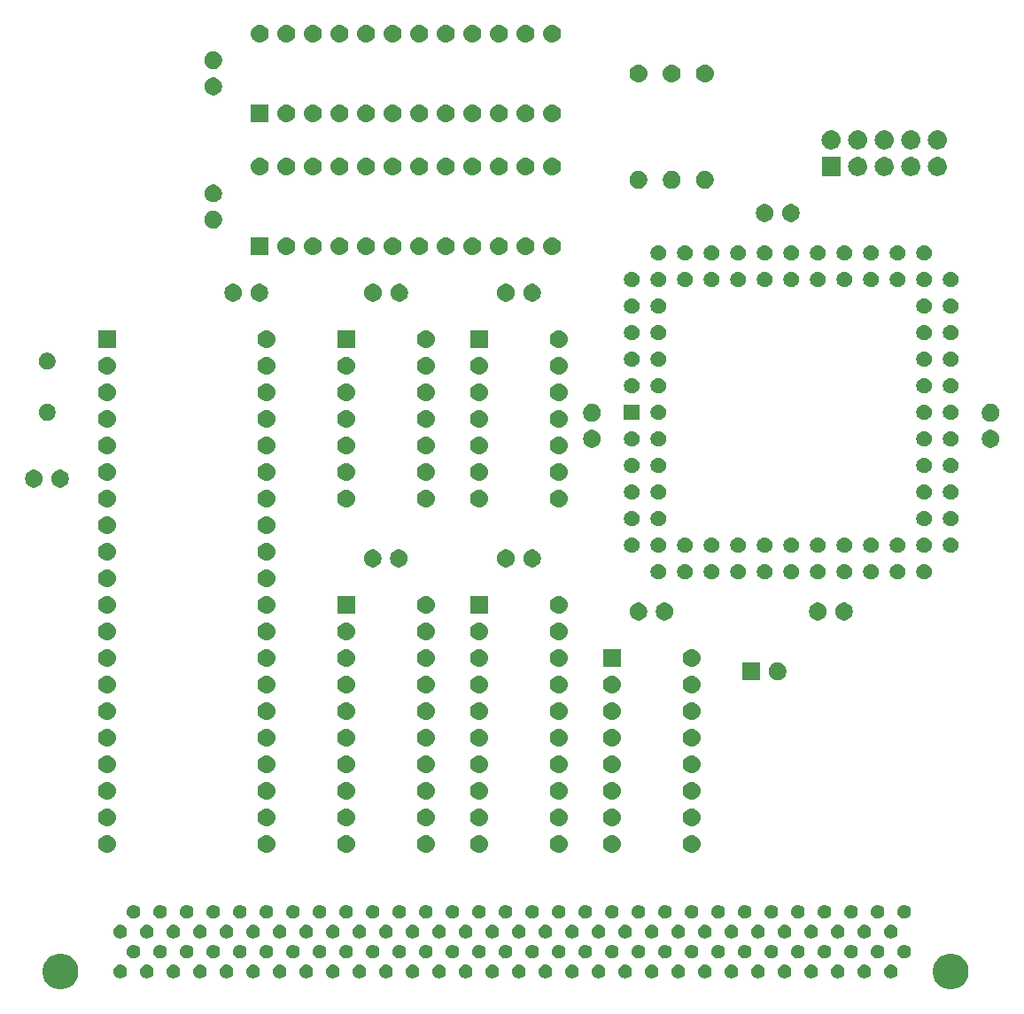
<source format=gbr>
G04 #@! TF.GenerationSoftware,KiCad,Pcbnew,(5.0.2)-1*
G04 #@! TF.CreationDate,2019-01-03T08:34:52-07:00*
G04 #@! TF.ProjectId,8085 CPU,38303835-2043-4505-952e-6b696361645f,rev?*
G04 #@! TF.SameCoordinates,Original*
G04 #@! TF.FileFunction,Soldermask,Bot*
G04 #@! TF.FilePolarity,Negative*
%FSLAX46Y46*%
G04 Gerber Fmt 4.6, Leading zero omitted, Abs format (unit mm)*
G04 Created by KiCad (PCBNEW (5.0.2)-1) date 1/3/2019 8:34:52 AM*
%MOMM*%
%LPD*%
G01*
G04 APERTURE LIST*
%ADD10C,0.100000*%
G04 APERTURE END LIST*
D10*
G36*
X27803306Y-115959300D02*
X28114208Y-116088080D01*
X28394013Y-116275040D01*
X28631960Y-116512987D01*
X28818920Y-116792792D01*
X28947700Y-117103694D01*
X29013350Y-117433741D01*
X29013350Y-117770259D01*
X28947700Y-118100306D01*
X28818920Y-118411208D01*
X28631960Y-118691013D01*
X28394013Y-118928960D01*
X28114208Y-119115920D01*
X27803306Y-119244700D01*
X27473259Y-119310350D01*
X27136741Y-119310350D01*
X26806694Y-119244700D01*
X26495792Y-119115920D01*
X26215987Y-118928960D01*
X25978040Y-118691013D01*
X25791080Y-118411208D01*
X25662300Y-118100306D01*
X25596650Y-117770259D01*
X25596650Y-117433741D01*
X25662300Y-117103694D01*
X25791080Y-116792792D01*
X25978040Y-116512987D01*
X26215987Y-116275040D01*
X26495792Y-116088080D01*
X26806694Y-115959300D01*
X27136741Y-115893650D01*
X27473259Y-115893650D01*
X27803306Y-115959300D01*
X27803306Y-115959300D01*
G37*
G36*
X112893306Y-115959300D02*
X113204208Y-116088080D01*
X113484013Y-116275040D01*
X113721960Y-116512987D01*
X113908920Y-116792792D01*
X114037700Y-117103694D01*
X114103350Y-117433741D01*
X114103350Y-117770259D01*
X114037700Y-118100306D01*
X113908920Y-118411208D01*
X113721960Y-118691013D01*
X113484013Y-118928960D01*
X113204208Y-119115920D01*
X112893306Y-119244700D01*
X112563259Y-119310350D01*
X112226741Y-119310350D01*
X111896694Y-119244700D01*
X111585792Y-119115920D01*
X111305987Y-118928960D01*
X111068040Y-118691013D01*
X110881080Y-118411208D01*
X110752300Y-118100306D01*
X110686650Y-117770259D01*
X110686650Y-117433741D01*
X110752300Y-117103694D01*
X110881080Y-116792792D01*
X111068040Y-116512987D01*
X111305987Y-116275040D01*
X111585792Y-116088080D01*
X111896694Y-115959300D01*
X112226741Y-115893650D01*
X112563259Y-115893650D01*
X112893306Y-115959300D01*
X112893306Y-115959300D01*
G37*
G36*
X106872689Y-116966786D02*
X106992908Y-117016582D01*
X107101112Y-117088882D01*
X107193118Y-117180888D01*
X107265418Y-117289092D01*
X107315214Y-117409311D01*
X107340600Y-117536935D01*
X107340600Y-117667065D01*
X107315214Y-117794689D01*
X107265418Y-117914908D01*
X107193118Y-118023112D01*
X107101112Y-118115118D01*
X106992908Y-118187418D01*
X106872689Y-118237214D01*
X106745065Y-118262600D01*
X106614935Y-118262600D01*
X106487311Y-118237214D01*
X106367092Y-118187418D01*
X106258888Y-118115118D01*
X106166882Y-118023112D01*
X106094582Y-117914908D01*
X106044786Y-117794689D01*
X106019400Y-117667065D01*
X106019400Y-117536935D01*
X106044786Y-117409311D01*
X106094582Y-117289092D01*
X106166882Y-117180888D01*
X106258888Y-117088882D01*
X106367092Y-117016582D01*
X106487311Y-116966786D01*
X106614935Y-116941400D01*
X106745065Y-116941400D01*
X106872689Y-116966786D01*
X106872689Y-116966786D01*
G37*
G36*
X66232689Y-116966786D02*
X66352908Y-117016582D01*
X66461112Y-117088882D01*
X66553118Y-117180888D01*
X66625418Y-117289092D01*
X66675214Y-117409311D01*
X66700600Y-117536935D01*
X66700600Y-117667065D01*
X66675214Y-117794689D01*
X66625418Y-117914908D01*
X66553118Y-118023112D01*
X66461112Y-118115118D01*
X66352908Y-118187418D01*
X66232689Y-118237214D01*
X66105065Y-118262600D01*
X65974935Y-118262600D01*
X65847311Y-118237214D01*
X65727092Y-118187418D01*
X65618888Y-118115118D01*
X65526882Y-118023112D01*
X65454582Y-117914908D01*
X65404786Y-117794689D01*
X65379400Y-117667065D01*
X65379400Y-117536935D01*
X65404786Y-117409311D01*
X65454582Y-117289092D01*
X65526882Y-117180888D01*
X65618888Y-117088882D01*
X65727092Y-117016582D01*
X65847311Y-116966786D01*
X65974935Y-116941400D01*
X66105065Y-116941400D01*
X66232689Y-116966786D01*
X66232689Y-116966786D01*
G37*
G36*
X101792689Y-116966786D02*
X101912908Y-117016582D01*
X102021112Y-117088882D01*
X102113118Y-117180888D01*
X102185418Y-117289092D01*
X102235214Y-117409311D01*
X102260600Y-117536935D01*
X102260600Y-117667065D01*
X102235214Y-117794689D01*
X102185418Y-117914908D01*
X102113118Y-118023112D01*
X102021112Y-118115118D01*
X101912908Y-118187418D01*
X101792689Y-118237214D01*
X101665065Y-118262600D01*
X101534935Y-118262600D01*
X101407311Y-118237214D01*
X101287092Y-118187418D01*
X101178888Y-118115118D01*
X101086882Y-118023112D01*
X101014582Y-117914908D01*
X100964786Y-117794689D01*
X100939400Y-117667065D01*
X100939400Y-117536935D01*
X100964786Y-117409311D01*
X101014582Y-117289092D01*
X101086882Y-117180888D01*
X101178888Y-117088882D01*
X101287092Y-117016582D01*
X101407311Y-116966786D01*
X101534935Y-116941400D01*
X101665065Y-116941400D01*
X101792689Y-116966786D01*
X101792689Y-116966786D01*
G37*
G36*
X99252689Y-116966786D02*
X99372908Y-117016582D01*
X99481112Y-117088882D01*
X99573118Y-117180888D01*
X99645418Y-117289092D01*
X99695214Y-117409311D01*
X99720600Y-117536935D01*
X99720600Y-117667065D01*
X99695214Y-117794689D01*
X99645418Y-117914908D01*
X99573118Y-118023112D01*
X99481112Y-118115118D01*
X99372908Y-118187418D01*
X99252689Y-118237214D01*
X99125065Y-118262600D01*
X98994935Y-118262600D01*
X98867311Y-118237214D01*
X98747092Y-118187418D01*
X98638888Y-118115118D01*
X98546882Y-118023112D01*
X98474582Y-117914908D01*
X98424786Y-117794689D01*
X98399400Y-117667065D01*
X98399400Y-117536935D01*
X98424786Y-117409311D01*
X98474582Y-117289092D01*
X98546882Y-117180888D01*
X98638888Y-117088882D01*
X98747092Y-117016582D01*
X98867311Y-116966786D01*
X98994935Y-116941400D01*
X99125065Y-116941400D01*
X99252689Y-116966786D01*
X99252689Y-116966786D01*
G37*
G36*
X96712689Y-116966786D02*
X96832908Y-117016582D01*
X96941112Y-117088882D01*
X97033118Y-117180888D01*
X97105418Y-117289092D01*
X97155214Y-117409311D01*
X97180600Y-117536935D01*
X97180600Y-117667065D01*
X97155214Y-117794689D01*
X97105418Y-117914908D01*
X97033118Y-118023112D01*
X96941112Y-118115118D01*
X96832908Y-118187418D01*
X96712689Y-118237214D01*
X96585065Y-118262600D01*
X96454935Y-118262600D01*
X96327311Y-118237214D01*
X96207092Y-118187418D01*
X96098888Y-118115118D01*
X96006882Y-118023112D01*
X95934582Y-117914908D01*
X95884786Y-117794689D01*
X95859400Y-117667065D01*
X95859400Y-117536935D01*
X95884786Y-117409311D01*
X95934582Y-117289092D01*
X96006882Y-117180888D01*
X96098888Y-117088882D01*
X96207092Y-117016582D01*
X96327311Y-116966786D01*
X96454935Y-116941400D01*
X96585065Y-116941400D01*
X96712689Y-116966786D01*
X96712689Y-116966786D01*
G37*
G36*
X94172689Y-116966786D02*
X94292908Y-117016582D01*
X94401112Y-117088882D01*
X94493118Y-117180888D01*
X94565418Y-117289092D01*
X94615214Y-117409311D01*
X94640600Y-117536935D01*
X94640600Y-117667065D01*
X94615214Y-117794689D01*
X94565418Y-117914908D01*
X94493118Y-118023112D01*
X94401112Y-118115118D01*
X94292908Y-118187418D01*
X94172689Y-118237214D01*
X94045065Y-118262600D01*
X93914935Y-118262600D01*
X93787311Y-118237214D01*
X93667092Y-118187418D01*
X93558888Y-118115118D01*
X93466882Y-118023112D01*
X93394582Y-117914908D01*
X93344786Y-117794689D01*
X93319400Y-117667065D01*
X93319400Y-117536935D01*
X93344786Y-117409311D01*
X93394582Y-117289092D01*
X93466882Y-117180888D01*
X93558888Y-117088882D01*
X93667092Y-117016582D01*
X93787311Y-116966786D01*
X93914935Y-116941400D01*
X94045065Y-116941400D01*
X94172689Y-116966786D01*
X94172689Y-116966786D01*
G37*
G36*
X91632689Y-116966786D02*
X91752908Y-117016582D01*
X91861112Y-117088882D01*
X91953118Y-117180888D01*
X92025418Y-117289092D01*
X92075214Y-117409311D01*
X92100600Y-117536935D01*
X92100600Y-117667065D01*
X92075214Y-117794689D01*
X92025418Y-117914908D01*
X91953118Y-118023112D01*
X91861112Y-118115118D01*
X91752908Y-118187418D01*
X91632689Y-118237214D01*
X91505065Y-118262600D01*
X91374935Y-118262600D01*
X91247311Y-118237214D01*
X91127092Y-118187418D01*
X91018888Y-118115118D01*
X90926882Y-118023112D01*
X90854582Y-117914908D01*
X90804786Y-117794689D01*
X90779400Y-117667065D01*
X90779400Y-117536935D01*
X90804786Y-117409311D01*
X90854582Y-117289092D01*
X90926882Y-117180888D01*
X91018888Y-117088882D01*
X91127092Y-117016582D01*
X91247311Y-116966786D01*
X91374935Y-116941400D01*
X91505065Y-116941400D01*
X91632689Y-116966786D01*
X91632689Y-116966786D01*
G37*
G36*
X89092689Y-116966786D02*
X89212908Y-117016582D01*
X89321112Y-117088882D01*
X89413118Y-117180888D01*
X89485418Y-117289092D01*
X89535214Y-117409311D01*
X89560600Y-117536935D01*
X89560600Y-117667065D01*
X89535214Y-117794689D01*
X89485418Y-117914908D01*
X89413118Y-118023112D01*
X89321112Y-118115118D01*
X89212908Y-118187418D01*
X89092689Y-118237214D01*
X88965065Y-118262600D01*
X88834935Y-118262600D01*
X88707311Y-118237214D01*
X88587092Y-118187418D01*
X88478888Y-118115118D01*
X88386882Y-118023112D01*
X88314582Y-117914908D01*
X88264786Y-117794689D01*
X88239400Y-117667065D01*
X88239400Y-117536935D01*
X88264786Y-117409311D01*
X88314582Y-117289092D01*
X88386882Y-117180888D01*
X88478888Y-117088882D01*
X88587092Y-117016582D01*
X88707311Y-116966786D01*
X88834935Y-116941400D01*
X88965065Y-116941400D01*
X89092689Y-116966786D01*
X89092689Y-116966786D01*
G37*
G36*
X86552689Y-116966786D02*
X86672908Y-117016582D01*
X86781112Y-117088882D01*
X86873118Y-117180888D01*
X86945418Y-117289092D01*
X86995214Y-117409311D01*
X87020600Y-117536935D01*
X87020600Y-117667065D01*
X86995214Y-117794689D01*
X86945418Y-117914908D01*
X86873118Y-118023112D01*
X86781112Y-118115118D01*
X86672908Y-118187418D01*
X86552689Y-118237214D01*
X86425065Y-118262600D01*
X86294935Y-118262600D01*
X86167311Y-118237214D01*
X86047092Y-118187418D01*
X85938888Y-118115118D01*
X85846882Y-118023112D01*
X85774582Y-117914908D01*
X85724786Y-117794689D01*
X85699400Y-117667065D01*
X85699400Y-117536935D01*
X85724786Y-117409311D01*
X85774582Y-117289092D01*
X85846882Y-117180888D01*
X85938888Y-117088882D01*
X86047092Y-117016582D01*
X86167311Y-116966786D01*
X86294935Y-116941400D01*
X86425065Y-116941400D01*
X86552689Y-116966786D01*
X86552689Y-116966786D01*
G37*
G36*
X84012689Y-116966786D02*
X84132908Y-117016582D01*
X84241112Y-117088882D01*
X84333118Y-117180888D01*
X84405418Y-117289092D01*
X84455214Y-117409311D01*
X84480600Y-117536935D01*
X84480600Y-117667065D01*
X84455214Y-117794689D01*
X84405418Y-117914908D01*
X84333118Y-118023112D01*
X84241112Y-118115118D01*
X84132908Y-118187418D01*
X84012689Y-118237214D01*
X83885065Y-118262600D01*
X83754935Y-118262600D01*
X83627311Y-118237214D01*
X83507092Y-118187418D01*
X83398888Y-118115118D01*
X83306882Y-118023112D01*
X83234582Y-117914908D01*
X83184786Y-117794689D01*
X83159400Y-117667065D01*
X83159400Y-117536935D01*
X83184786Y-117409311D01*
X83234582Y-117289092D01*
X83306882Y-117180888D01*
X83398888Y-117088882D01*
X83507092Y-117016582D01*
X83627311Y-116966786D01*
X83754935Y-116941400D01*
X83885065Y-116941400D01*
X84012689Y-116966786D01*
X84012689Y-116966786D01*
G37*
G36*
X81472689Y-116966786D02*
X81592908Y-117016582D01*
X81701112Y-117088882D01*
X81793118Y-117180888D01*
X81865418Y-117289092D01*
X81915214Y-117409311D01*
X81940600Y-117536935D01*
X81940600Y-117667065D01*
X81915214Y-117794689D01*
X81865418Y-117914908D01*
X81793118Y-118023112D01*
X81701112Y-118115118D01*
X81592908Y-118187418D01*
X81472689Y-118237214D01*
X81345065Y-118262600D01*
X81214935Y-118262600D01*
X81087311Y-118237214D01*
X80967092Y-118187418D01*
X80858888Y-118115118D01*
X80766882Y-118023112D01*
X80694582Y-117914908D01*
X80644786Y-117794689D01*
X80619400Y-117667065D01*
X80619400Y-117536935D01*
X80644786Y-117409311D01*
X80694582Y-117289092D01*
X80766882Y-117180888D01*
X80858888Y-117088882D01*
X80967092Y-117016582D01*
X81087311Y-116966786D01*
X81214935Y-116941400D01*
X81345065Y-116941400D01*
X81472689Y-116966786D01*
X81472689Y-116966786D01*
G37*
G36*
X78932689Y-116966786D02*
X79052908Y-117016582D01*
X79161112Y-117088882D01*
X79253118Y-117180888D01*
X79325418Y-117289092D01*
X79375214Y-117409311D01*
X79400600Y-117536935D01*
X79400600Y-117667065D01*
X79375214Y-117794689D01*
X79325418Y-117914908D01*
X79253118Y-118023112D01*
X79161112Y-118115118D01*
X79052908Y-118187418D01*
X78932689Y-118237214D01*
X78805065Y-118262600D01*
X78674935Y-118262600D01*
X78547311Y-118237214D01*
X78427092Y-118187418D01*
X78318888Y-118115118D01*
X78226882Y-118023112D01*
X78154582Y-117914908D01*
X78104786Y-117794689D01*
X78079400Y-117667065D01*
X78079400Y-117536935D01*
X78104786Y-117409311D01*
X78154582Y-117289092D01*
X78226882Y-117180888D01*
X78318888Y-117088882D01*
X78427092Y-117016582D01*
X78547311Y-116966786D01*
X78674935Y-116941400D01*
X78805065Y-116941400D01*
X78932689Y-116966786D01*
X78932689Y-116966786D01*
G37*
G36*
X76392689Y-116966786D02*
X76512908Y-117016582D01*
X76621112Y-117088882D01*
X76713118Y-117180888D01*
X76785418Y-117289092D01*
X76835214Y-117409311D01*
X76860600Y-117536935D01*
X76860600Y-117667065D01*
X76835214Y-117794689D01*
X76785418Y-117914908D01*
X76713118Y-118023112D01*
X76621112Y-118115118D01*
X76512908Y-118187418D01*
X76392689Y-118237214D01*
X76265065Y-118262600D01*
X76134935Y-118262600D01*
X76007311Y-118237214D01*
X75887092Y-118187418D01*
X75778888Y-118115118D01*
X75686882Y-118023112D01*
X75614582Y-117914908D01*
X75564786Y-117794689D01*
X75539400Y-117667065D01*
X75539400Y-117536935D01*
X75564786Y-117409311D01*
X75614582Y-117289092D01*
X75686882Y-117180888D01*
X75778888Y-117088882D01*
X75887092Y-117016582D01*
X76007311Y-116966786D01*
X76134935Y-116941400D01*
X76265065Y-116941400D01*
X76392689Y-116966786D01*
X76392689Y-116966786D01*
G37*
G36*
X73852689Y-116966786D02*
X73972908Y-117016582D01*
X74081112Y-117088882D01*
X74173118Y-117180888D01*
X74245418Y-117289092D01*
X74295214Y-117409311D01*
X74320600Y-117536935D01*
X74320600Y-117667065D01*
X74295214Y-117794689D01*
X74245418Y-117914908D01*
X74173118Y-118023112D01*
X74081112Y-118115118D01*
X73972908Y-118187418D01*
X73852689Y-118237214D01*
X73725065Y-118262600D01*
X73594935Y-118262600D01*
X73467311Y-118237214D01*
X73347092Y-118187418D01*
X73238888Y-118115118D01*
X73146882Y-118023112D01*
X73074582Y-117914908D01*
X73024786Y-117794689D01*
X72999400Y-117667065D01*
X72999400Y-117536935D01*
X73024786Y-117409311D01*
X73074582Y-117289092D01*
X73146882Y-117180888D01*
X73238888Y-117088882D01*
X73347092Y-117016582D01*
X73467311Y-116966786D01*
X73594935Y-116941400D01*
X73725065Y-116941400D01*
X73852689Y-116966786D01*
X73852689Y-116966786D01*
G37*
G36*
X71312689Y-116966786D02*
X71432908Y-117016582D01*
X71541112Y-117088882D01*
X71633118Y-117180888D01*
X71705418Y-117289092D01*
X71755214Y-117409311D01*
X71780600Y-117536935D01*
X71780600Y-117667065D01*
X71755214Y-117794689D01*
X71705418Y-117914908D01*
X71633118Y-118023112D01*
X71541112Y-118115118D01*
X71432908Y-118187418D01*
X71312689Y-118237214D01*
X71185065Y-118262600D01*
X71054935Y-118262600D01*
X70927311Y-118237214D01*
X70807092Y-118187418D01*
X70698888Y-118115118D01*
X70606882Y-118023112D01*
X70534582Y-117914908D01*
X70484786Y-117794689D01*
X70459400Y-117667065D01*
X70459400Y-117536935D01*
X70484786Y-117409311D01*
X70534582Y-117289092D01*
X70606882Y-117180888D01*
X70698888Y-117088882D01*
X70807092Y-117016582D01*
X70927311Y-116966786D01*
X71054935Y-116941400D01*
X71185065Y-116941400D01*
X71312689Y-116966786D01*
X71312689Y-116966786D01*
G37*
G36*
X68772689Y-116966786D02*
X68892908Y-117016582D01*
X69001112Y-117088882D01*
X69093118Y-117180888D01*
X69165418Y-117289092D01*
X69215214Y-117409311D01*
X69240600Y-117536935D01*
X69240600Y-117667065D01*
X69215214Y-117794689D01*
X69165418Y-117914908D01*
X69093118Y-118023112D01*
X69001112Y-118115118D01*
X68892908Y-118187418D01*
X68772689Y-118237214D01*
X68645065Y-118262600D01*
X68514935Y-118262600D01*
X68387311Y-118237214D01*
X68267092Y-118187418D01*
X68158888Y-118115118D01*
X68066882Y-118023112D01*
X67994582Y-117914908D01*
X67944786Y-117794689D01*
X67919400Y-117667065D01*
X67919400Y-117536935D01*
X67944786Y-117409311D01*
X67994582Y-117289092D01*
X68066882Y-117180888D01*
X68158888Y-117088882D01*
X68267092Y-117016582D01*
X68387311Y-116966786D01*
X68514935Y-116941400D01*
X68645065Y-116941400D01*
X68772689Y-116966786D01*
X68772689Y-116966786D01*
G37*
G36*
X104332689Y-116966786D02*
X104452908Y-117016582D01*
X104561112Y-117088882D01*
X104653118Y-117180888D01*
X104725418Y-117289092D01*
X104775214Y-117409311D01*
X104800600Y-117536935D01*
X104800600Y-117667065D01*
X104775214Y-117794689D01*
X104725418Y-117914908D01*
X104653118Y-118023112D01*
X104561112Y-118115118D01*
X104452908Y-118187418D01*
X104332689Y-118237214D01*
X104205065Y-118262600D01*
X104074935Y-118262600D01*
X103947311Y-118237214D01*
X103827092Y-118187418D01*
X103718888Y-118115118D01*
X103626882Y-118023112D01*
X103554582Y-117914908D01*
X103504786Y-117794689D01*
X103479400Y-117667065D01*
X103479400Y-117536935D01*
X103504786Y-117409311D01*
X103554582Y-117289092D01*
X103626882Y-117180888D01*
X103718888Y-117088882D01*
X103827092Y-117016582D01*
X103947311Y-116966786D01*
X104074935Y-116941400D01*
X104205065Y-116941400D01*
X104332689Y-116966786D01*
X104332689Y-116966786D01*
G37*
G36*
X33212689Y-116966786D02*
X33332908Y-117016582D01*
X33441112Y-117088882D01*
X33533118Y-117180888D01*
X33605418Y-117289092D01*
X33655214Y-117409311D01*
X33680600Y-117536935D01*
X33680600Y-117667065D01*
X33655214Y-117794689D01*
X33605418Y-117914908D01*
X33533118Y-118023112D01*
X33441112Y-118115118D01*
X33332908Y-118187418D01*
X33212689Y-118237214D01*
X33085065Y-118262600D01*
X32954935Y-118262600D01*
X32827311Y-118237214D01*
X32707092Y-118187418D01*
X32598888Y-118115118D01*
X32506882Y-118023112D01*
X32434582Y-117914908D01*
X32384786Y-117794689D01*
X32359400Y-117667065D01*
X32359400Y-117536935D01*
X32384786Y-117409311D01*
X32434582Y-117289092D01*
X32506882Y-117180888D01*
X32598888Y-117088882D01*
X32707092Y-117016582D01*
X32827311Y-116966786D01*
X32954935Y-116941400D01*
X33085065Y-116941400D01*
X33212689Y-116966786D01*
X33212689Y-116966786D01*
G37*
G36*
X63692689Y-116966786D02*
X63812908Y-117016582D01*
X63921112Y-117088882D01*
X64013118Y-117180888D01*
X64085418Y-117289092D01*
X64135214Y-117409311D01*
X64160600Y-117536935D01*
X64160600Y-117667065D01*
X64135214Y-117794689D01*
X64085418Y-117914908D01*
X64013118Y-118023112D01*
X63921112Y-118115118D01*
X63812908Y-118187418D01*
X63692689Y-118237214D01*
X63565065Y-118262600D01*
X63434935Y-118262600D01*
X63307311Y-118237214D01*
X63187092Y-118187418D01*
X63078888Y-118115118D01*
X62986882Y-118023112D01*
X62914582Y-117914908D01*
X62864786Y-117794689D01*
X62839400Y-117667065D01*
X62839400Y-117536935D01*
X62864786Y-117409311D01*
X62914582Y-117289092D01*
X62986882Y-117180888D01*
X63078888Y-117088882D01*
X63187092Y-117016582D01*
X63307311Y-116966786D01*
X63434935Y-116941400D01*
X63565065Y-116941400D01*
X63692689Y-116966786D01*
X63692689Y-116966786D01*
G37*
G36*
X61152689Y-116966786D02*
X61272908Y-117016582D01*
X61381112Y-117088882D01*
X61473118Y-117180888D01*
X61545418Y-117289092D01*
X61595214Y-117409311D01*
X61620600Y-117536935D01*
X61620600Y-117667065D01*
X61595214Y-117794689D01*
X61545418Y-117914908D01*
X61473118Y-118023112D01*
X61381112Y-118115118D01*
X61272908Y-118187418D01*
X61152689Y-118237214D01*
X61025065Y-118262600D01*
X60894935Y-118262600D01*
X60767311Y-118237214D01*
X60647092Y-118187418D01*
X60538888Y-118115118D01*
X60446882Y-118023112D01*
X60374582Y-117914908D01*
X60324786Y-117794689D01*
X60299400Y-117667065D01*
X60299400Y-117536935D01*
X60324786Y-117409311D01*
X60374582Y-117289092D01*
X60446882Y-117180888D01*
X60538888Y-117088882D01*
X60647092Y-117016582D01*
X60767311Y-116966786D01*
X60894935Y-116941400D01*
X61025065Y-116941400D01*
X61152689Y-116966786D01*
X61152689Y-116966786D01*
G37*
G36*
X58612689Y-116966786D02*
X58732908Y-117016582D01*
X58841112Y-117088882D01*
X58933118Y-117180888D01*
X59005418Y-117289092D01*
X59055214Y-117409311D01*
X59080600Y-117536935D01*
X59080600Y-117667065D01*
X59055214Y-117794689D01*
X59005418Y-117914908D01*
X58933118Y-118023112D01*
X58841112Y-118115118D01*
X58732908Y-118187418D01*
X58612689Y-118237214D01*
X58485065Y-118262600D01*
X58354935Y-118262600D01*
X58227311Y-118237214D01*
X58107092Y-118187418D01*
X57998888Y-118115118D01*
X57906882Y-118023112D01*
X57834582Y-117914908D01*
X57784786Y-117794689D01*
X57759400Y-117667065D01*
X57759400Y-117536935D01*
X57784786Y-117409311D01*
X57834582Y-117289092D01*
X57906882Y-117180888D01*
X57998888Y-117088882D01*
X58107092Y-117016582D01*
X58227311Y-116966786D01*
X58354935Y-116941400D01*
X58485065Y-116941400D01*
X58612689Y-116966786D01*
X58612689Y-116966786D01*
G37*
G36*
X56072689Y-116966786D02*
X56192908Y-117016582D01*
X56301112Y-117088882D01*
X56393118Y-117180888D01*
X56465418Y-117289092D01*
X56515214Y-117409311D01*
X56540600Y-117536935D01*
X56540600Y-117667065D01*
X56515214Y-117794689D01*
X56465418Y-117914908D01*
X56393118Y-118023112D01*
X56301112Y-118115118D01*
X56192908Y-118187418D01*
X56072689Y-118237214D01*
X55945065Y-118262600D01*
X55814935Y-118262600D01*
X55687311Y-118237214D01*
X55567092Y-118187418D01*
X55458888Y-118115118D01*
X55366882Y-118023112D01*
X55294582Y-117914908D01*
X55244786Y-117794689D01*
X55219400Y-117667065D01*
X55219400Y-117536935D01*
X55244786Y-117409311D01*
X55294582Y-117289092D01*
X55366882Y-117180888D01*
X55458888Y-117088882D01*
X55567092Y-117016582D01*
X55687311Y-116966786D01*
X55814935Y-116941400D01*
X55945065Y-116941400D01*
X56072689Y-116966786D01*
X56072689Y-116966786D01*
G37*
G36*
X53532689Y-116966786D02*
X53652908Y-117016582D01*
X53761112Y-117088882D01*
X53853118Y-117180888D01*
X53925418Y-117289092D01*
X53975214Y-117409311D01*
X54000600Y-117536935D01*
X54000600Y-117667065D01*
X53975214Y-117794689D01*
X53925418Y-117914908D01*
X53853118Y-118023112D01*
X53761112Y-118115118D01*
X53652908Y-118187418D01*
X53532689Y-118237214D01*
X53405065Y-118262600D01*
X53274935Y-118262600D01*
X53147311Y-118237214D01*
X53027092Y-118187418D01*
X52918888Y-118115118D01*
X52826882Y-118023112D01*
X52754582Y-117914908D01*
X52704786Y-117794689D01*
X52679400Y-117667065D01*
X52679400Y-117536935D01*
X52704786Y-117409311D01*
X52754582Y-117289092D01*
X52826882Y-117180888D01*
X52918888Y-117088882D01*
X53027092Y-117016582D01*
X53147311Y-116966786D01*
X53274935Y-116941400D01*
X53405065Y-116941400D01*
X53532689Y-116966786D01*
X53532689Y-116966786D01*
G37*
G36*
X50992689Y-116966786D02*
X51112908Y-117016582D01*
X51221112Y-117088882D01*
X51313118Y-117180888D01*
X51385418Y-117289092D01*
X51435214Y-117409311D01*
X51460600Y-117536935D01*
X51460600Y-117667065D01*
X51435214Y-117794689D01*
X51385418Y-117914908D01*
X51313118Y-118023112D01*
X51221112Y-118115118D01*
X51112908Y-118187418D01*
X50992689Y-118237214D01*
X50865065Y-118262600D01*
X50734935Y-118262600D01*
X50607311Y-118237214D01*
X50487092Y-118187418D01*
X50378888Y-118115118D01*
X50286882Y-118023112D01*
X50214582Y-117914908D01*
X50164786Y-117794689D01*
X50139400Y-117667065D01*
X50139400Y-117536935D01*
X50164786Y-117409311D01*
X50214582Y-117289092D01*
X50286882Y-117180888D01*
X50378888Y-117088882D01*
X50487092Y-117016582D01*
X50607311Y-116966786D01*
X50734935Y-116941400D01*
X50865065Y-116941400D01*
X50992689Y-116966786D01*
X50992689Y-116966786D01*
G37*
G36*
X45912689Y-116966786D02*
X46032908Y-117016582D01*
X46141112Y-117088882D01*
X46233118Y-117180888D01*
X46305418Y-117289092D01*
X46355214Y-117409311D01*
X46380600Y-117536935D01*
X46380600Y-117667065D01*
X46355214Y-117794689D01*
X46305418Y-117914908D01*
X46233118Y-118023112D01*
X46141112Y-118115118D01*
X46032908Y-118187418D01*
X45912689Y-118237214D01*
X45785065Y-118262600D01*
X45654935Y-118262600D01*
X45527311Y-118237214D01*
X45407092Y-118187418D01*
X45298888Y-118115118D01*
X45206882Y-118023112D01*
X45134582Y-117914908D01*
X45084786Y-117794689D01*
X45059400Y-117667065D01*
X45059400Y-117536935D01*
X45084786Y-117409311D01*
X45134582Y-117289092D01*
X45206882Y-117180888D01*
X45298888Y-117088882D01*
X45407092Y-117016582D01*
X45527311Y-116966786D01*
X45654935Y-116941400D01*
X45785065Y-116941400D01*
X45912689Y-116966786D01*
X45912689Y-116966786D01*
G37*
G36*
X43372689Y-116966786D02*
X43492908Y-117016582D01*
X43601112Y-117088882D01*
X43693118Y-117180888D01*
X43765418Y-117289092D01*
X43815214Y-117409311D01*
X43840600Y-117536935D01*
X43840600Y-117667065D01*
X43815214Y-117794689D01*
X43765418Y-117914908D01*
X43693118Y-118023112D01*
X43601112Y-118115118D01*
X43492908Y-118187418D01*
X43372689Y-118237214D01*
X43245065Y-118262600D01*
X43114935Y-118262600D01*
X42987311Y-118237214D01*
X42867092Y-118187418D01*
X42758888Y-118115118D01*
X42666882Y-118023112D01*
X42594582Y-117914908D01*
X42544786Y-117794689D01*
X42519400Y-117667065D01*
X42519400Y-117536935D01*
X42544786Y-117409311D01*
X42594582Y-117289092D01*
X42666882Y-117180888D01*
X42758888Y-117088882D01*
X42867092Y-117016582D01*
X42987311Y-116966786D01*
X43114935Y-116941400D01*
X43245065Y-116941400D01*
X43372689Y-116966786D01*
X43372689Y-116966786D01*
G37*
G36*
X40832689Y-116966786D02*
X40952908Y-117016582D01*
X41061112Y-117088882D01*
X41153118Y-117180888D01*
X41225418Y-117289092D01*
X41275214Y-117409311D01*
X41300600Y-117536935D01*
X41300600Y-117667065D01*
X41275214Y-117794689D01*
X41225418Y-117914908D01*
X41153118Y-118023112D01*
X41061112Y-118115118D01*
X40952908Y-118187418D01*
X40832689Y-118237214D01*
X40705065Y-118262600D01*
X40574935Y-118262600D01*
X40447311Y-118237214D01*
X40327092Y-118187418D01*
X40218888Y-118115118D01*
X40126882Y-118023112D01*
X40054582Y-117914908D01*
X40004786Y-117794689D01*
X39979400Y-117667065D01*
X39979400Y-117536935D01*
X40004786Y-117409311D01*
X40054582Y-117289092D01*
X40126882Y-117180888D01*
X40218888Y-117088882D01*
X40327092Y-117016582D01*
X40447311Y-116966786D01*
X40574935Y-116941400D01*
X40705065Y-116941400D01*
X40832689Y-116966786D01*
X40832689Y-116966786D01*
G37*
G36*
X38292689Y-116966786D02*
X38412908Y-117016582D01*
X38521112Y-117088882D01*
X38613118Y-117180888D01*
X38685418Y-117289092D01*
X38735214Y-117409311D01*
X38760600Y-117536935D01*
X38760600Y-117667065D01*
X38735214Y-117794689D01*
X38685418Y-117914908D01*
X38613118Y-118023112D01*
X38521112Y-118115118D01*
X38412908Y-118187418D01*
X38292689Y-118237214D01*
X38165065Y-118262600D01*
X38034935Y-118262600D01*
X37907311Y-118237214D01*
X37787092Y-118187418D01*
X37678888Y-118115118D01*
X37586882Y-118023112D01*
X37514582Y-117914908D01*
X37464786Y-117794689D01*
X37439400Y-117667065D01*
X37439400Y-117536935D01*
X37464786Y-117409311D01*
X37514582Y-117289092D01*
X37586882Y-117180888D01*
X37678888Y-117088882D01*
X37787092Y-117016582D01*
X37907311Y-116966786D01*
X38034935Y-116941400D01*
X38165065Y-116941400D01*
X38292689Y-116966786D01*
X38292689Y-116966786D01*
G37*
G36*
X35752689Y-116966786D02*
X35872908Y-117016582D01*
X35981112Y-117088882D01*
X36073118Y-117180888D01*
X36145418Y-117289092D01*
X36195214Y-117409311D01*
X36220600Y-117536935D01*
X36220600Y-117667065D01*
X36195214Y-117794689D01*
X36145418Y-117914908D01*
X36073118Y-118023112D01*
X35981112Y-118115118D01*
X35872908Y-118187418D01*
X35752689Y-118237214D01*
X35625065Y-118262600D01*
X35494935Y-118262600D01*
X35367311Y-118237214D01*
X35247092Y-118187418D01*
X35138888Y-118115118D01*
X35046882Y-118023112D01*
X34974582Y-117914908D01*
X34924786Y-117794689D01*
X34899400Y-117667065D01*
X34899400Y-117536935D01*
X34924786Y-117409311D01*
X34974582Y-117289092D01*
X35046882Y-117180888D01*
X35138888Y-117088882D01*
X35247092Y-117016582D01*
X35367311Y-116966786D01*
X35494935Y-116941400D01*
X35625065Y-116941400D01*
X35752689Y-116966786D01*
X35752689Y-116966786D01*
G37*
G36*
X48452689Y-116966786D02*
X48572908Y-117016582D01*
X48681112Y-117088882D01*
X48773118Y-117180888D01*
X48845418Y-117289092D01*
X48895214Y-117409311D01*
X48920600Y-117536935D01*
X48920600Y-117667065D01*
X48895214Y-117794689D01*
X48845418Y-117914908D01*
X48773118Y-118023112D01*
X48681112Y-118115118D01*
X48572908Y-118187418D01*
X48452689Y-118237214D01*
X48325065Y-118262600D01*
X48194935Y-118262600D01*
X48067311Y-118237214D01*
X47947092Y-118187418D01*
X47838888Y-118115118D01*
X47746882Y-118023112D01*
X47674582Y-117914908D01*
X47624786Y-117794689D01*
X47599400Y-117667065D01*
X47599400Y-117536935D01*
X47624786Y-117409311D01*
X47674582Y-117289092D01*
X47746882Y-117180888D01*
X47838888Y-117088882D01*
X47947092Y-117016582D01*
X48067311Y-116966786D01*
X48194935Y-116941400D01*
X48325065Y-116941400D01*
X48452689Y-116966786D01*
X48452689Y-116966786D01*
G37*
G36*
X82742689Y-115061786D02*
X82862908Y-115111582D01*
X82971112Y-115183882D01*
X83063118Y-115275888D01*
X83135418Y-115384092D01*
X83185214Y-115504311D01*
X83210600Y-115631935D01*
X83210600Y-115762065D01*
X83185214Y-115889689D01*
X83135418Y-116009908D01*
X83063118Y-116118112D01*
X82971112Y-116210118D01*
X82862908Y-116282418D01*
X82742689Y-116332214D01*
X82615065Y-116357600D01*
X82484935Y-116357600D01*
X82357311Y-116332214D01*
X82237092Y-116282418D01*
X82128888Y-116210118D01*
X82036882Y-116118112D01*
X81964582Y-116009908D01*
X81914786Y-115889689D01*
X81889400Y-115762065D01*
X81889400Y-115631935D01*
X81914786Y-115504311D01*
X81964582Y-115384092D01*
X82036882Y-115275888D01*
X82128888Y-115183882D01*
X82237092Y-115111582D01*
X82357311Y-115061786D01*
X82484935Y-115036400D01*
X82615065Y-115036400D01*
X82742689Y-115061786D01*
X82742689Y-115061786D01*
G37*
G36*
X80202689Y-115061786D02*
X80322908Y-115111582D01*
X80431112Y-115183882D01*
X80523118Y-115275888D01*
X80595418Y-115384092D01*
X80645214Y-115504311D01*
X80670600Y-115631935D01*
X80670600Y-115762065D01*
X80645214Y-115889689D01*
X80595418Y-116009908D01*
X80523118Y-116118112D01*
X80431112Y-116210118D01*
X80322908Y-116282418D01*
X80202689Y-116332214D01*
X80075065Y-116357600D01*
X79944935Y-116357600D01*
X79817311Y-116332214D01*
X79697092Y-116282418D01*
X79588888Y-116210118D01*
X79496882Y-116118112D01*
X79424582Y-116009908D01*
X79374786Y-115889689D01*
X79349400Y-115762065D01*
X79349400Y-115631935D01*
X79374786Y-115504311D01*
X79424582Y-115384092D01*
X79496882Y-115275888D01*
X79588888Y-115183882D01*
X79697092Y-115111582D01*
X79817311Y-115061786D01*
X79944935Y-115036400D01*
X80075065Y-115036400D01*
X80202689Y-115061786D01*
X80202689Y-115061786D01*
G37*
G36*
X90362689Y-115061786D02*
X90482908Y-115111582D01*
X90591112Y-115183882D01*
X90683118Y-115275888D01*
X90755418Y-115384092D01*
X90805214Y-115504311D01*
X90830600Y-115631935D01*
X90830600Y-115762065D01*
X90805214Y-115889689D01*
X90755418Y-116009908D01*
X90683118Y-116118112D01*
X90591112Y-116210118D01*
X90482908Y-116282418D01*
X90362689Y-116332214D01*
X90235065Y-116357600D01*
X90104935Y-116357600D01*
X89977311Y-116332214D01*
X89857092Y-116282418D01*
X89748888Y-116210118D01*
X89656882Y-116118112D01*
X89584582Y-116009908D01*
X89534786Y-115889689D01*
X89509400Y-115762065D01*
X89509400Y-115631935D01*
X89534786Y-115504311D01*
X89584582Y-115384092D01*
X89656882Y-115275888D01*
X89748888Y-115183882D01*
X89857092Y-115111582D01*
X89977311Y-115061786D01*
X90104935Y-115036400D01*
X90235065Y-115036400D01*
X90362689Y-115061786D01*
X90362689Y-115061786D01*
G37*
G36*
X77662689Y-115061786D02*
X77782908Y-115111582D01*
X77891112Y-115183882D01*
X77983118Y-115275888D01*
X78055418Y-115384092D01*
X78105214Y-115504311D01*
X78130600Y-115631935D01*
X78130600Y-115762065D01*
X78105214Y-115889689D01*
X78055418Y-116009908D01*
X77983118Y-116118112D01*
X77891112Y-116210118D01*
X77782908Y-116282418D01*
X77662689Y-116332214D01*
X77535065Y-116357600D01*
X77404935Y-116357600D01*
X77277311Y-116332214D01*
X77157092Y-116282418D01*
X77048888Y-116210118D01*
X76956882Y-116118112D01*
X76884582Y-116009908D01*
X76834786Y-115889689D01*
X76809400Y-115762065D01*
X76809400Y-115631935D01*
X76834786Y-115504311D01*
X76884582Y-115384092D01*
X76956882Y-115275888D01*
X77048888Y-115183882D01*
X77157092Y-115111582D01*
X77277311Y-115061786D01*
X77404935Y-115036400D01*
X77535065Y-115036400D01*
X77662689Y-115061786D01*
X77662689Y-115061786D01*
G37*
G36*
X75122689Y-115061786D02*
X75242908Y-115111582D01*
X75351112Y-115183882D01*
X75443118Y-115275888D01*
X75515418Y-115384092D01*
X75565214Y-115504311D01*
X75590600Y-115631935D01*
X75590600Y-115762065D01*
X75565214Y-115889689D01*
X75515418Y-116009908D01*
X75443118Y-116118112D01*
X75351112Y-116210118D01*
X75242908Y-116282418D01*
X75122689Y-116332214D01*
X74995065Y-116357600D01*
X74864935Y-116357600D01*
X74737311Y-116332214D01*
X74617092Y-116282418D01*
X74508888Y-116210118D01*
X74416882Y-116118112D01*
X74344582Y-116009908D01*
X74294786Y-115889689D01*
X74269400Y-115762065D01*
X74269400Y-115631935D01*
X74294786Y-115504311D01*
X74344582Y-115384092D01*
X74416882Y-115275888D01*
X74508888Y-115183882D01*
X74617092Y-115111582D01*
X74737311Y-115061786D01*
X74864935Y-115036400D01*
X74995065Y-115036400D01*
X75122689Y-115061786D01*
X75122689Y-115061786D01*
G37*
G36*
X92902689Y-115061786D02*
X93022908Y-115111582D01*
X93131112Y-115183882D01*
X93223118Y-115275888D01*
X93295418Y-115384092D01*
X93345214Y-115504311D01*
X93370600Y-115631935D01*
X93370600Y-115762065D01*
X93345214Y-115889689D01*
X93295418Y-116009908D01*
X93223118Y-116118112D01*
X93131112Y-116210118D01*
X93022908Y-116282418D01*
X92902689Y-116332214D01*
X92775065Y-116357600D01*
X92644935Y-116357600D01*
X92517311Y-116332214D01*
X92397092Y-116282418D01*
X92288888Y-116210118D01*
X92196882Y-116118112D01*
X92124582Y-116009908D01*
X92074786Y-115889689D01*
X92049400Y-115762065D01*
X92049400Y-115631935D01*
X92074786Y-115504311D01*
X92124582Y-115384092D01*
X92196882Y-115275888D01*
X92288888Y-115183882D01*
X92397092Y-115111582D01*
X92517311Y-115061786D01*
X92644935Y-115036400D01*
X92775065Y-115036400D01*
X92902689Y-115061786D01*
X92902689Y-115061786D01*
G37*
G36*
X97982689Y-115061786D02*
X98102908Y-115111582D01*
X98211112Y-115183882D01*
X98303118Y-115275888D01*
X98375418Y-115384092D01*
X98425214Y-115504311D01*
X98450600Y-115631935D01*
X98450600Y-115762065D01*
X98425214Y-115889689D01*
X98375418Y-116009908D01*
X98303118Y-116118112D01*
X98211112Y-116210118D01*
X98102908Y-116282418D01*
X97982689Y-116332214D01*
X97855065Y-116357600D01*
X97724935Y-116357600D01*
X97597311Y-116332214D01*
X97477092Y-116282418D01*
X97368888Y-116210118D01*
X97276882Y-116118112D01*
X97204582Y-116009908D01*
X97154786Y-115889689D01*
X97129400Y-115762065D01*
X97129400Y-115631935D01*
X97154786Y-115504311D01*
X97204582Y-115384092D01*
X97276882Y-115275888D01*
X97368888Y-115183882D01*
X97477092Y-115111582D01*
X97597311Y-115061786D01*
X97724935Y-115036400D01*
X97855065Y-115036400D01*
X97982689Y-115061786D01*
X97982689Y-115061786D01*
G37*
G36*
X70042689Y-115061786D02*
X70162908Y-115111582D01*
X70271112Y-115183882D01*
X70363118Y-115275888D01*
X70435418Y-115384092D01*
X70485214Y-115504311D01*
X70510600Y-115631935D01*
X70510600Y-115762065D01*
X70485214Y-115889689D01*
X70435418Y-116009908D01*
X70363118Y-116118112D01*
X70271112Y-116210118D01*
X70162908Y-116282418D01*
X70042689Y-116332214D01*
X69915065Y-116357600D01*
X69784935Y-116357600D01*
X69657311Y-116332214D01*
X69537092Y-116282418D01*
X69428888Y-116210118D01*
X69336882Y-116118112D01*
X69264582Y-116009908D01*
X69214786Y-115889689D01*
X69189400Y-115762065D01*
X69189400Y-115631935D01*
X69214786Y-115504311D01*
X69264582Y-115384092D01*
X69336882Y-115275888D01*
X69428888Y-115183882D01*
X69537092Y-115111582D01*
X69657311Y-115061786D01*
X69784935Y-115036400D01*
X69915065Y-115036400D01*
X70042689Y-115061786D01*
X70042689Y-115061786D01*
G37*
G36*
X95442689Y-115061786D02*
X95562908Y-115111582D01*
X95671112Y-115183882D01*
X95763118Y-115275888D01*
X95835418Y-115384092D01*
X95885214Y-115504311D01*
X95910600Y-115631935D01*
X95910600Y-115762065D01*
X95885214Y-115889689D01*
X95835418Y-116009908D01*
X95763118Y-116118112D01*
X95671112Y-116210118D01*
X95562908Y-116282418D01*
X95442689Y-116332214D01*
X95315065Y-116357600D01*
X95184935Y-116357600D01*
X95057311Y-116332214D01*
X94937092Y-116282418D01*
X94828888Y-116210118D01*
X94736882Y-116118112D01*
X94664582Y-116009908D01*
X94614786Y-115889689D01*
X94589400Y-115762065D01*
X94589400Y-115631935D01*
X94614786Y-115504311D01*
X94664582Y-115384092D01*
X94736882Y-115275888D01*
X94828888Y-115183882D01*
X94937092Y-115111582D01*
X95057311Y-115061786D01*
X95184935Y-115036400D01*
X95315065Y-115036400D01*
X95442689Y-115061786D01*
X95442689Y-115061786D01*
G37*
G36*
X67502689Y-115061786D02*
X67622908Y-115111582D01*
X67731112Y-115183882D01*
X67823118Y-115275888D01*
X67895418Y-115384092D01*
X67945214Y-115504311D01*
X67970600Y-115631935D01*
X67970600Y-115762065D01*
X67945214Y-115889689D01*
X67895418Y-116009908D01*
X67823118Y-116118112D01*
X67731112Y-116210118D01*
X67622908Y-116282418D01*
X67502689Y-116332214D01*
X67375065Y-116357600D01*
X67244935Y-116357600D01*
X67117311Y-116332214D01*
X66997092Y-116282418D01*
X66888888Y-116210118D01*
X66796882Y-116118112D01*
X66724582Y-116009908D01*
X66674786Y-115889689D01*
X66649400Y-115762065D01*
X66649400Y-115631935D01*
X66674786Y-115504311D01*
X66724582Y-115384092D01*
X66796882Y-115275888D01*
X66888888Y-115183882D01*
X66997092Y-115111582D01*
X67117311Y-115061786D01*
X67244935Y-115036400D01*
X67375065Y-115036400D01*
X67502689Y-115061786D01*
X67502689Y-115061786D01*
G37*
G36*
X64962689Y-115061786D02*
X65082908Y-115111582D01*
X65191112Y-115183882D01*
X65283118Y-115275888D01*
X65355418Y-115384092D01*
X65405214Y-115504311D01*
X65430600Y-115631935D01*
X65430600Y-115762065D01*
X65405214Y-115889689D01*
X65355418Y-116009908D01*
X65283118Y-116118112D01*
X65191112Y-116210118D01*
X65082908Y-116282418D01*
X64962689Y-116332214D01*
X64835065Y-116357600D01*
X64704935Y-116357600D01*
X64577311Y-116332214D01*
X64457092Y-116282418D01*
X64348888Y-116210118D01*
X64256882Y-116118112D01*
X64184582Y-116009908D01*
X64134786Y-115889689D01*
X64109400Y-115762065D01*
X64109400Y-115631935D01*
X64134786Y-115504311D01*
X64184582Y-115384092D01*
X64256882Y-115275888D01*
X64348888Y-115183882D01*
X64457092Y-115111582D01*
X64577311Y-115061786D01*
X64704935Y-115036400D01*
X64835065Y-115036400D01*
X64962689Y-115061786D01*
X64962689Y-115061786D01*
G37*
G36*
X62422689Y-115061786D02*
X62542908Y-115111582D01*
X62651112Y-115183882D01*
X62743118Y-115275888D01*
X62815418Y-115384092D01*
X62865214Y-115504311D01*
X62890600Y-115631935D01*
X62890600Y-115762065D01*
X62865214Y-115889689D01*
X62815418Y-116009908D01*
X62743118Y-116118112D01*
X62651112Y-116210118D01*
X62542908Y-116282418D01*
X62422689Y-116332214D01*
X62295065Y-116357600D01*
X62164935Y-116357600D01*
X62037311Y-116332214D01*
X61917092Y-116282418D01*
X61808888Y-116210118D01*
X61716882Y-116118112D01*
X61644582Y-116009908D01*
X61594786Y-115889689D01*
X61569400Y-115762065D01*
X61569400Y-115631935D01*
X61594786Y-115504311D01*
X61644582Y-115384092D01*
X61716882Y-115275888D01*
X61808888Y-115183882D01*
X61917092Y-115111582D01*
X62037311Y-115061786D01*
X62164935Y-115036400D01*
X62295065Y-115036400D01*
X62422689Y-115061786D01*
X62422689Y-115061786D01*
G37*
G36*
X59882689Y-115061786D02*
X60002908Y-115111582D01*
X60111112Y-115183882D01*
X60203118Y-115275888D01*
X60275418Y-115384092D01*
X60325214Y-115504311D01*
X60350600Y-115631935D01*
X60350600Y-115762065D01*
X60325214Y-115889689D01*
X60275418Y-116009908D01*
X60203118Y-116118112D01*
X60111112Y-116210118D01*
X60002908Y-116282418D01*
X59882689Y-116332214D01*
X59755065Y-116357600D01*
X59624935Y-116357600D01*
X59497311Y-116332214D01*
X59377092Y-116282418D01*
X59268888Y-116210118D01*
X59176882Y-116118112D01*
X59104582Y-116009908D01*
X59054786Y-115889689D01*
X59029400Y-115762065D01*
X59029400Y-115631935D01*
X59054786Y-115504311D01*
X59104582Y-115384092D01*
X59176882Y-115275888D01*
X59268888Y-115183882D01*
X59377092Y-115111582D01*
X59497311Y-115061786D01*
X59624935Y-115036400D01*
X59755065Y-115036400D01*
X59882689Y-115061786D01*
X59882689Y-115061786D01*
G37*
G36*
X57342689Y-115061786D02*
X57462908Y-115111582D01*
X57571112Y-115183882D01*
X57663118Y-115275888D01*
X57735418Y-115384092D01*
X57785214Y-115504311D01*
X57810600Y-115631935D01*
X57810600Y-115762065D01*
X57785214Y-115889689D01*
X57735418Y-116009908D01*
X57663118Y-116118112D01*
X57571112Y-116210118D01*
X57462908Y-116282418D01*
X57342689Y-116332214D01*
X57215065Y-116357600D01*
X57084935Y-116357600D01*
X56957311Y-116332214D01*
X56837092Y-116282418D01*
X56728888Y-116210118D01*
X56636882Y-116118112D01*
X56564582Y-116009908D01*
X56514786Y-115889689D01*
X56489400Y-115762065D01*
X56489400Y-115631935D01*
X56514786Y-115504311D01*
X56564582Y-115384092D01*
X56636882Y-115275888D01*
X56728888Y-115183882D01*
X56837092Y-115111582D01*
X56957311Y-115061786D01*
X57084935Y-115036400D01*
X57215065Y-115036400D01*
X57342689Y-115061786D01*
X57342689Y-115061786D01*
G37*
G36*
X87822689Y-115061786D02*
X87942908Y-115111582D01*
X88051112Y-115183882D01*
X88143118Y-115275888D01*
X88215418Y-115384092D01*
X88265214Y-115504311D01*
X88290600Y-115631935D01*
X88290600Y-115762065D01*
X88265214Y-115889689D01*
X88215418Y-116009908D01*
X88143118Y-116118112D01*
X88051112Y-116210118D01*
X87942908Y-116282418D01*
X87822689Y-116332214D01*
X87695065Y-116357600D01*
X87564935Y-116357600D01*
X87437311Y-116332214D01*
X87317092Y-116282418D01*
X87208888Y-116210118D01*
X87116882Y-116118112D01*
X87044582Y-116009908D01*
X86994786Y-115889689D01*
X86969400Y-115762065D01*
X86969400Y-115631935D01*
X86994786Y-115504311D01*
X87044582Y-115384092D01*
X87116882Y-115275888D01*
X87208888Y-115183882D01*
X87317092Y-115111582D01*
X87437311Y-115061786D01*
X87564935Y-115036400D01*
X87695065Y-115036400D01*
X87822689Y-115061786D01*
X87822689Y-115061786D01*
G37*
G36*
X85282689Y-115061786D02*
X85402908Y-115111582D01*
X85511112Y-115183882D01*
X85603118Y-115275888D01*
X85675418Y-115384092D01*
X85725214Y-115504311D01*
X85750600Y-115631935D01*
X85750600Y-115762065D01*
X85725214Y-115889689D01*
X85675418Y-116009908D01*
X85603118Y-116118112D01*
X85511112Y-116210118D01*
X85402908Y-116282418D01*
X85282689Y-116332214D01*
X85155065Y-116357600D01*
X85024935Y-116357600D01*
X84897311Y-116332214D01*
X84777092Y-116282418D01*
X84668888Y-116210118D01*
X84576882Y-116118112D01*
X84504582Y-116009908D01*
X84454786Y-115889689D01*
X84429400Y-115762065D01*
X84429400Y-115631935D01*
X84454786Y-115504311D01*
X84504582Y-115384092D01*
X84576882Y-115275888D01*
X84668888Y-115183882D01*
X84777092Y-115111582D01*
X84897311Y-115061786D01*
X85024935Y-115036400D01*
X85155065Y-115036400D01*
X85282689Y-115061786D01*
X85282689Y-115061786D01*
G37*
G36*
X108142689Y-115061786D02*
X108262908Y-115111582D01*
X108371112Y-115183882D01*
X108463118Y-115275888D01*
X108535418Y-115384092D01*
X108585214Y-115504311D01*
X108610600Y-115631935D01*
X108610600Y-115762065D01*
X108585214Y-115889689D01*
X108535418Y-116009908D01*
X108463118Y-116118112D01*
X108371112Y-116210118D01*
X108262908Y-116282418D01*
X108142689Y-116332214D01*
X108015065Y-116357600D01*
X107884935Y-116357600D01*
X107757311Y-116332214D01*
X107637092Y-116282418D01*
X107528888Y-116210118D01*
X107436882Y-116118112D01*
X107364582Y-116009908D01*
X107314786Y-115889689D01*
X107289400Y-115762065D01*
X107289400Y-115631935D01*
X107314786Y-115504311D01*
X107364582Y-115384092D01*
X107436882Y-115275888D01*
X107528888Y-115183882D01*
X107637092Y-115111582D01*
X107757311Y-115061786D01*
X107884935Y-115036400D01*
X108015065Y-115036400D01*
X108142689Y-115061786D01*
X108142689Y-115061786D01*
G37*
G36*
X103062689Y-115061786D02*
X103182908Y-115111582D01*
X103291112Y-115183882D01*
X103383118Y-115275888D01*
X103455418Y-115384092D01*
X103505214Y-115504311D01*
X103530600Y-115631935D01*
X103530600Y-115762065D01*
X103505214Y-115889689D01*
X103455418Y-116009908D01*
X103383118Y-116118112D01*
X103291112Y-116210118D01*
X103182908Y-116282418D01*
X103062689Y-116332214D01*
X102935065Y-116357600D01*
X102804935Y-116357600D01*
X102677311Y-116332214D01*
X102557092Y-116282418D01*
X102448888Y-116210118D01*
X102356882Y-116118112D01*
X102284582Y-116009908D01*
X102234786Y-115889689D01*
X102209400Y-115762065D01*
X102209400Y-115631935D01*
X102234786Y-115504311D01*
X102284582Y-115384092D01*
X102356882Y-115275888D01*
X102448888Y-115183882D01*
X102557092Y-115111582D01*
X102677311Y-115061786D01*
X102804935Y-115036400D01*
X102935065Y-115036400D01*
X103062689Y-115061786D01*
X103062689Y-115061786D01*
G37*
G36*
X52262689Y-115061786D02*
X52382908Y-115111582D01*
X52491112Y-115183882D01*
X52583118Y-115275888D01*
X52655418Y-115384092D01*
X52705214Y-115504311D01*
X52730600Y-115631935D01*
X52730600Y-115762065D01*
X52705214Y-115889689D01*
X52655418Y-116009908D01*
X52583118Y-116118112D01*
X52491112Y-116210118D01*
X52382908Y-116282418D01*
X52262689Y-116332214D01*
X52135065Y-116357600D01*
X52004935Y-116357600D01*
X51877311Y-116332214D01*
X51757092Y-116282418D01*
X51648888Y-116210118D01*
X51556882Y-116118112D01*
X51484582Y-116009908D01*
X51434786Y-115889689D01*
X51409400Y-115762065D01*
X51409400Y-115631935D01*
X51434786Y-115504311D01*
X51484582Y-115384092D01*
X51556882Y-115275888D01*
X51648888Y-115183882D01*
X51757092Y-115111582D01*
X51877311Y-115061786D01*
X52004935Y-115036400D01*
X52135065Y-115036400D01*
X52262689Y-115061786D01*
X52262689Y-115061786D01*
G37*
G36*
X49722689Y-115061786D02*
X49842908Y-115111582D01*
X49951112Y-115183882D01*
X50043118Y-115275888D01*
X50115418Y-115384092D01*
X50165214Y-115504311D01*
X50190600Y-115631935D01*
X50190600Y-115762065D01*
X50165214Y-115889689D01*
X50115418Y-116009908D01*
X50043118Y-116118112D01*
X49951112Y-116210118D01*
X49842908Y-116282418D01*
X49722689Y-116332214D01*
X49595065Y-116357600D01*
X49464935Y-116357600D01*
X49337311Y-116332214D01*
X49217092Y-116282418D01*
X49108888Y-116210118D01*
X49016882Y-116118112D01*
X48944582Y-116009908D01*
X48894786Y-115889689D01*
X48869400Y-115762065D01*
X48869400Y-115631935D01*
X48894786Y-115504311D01*
X48944582Y-115384092D01*
X49016882Y-115275888D01*
X49108888Y-115183882D01*
X49217092Y-115111582D01*
X49337311Y-115061786D01*
X49464935Y-115036400D01*
X49595065Y-115036400D01*
X49722689Y-115061786D01*
X49722689Y-115061786D01*
G37*
G36*
X105602689Y-115061786D02*
X105722908Y-115111582D01*
X105831112Y-115183882D01*
X105923118Y-115275888D01*
X105995418Y-115384092D01*
X106045214Y-115504311D01*
X106070600Y-115631935D01*
X106070600Y-115762065D01*
X106045214Y-115889689D01*
X105995418Y-116009908D01*
X105923118Y-116118112D01*
X105831112Y-116210118D01*
X105722908Y-116282418D01*
X105602689Y-116332214D01*
X105475065Y-116357600D01*
X105344935Y-116357600D01*
X105217311Y-116332214D01*
X105097092Y-116282418D01*
X104988888Y-116210118D01*
X104896882Y-116118112D01*
X104824582Y-116009908D01*
X104774786Y-115889689D01*
X104749400Y-115762065D01*
X104749400Y-115631935D01*
X104774786Y-115504311D01*
X104824582Y-115384092D01*
X104896882Y-115275888D01*
X104988888Y-115183882D01*
X105097092Y-115111582D01*
X105217311Y-115061786D01*
X105344935Y-115036400D01*
X105475065Y-115036400D01*
X105602689Y-115061786D01*
X105602689Y-115061786D01*
G37*
G36*
X47182689Y-115061786D02*
X47302908Y-115111582D01*
X47411112Y-115183882D01*
X47503118Y-115275888D01*
X47575418Y-115384092D01*
X47625214Y-115504311D01*
X47650600Y-115631935D01*
X47650600Y-115762065D01*
X47625214Y-115889689D01*
X47575418Y-116009908D01*
X47503118Y-116118112D01*
X47411112Y-116210118D01*
X47302908Y-116282418D01*
X47182689Y-116332214D01*
X47055065Y-116357600D01*
X46924935Y-116357600D01*
X46797311Y-116332214D01*
X46677092Y-116282418D01*
X46568888Y-116210118D01*
X46476882Y-116118112D01*
X46404582Y-116009908D01*
X46354786Y-115889689D01*
X46329400Y-115762065D01*
X46329400Y-115631935D01*
X46354786Y-115504311D01*
X46404582Y-115384092D01*
X46476882Y-115275888D01*
X46568888Y-115183882D01*
X46677092Y-115111582D01*
X46797311Y-115061786D01*
X46924935Y-115036400D01*
X47055065Y-115036400D01*
X47182689Y-115061786D01*
X47182689Y-115061786D01*
G37*
G36*
X44642689Y-115061786D02*
X44762908Y-115111582D01*
X44871112Y-115183882D01*
X44963118Y-115275888D01*
X45035418Y-115384092D01*
X45085214Y-115504311D01*
X45110600Y-115631935D01*
X45110600Y-115762065D01*
X45085214Y-115889689D01*
X45035418Y-116009908D01*
X44963118Y-116118112D01*
X44871112Y-116210118D01*
X44762908Y-116282418D01*
X44642689Y-116332214D01*
X44515065Y-116357600D01*
X44384935Y-116357600D01*
X44257311Y-116332214D01*
X44137092Y-116282418D01*
X44028888Y-116210118D01*
X43936882Y-116118112D01*
X43864582Y-116009908D01*
X43814786Y-115889689D01*
X43789400Y-115762065D01*
X43789400Y-115631935D01*
X43814786Y-115504311D01*
X43864582Y-115384092D01*
X43936882Y-115275888D01*
X44028888Y-115183882D01*
X44137092Y-115111582D01*
X44257311Y-115061786D01*
X44384935Y-115036400D01*
X44515065Y-115036400D01*
X44642689Y-115061786D01*
X44642689Y-115061786D01*
G37*
G36*
X42102689Y-115061786D02*
X42222908Y-115111582D01*
X42331112Y-115183882D01*
X42423118Y-115275888D01*
X42495418Y-115384092D01*
X42545214Y-115504311D01*
X42570600Y-115631935D01*
X42570600Y-115762065D01*
X42545214Y-115889689D01*
X42495418Y-116009908D01*
X42423118Y-116118112D01*
X42331112Y-116210118D01*
X42222908Y-116282418D01*
X42102689Y-116332214D01*
X41975065Y-116357600D01*
X41844935Y-116357600D01*
X41717311Y-116332214D01*
X41597092Y-116282418D01*
X41488888Y-116210118D01*
X41396882Y-116118112D01*
X41324582Y-116009908D01*
X41274786Y-115889689D01*
X41249400Y-115762065D01*
X41249400Y-115631935D01*
X41274786Y-115504311D01*
X41324582Y-115384092D01*
X41396882Y-115275888D01*
X41488888Y-115183882D01*
X41597092Y-115111582D01*
X41717311Y-115061786D01*
X41844935Y-115036400D01*
X41975065Y-115036400D01*
X42102689Y-115061786D01*
X42102689Y-115061786D01*
G37*
G36*
X54802689Y-115061786D02*
X54922908Y-115111582D01*
X55031112Y-115183882D01*
X55123118Y-115275888D01*
X55195418Y-115384092D01*
X55245214Y-115504311D01*
X55270600Y-115631935D01*
X55270600Y-115762065D01*
X55245214Y-115889689D01*
X55195418Y-116009908D01*
X55123118Y-116118112D01*
X55031112Y-116210118D01*
X54922908Y-116282418D01*
X54802689Y-116332214D01*
X54675065Y-116357600D01*
X54544935Y-116357600D01*
X54417311Y-116332214D01*
X54297092Y-116282418D01*
X54188888Y-116210118D01*
X54096882Y-116118112D01*
X54024582Y-116009908D01*
X53974786Y-115889689D01*
X53949400Y-115762065D01*
X53949400Y-115631935D01*
X53974786Y-115504311D01*
X54024582Y-115384092D01*
X54096882Y-115275888D01*
X54188888Y-115183882D01*
X54297092Y-115111582D01*
X54417311Y-115061786D01*
X54544935Y-115036400D01*
X54675065Y-115036400D01*
X54802689Y-115061786D01*
X54802689Y-115061786D01*
G37*
G36*
X39562689Y-115061786D02*
X39682908Y-115111582D01*
X39791112Y-115183882D01*
X39883118Y-115275888D01*
X39955418Y-115384092D01*
X40005214Y-115504311D01*
X40030600Y-115631935D01*
X40030600Y-115762065D01*
X40005214Y-115889689D01*
X39955418Y-116009908D01*
X39883118Y-116118112D01*
X39791112Y-116210118D01*
X39682908Y-116282418D01*
X39562689Y-116332214D01*
X39435065Y-116357600D01*
X39304935Y-116357600D01*
X39177311Y-116332214D01*
X39057092Y-116282418D01*
X38948888Y-116210118D01*
X38856882Y-116118112D01*
X38784582Y-116009908D01*
X38734786Y-115889689D01*
X38709400Y-115762065D01*
X38709400Y-115631935D01*
X38734786Y-115504311D01*
X38784582Y-115384092D01*
X38856882Y-115275888D01*
X38948888Y-115183882D01*
X39057092Y-115111582D01*
X39177311Y-115061786D01*
X39304935Y-115036400D01*
X39435065Y-115036400D01*
X39562689Y-115061786D01*
X39562689Y-115061786D01*
G37*
G36*
X37022689Y-115061786D02*
X37142908Y-115111582D01*
X37251112Y-115183882D01*
X37343118Y-115275888D01*
X37415418Y-115384092D01*
X37465214Y-115504311D01*
X37490600Y-115631935D01*
X37490600Y-115762065D01*
X37465214Y-115889689D01*
X37415418Y-116009908D01*
X37343118Y-116118112D01*
X37251112Y-116210118D01*
X37142908Y-116282418D01*
X37022689Y-116332214D01*
X36895065Y-116357600D01*
X36764935Y-116357600D01*
X36637311Y-116332214D01*
X36517092Y-116282418D01*
X36408888Y-116210118D01*
X36316882Y-116118112D01*
X36244582Y-116009908D01*
X36194786Y-115889689D01*
X36169400Y-115762065D01*
X36169400Y-115631935D01*
X36194786Y-115504311D01*
X36244582Y-115384092D01*
X36316882Y-115275888D01*
X36408888Y-115183882D01*
X36517092Y-115111582D01*
X36637311Y-115061786D01*
X36764935Y-115036400D01*
X36895065Y-115036400D01*
X37022689Y-115061786D01*
X37022689Y-115061786D01*
G37*
G36*
X34482689Y-115061786D02*
X34602908Y-115111582D01*
X34711112Y-115183882D01*
X34803118Y-115275888D01*
X34875418Y-115384092D01*
X34925214Y-115504311D01*
X34950600Y-115631935D01*
X34950600Y-115762065D01*
X34925214Y-115889689D01*
X34875418Y-116009908D01*
X34803118Y-116118112D01*
X34711112Y-116210118D01*
X34602908Y-116282418D01*
X34482689Y-116332214D01*
X34355065Y-116357600D01*
X34224935Y-116357600D01*
X34097311Y-116332214D01*
X33977092Y-116282418D01*
X33868888Y-116210118D01*
X33776882Y-116118112D01*
X33704582Y-116009908D01*
X33654786Y-115889689D01*
X33629400Y-115762065D01*
X33629400Y-115631935D01*
X33654786Y-115504311D01*
X33704582Y-115384092D01*
X33776882Y-115275888D01*
X33868888Y-115183882D01*
X33977092Y-115111582D01*
X34097311Y-115061786D01*
X34224935Y-115036400D01*
X34355065Y-115036400D01*
X34482689Y-115061786D01*
X34482689Y-115061786D01*
G37*
G36*
X72582689Y-115061786D02*
X72702908Y-115111582D01*
X72811112Y-115183882D01*
X72903118Y-115275888D01*
X72975418Y-115384092D01*
X73025214Y-115504311D01*
X73050600Y-115631935D01*
X73050600Y-115762065D01*
X73025214Y-115889689D01*
X72975418Y-116009908D01*
X72903118Y-116118112D01*
X72811112Y-116210118D01*
X72702908Y-116282418D01*
X72582689Y-116332214D01*
X72455065Y-116357600D01*
X72324935Y-116357600D01*
X72197311Y-116332214D01*
X72077092Y-116282418D01*
X71968888Y-116210118D01*
X71876882Y-116118112D01*
X71804582Y-116009908D01*
X71754786Y-115889689D01*
X71729400Y-115762065D01*
X71729400Y-115631935D01*
X71754786Y-115504311D01*
X71804582Y-115384092D01*
X71876882Y-115275888D01*
X71968888Y-115183882D01*
X72077092Y-115111582D01*
X72197311Y-115061786D01*
X72324935Y-115036400D01*
X72455065Y-115036400D01*
X72582689Y-115061786D01*
X72582689Y-115061786D01*
G37*
G36*
X100522689Y-115061786D02*
X100642908Y-115111582D01*
X100751112Y-115183882D01*
X100843118Y-115275888D01*
X100915418Y-115384092D01*
X100965214Y-115504311D01*
X100990600Y-115631935D01*
X100990600Y-115762065D01*
X100965214Y-115889689D01*
X100915418Y-116009908D01*
X100843118Y-116118112D01*
X100751112Y-116210118D01*
X100642908Y-116282418D01*
X100522689Y-116332214D01*
X100395065Y-116357600D01*
X100264935Y-116357600D01*
X100137311Y-116332214D01*
X100017092Y-116282418D01*
X99908888Y-116210118D01*
X99816882Y-116118112D01*
X99744582Y-116009908D01*
X99694786Y-115889689D01*
X99669400Y-115762065D01*
X99669400Y-115631935D01*
X99694786Y-115504311D01*
X99744582Y-115384092D01*
X99816882Y-115275888D01*
X99908888Y-115183882D01*
X100017092Y-115111582D01*
X100137311Y-115061786D01*
X100264935Y-115036400D01*
X100395065Y-115036400D01*
X100522689Y-115061786D01*
X100522689Y-115061786D01*
G37*
G36*
X86552689Y-113156786D02*
X86672908Y-113206582D01*
X86781112Y-113278882D01*
X86873118Y-113370888D01*
X86945418Y-113479092D01*
X86995214Y-113599311D01*
X87020600Y-113726935D01*
X87020600Y-113857065D01*
X86995214Y-113984689D01*
X86945418Y-114104908D01*
X86873118Y-114213112D01*
X86781112Y-114305118D01*
X86672908Y-114377418D01*
X86552689Y-114427214D01*
X86425065Y-114452600D01*
X86294935Y-114452600D01*
X86167311Y-114427214D01*
X86047092Y-114377418D01*
X85938888Y-114305118D01*
X85846882Y-114213112D01*
X85774582Y-114104908D01*
X85724786Y-113984689D01*
X85699400Y-113857065D01*
X85699400Y-113726935D01*
X85724786Y-113599311D01*
X85774582Y-113479092D01*
X85846882Y-113370888D01*
X85938888Y-113278882D01*
X86047092Y-113206582D01*
X86167311Y-113156786D01*
X86294935Y-113131400D01*
X86425065Y-113131400D01*
X86552689Y-113156786D01*
X86552689Y-113156786D01*
G37*
G36*
X63692689Y-113156786D02*
X63812908Y-113206582D01*
X63921112Y-113278882D01*
X64013118Y-113370888D01*
X64085418Y-113479092D01*
X64135214Y-113599311D01*
X64160600Y-113726935D01*
X64160600Y-113857065D01*
X64135214Y-113984689D01*
X64085418Y-114104908D01*
X64013118Y-114213112D01*
X63921112Y-114305118D01*
X63812908Y-114377418D01*
X63692689Y-114427214D01*
X63565065Y-114452600D01*
X63434935Y-114452600D01*
X63307311Y-114427214D01*
X63187092Y-114377418D01*
X63078888Y-114305118D01*
X62986882Y-114213112D01*
X62914582Y-114104908D01*
X62864786Y-113984689D01*
X62839400Y-113857065D01*
X62839400Y-113726935D01*
X62864786Y-113599311D01*
X62914582Y-113479092D01*
X62986882Y-113370888D01*
X63078888Y-113278882D01*
X63187092Y-113206582D01*
X63307311Y-113156786D01*
X63434935Y-113131400D01*
X63565065Y-113131400D01*
X63692689Y-113156786D01*
X63692689Y-113156786D01*
G37*
G36*
X35752689Y-113156786D02*
X35872908Y-113206582D01*
X35981112Y-113278882D01*
X36073118Y-113370888D01*
X36145418Y-113479092D01*
X36195214Y-113599311D01*
X36220600Y-113726935D01*
X36220600Y-113857065D01*
X36195214Y-113984689D01*
X36145418Y-114104908D01*
X36073118Y-114213112D01*
X35981112Y-114305118D01*
X35872908Y-114377418D01*
X35752689Y-114427214D01*
X35625065Y-114452600D01*
X35494935Y-114452600D01*
X35367311Y-114427214D01*
X35247092Y-114377418D01*
X35138888Y-114305118D01*
X35046882Y-114213112D01*
X34974582Y-114104908D01*
X34924786Y-113984689D01*
X34899400Y-113857065D01*
X34899400Y-113726935D01*
X34924786Y-113599311D01*
X34974582Y-113479092D01*
X35046882Y-113370888D01*
X35138888Y-113278882D01*
X35247092Y-113206582D01*
X35367311Y-113156786D01*
X35494935Y-113131400D01*
X35625065Y-113131400D01*
X35752689Y-113156786D01*
X35752689Y-113156786D01*
G37*
G36*
X40832689Y-113156786D02*
X40952908Y-113206582D01*
X41061112Y-113278882D01*
X41153118Y-113370888D01*
X41225418Y-113479092D01*
X41275214Y-113599311D01*
X41300600Y-113726935D01*
X41300600Y-113857065D01*
X41275214Y-113984689D01*
X41225418Y-114104908D01*
X41153118Y-114213112D01*
X41061112Y-114305118D01*
X40952908Y-114377418D01*
X40832689Y-114427214D01*
X40705065Y-114452600D01*
X40574935Y-114452600D01*
X40447311Y-114427214D01*
X40327092Y-114377418D01*
X40218888Y-114305118D01*
X40126882Y-114213112D01*
X40054582Y-114104908D01*
X40004786Y-113984689D01*
X39979400Y-113857065D01*
X39979400Y-113726935D01*
X40004786Y-113599311D01*
X40054582Y-113479092D01*
X40126882Y-113370888D01*
X40218888Y-113278882D01*
X40327092Y-113206582D01*
X40447311Y-113156786D01*
X40574935Y-113131400D01*
X40705065Y-113131400D01*
X40832689Y-113156786D01*
X40832689Y-113156786D01*
G37*
G36*
X38292689Y-113156786D02*
X38412908Y-113206582D01*
X38521112Y-113278882D01*
X38613118Y-113370888D01*
X38685418Y-113479092D01*
X38735214Y-113599311D01*
X38760600Y-113726935D01*
X38760600Y-113857065D01*
X38735214Y-113984689D01*
X38685418Y-114104908D01*
X38613118Y-114213112D01*
X38521112Y-114305118D01*
X38412908Y-114377418D01*
X38292689Y-114427214D01*
X38165065Y-114452600D01*
X38034935Y-114452600D01*
X37907311Y-114427214D01*
X37787092Y-114377418D01*
X37678888Y-114305118D01*
X37586882Y-114213112D01*
X37514582Y-114104908D01*
X37464786Y-113984689D01*
X37439400Y-113857065D01*
X37439400Y-113726935D01*
X37464786Y-113599311D01*
X37514582Y-113479092D01*
X37586882Y-113370888D01*
X37678888Y-113278882D01*
X37787092Y-113206582D01*
X37907311Y-113156786D01*
X38034935Y-113131400D01*
X38165065Y-113131400D01*
X38292689Y-113156786D01*
X38292689Y-113156786D01*
G37*
G36*
X89092689Y-113156786D02*
X89212908Y-113206582D01*
X89321112Y-113278882D01*
X89413118Y-113370888D01*
X89485418Y-113479092D01*
X89535214Y-113599311D01*
X89560600Y-113726935D01*
X89560600Y-113857065D01*
X89535214Y-113984689D01*
X89485418Y-114104908D01*
X89413118Y-114213112D01*
X89321112Y-114305118D01*
X89212908Y-114377418D01*
X89092689Y-114427214D01*
X88965065Y-114452600D01*
X88834935Y-114452600D01*
X88707311Y-114427214D01*
X88587092Y-114377418D01*
X88478888Y-114305118D01*
X88386882Y-114213112D01*
X88314582Y-114104908D01*
X88264786Y-113984689D01*
X88239400Y-113857065D01*
X88239400Y-113726935D01*
X88264786Y-113599311D01*
X88314582Y-113479092D01*
X88386882Y-113370888D01*
X88478888Y-113278882D01*
X88587092Y-113206582D01*
X88707311Y-113156786D01*
X88834935Y-113131400D01*
X88965065Y-113131400D01*
X89092689Y-113156786D01*
X89092689Y-113156786D01*
G37*
G36*
X33212689Y-113156786D02*
X33332908Y-113206582D01*
X33441112Y-113278882D01*
X33533118Y-113370888D01*
X33605418Y-113479092D01*
X33655214Y-113599311D01*
X33680600Y-113726935D01*
X33680600Y-113857065D01*
X33655214Y-113984689D01*
X33605418Y-114104908D01*
X33533118Y-114213112D01*
X33441112Y-114305118D01*
X33332908Y-114377418D01*
X33212689Y-114427214D01*
X33085065Y-114452600D01*
X32954935Y-114452600D01*
X32827311Y-114427214D01*
X32707092Y-114377418D01*
X32598888Y-114305118D01*
X32506882Y-114213112D01*
X32434582Y-114104908D01*
X32384786Y-113984689D01*
X32359400Y-113857065D01*
X32359400Y-113726935D01*
X32384786Y-113599311D01*
X32434582Y-113479092D01*
X32506882Y-113370888D01*
X32598888Y-113278882D01*
X32707092Y-113206582D01*
X32827311Y-113156786D01*
X32954935Y-113131400D01*
X33085065Y-113131400D01*
X33212689Y-113156786D01*
X33212689Y-113156786D01*
G37*
G36*
X106872689Y-113156786D02*
X106992908Y-113206582D01*
X107101112Y-113278882D01*
X107193118Y-113370888D01*
X107265418Y-113479092D01*
X107315214Y-113599311D01*
X107340600Y-113726935D01*
X107340600Y-113857065D01*
X107315214Y-113984689D01*
X107265418Y-114104908D01*
X107193118Y-114213112D01*
X107101112Y-114305118D01*
X106992908Y-114377418D01*
X106872689Y-114427214D01*
X106745065Y-114452600D01*
X106614935Y-114452600D01*
X106487311Y-114427214D01*
X106367092Y-114377418D01*
X106258888Y-114305118D01*
X106166882Y-114213112D01*
X106094582Y-114104908D01*
X106044786Y-113984689D01*
X106019400Y-113857065D01*
X106019400Y-113726935D01*
X106044786Y-113599311D01*
X106094582Y-113479092D01*
X106166882Y-113370888D01*
X106258888Y-113278882D01*
X106367092Y-113206582D01*
X106487311Y-113156786D01*
X106614935Y-113131400D01*
X106745065Y-113131400D01*
X106872689Y-113156786D01*
X106872689Y-113156786D01*
G37*
G36*
X101792689Y-113156786D02*
X101912908Y-113206582D01*
X102021112Y-113278882D01*
X102113118Y-113370888D01*
X102185418Y-113479092D01*
X102235214Y-113599311D01*
X102260600Y-113726935D01*
X102260600Y-113857065D01*
X102235214Y-113984689D01*
X102185418Y-114104908D01*
X102113118Y-114213112D01*
X102021112Y-114305118D01*
X101912908Y-114377418D01*
X101792689Y-114427214D01*
X101665065Y-114452600D01*
X101534935Y-114452600D01*
X101407311Y-114427214D01*
X101287092Y-114377418D01*
X101178888Y-114305118D01*
X101086882Y-114213112D01*
X101014582Y-114104908D01*
X100964786Y-113984689D01*
X100939400Y-113857065D01*
X100939400Y-113726935D01*
X100964786Y-113599311D01*
X101014582Y-113479092D01*
X101086882Y-113370888D01*
X101178888Y-113278882D01*
X101287092Y-113206582D01*
X101407311Y-113156786D01*
X101534935Y-113131400D01*
X101665065Y-113131400D01*
X101792689Y-113156786D01*
X101792689Y-113156786D01*
G37*
G36*
X99252689Y-113156786D02*
X99372908Y-113206582D01*
X99481112Y-113278882D01*
X99573118Y-113370888D01*
X99645418Y-113479092D01*
X99695214Y-113599311D01*
X99720600Y-113726935D01*
X99720600Y-113857065D01*
X99695214Y-113984689D01*
X99645418Y-114104908D01*
X99573118Y-114213112D01*
X99481112Y-114305118D01*
X99372908Y-114377418D01*
X99252689Y-114427214D01*
X99125065Y-114452600D01*
X98994935Y-114452600D01*
X98867311Y-114427214D01*
X98747092Y-114377418D01*
X98638888Y-114305118D01*
X98546882Y-114213112D01*
X98474582Y-114104908D01*
X98424786Y-113984689D01*
X98399400Y-113857065D01*
X98399400Y-113726935D01*
X98424786Y-113599311D01*
X98474582Y-113479092D01*
X98546882Y-113370888D01*
X98638888Y-113278882D01*
X98747092Y-113206582D01*
X98867311Y-113156786D01*
X98994935Y-113131400D01*
X99125065Y-113131400D01*
X99252689Y-113156786D01*
X99252689Y-113156786D01*
G37*
G36*
X96712689Y-113156786D02*
X96832908Y-113206582D01*
X96941112Y-113278882D01*
X97033118Y-113370888D01*
X97105418Y-113479092D01*
X97155214Y-113599311D01*
X97180600Y-113726935D01*
X97180600Y-113857065D01*
X97155214Y-113984689D01*
X97105418Y-114104908D01*
X97033118Y-114213112D01*
X96941112Y-114305118D01*
X96832908Y-114377418D01*
X96712689Y-114427214D01*
X96585065Y-114452600D01*
X96454935Y-114452600D01*
X96327311Y-114427214D01*
X96207092Y-114377418D01*
X96098888Y-114305118D01*
X96006882Y-114213112D01*
X95934582Y-114104908D01*
X95884786Y-113984689D01*
X95859400Y-113857065D01*
X95859400Y-113726935D01*
X95884786Y-113599311D01*
X95934582Y-113479092D01*
X96006882Y-113370888D01*
X96098888Y-113278882D01*
X96207092Y-113206582D01*
X96327311Y-113156786D01*
X96454935Y-113131400D01*
X96585065Y-113131400D01*
X96712689Y-113156786D01*
X96712689Y-113156786D01*
G37*
G36*
X104332689Y-113156786D02*
X104452908Y-113206582D01*
X104561112Y-113278882D01*
X104653118Y-113370888D01*
X104725418Y-113479092D01*
X104775214Y-113599311D01*
X104800600Y-113726935D01*
X104800600Y-113857065D01*
X104775214Y-113984689D01*
X104725418Y-114104908D01*
X104653118Y-114213112D01*
X104561112Y-114305118D01*
X104452908Y-114377418D01*
X104332689Y-114427214D01*
X104205065Y-114452600D01*
X104074935Y-114452600D01*
X103947311Y-114427214D01*
X103827092Y-114377418D01*
X103718888Y-114305118D01*
X103626882Y-114213112D01*
X103554582Y-114104908D01*
X103504786Y-113984689D01*
X103479400Y-113857065D01*
X103479400Y-113726935D01*
X103504786Y-113599311D01*
X103554582Y-113479092D01*
X103626882Y-113370888D01*
X103718888Y-113278882D01*
X103827092Y-113206582D01*
X103947311Y-113156786D01*
X104074935Y-113131400D01*
X104205065Y-113131400D01*
X104332689Y-113156786D01*
X104332689Y-113156786D01*
G37*
G36*
X94172689Y-113156786D02*
X94292908Y-113206582D01*
X94401112Y-113278882D01*
X94493118Y-113370888D01*
X94565418Y-113479092D01*
X94615214Y-113599311D01*
X94640600Y-113726935D01*
X94640600Y-113857065D01*
X94615214Y-113984689D01*
X94565418Y-114104908D01*
X94493118Y-114213112D01*
X94401112Y-114305118D01*
X94292908Y-114377418D01*
X94172689Y-114427214D01*
X94045065Y-114452600D01*
X93914935Y-114452600D01*
X93787311Y-114427214D01*
X93667092Y-114377418D01*
X93558888Y-114305118D01*
X93466882Y-114213112D01*
X93394582Y-114104908D01*
X93344786Y-113984689D01*
X93319400Y-113857065D01*
X93319400Y-113726935D01*
X93344786Y-113599311D01*
X93394582Y-113479092D01*
X93466882Y-113370888D01*
X93558888Y-113278882D01*
X93667092Y-113206582D01*
X93787311Y-113156786D01*
X93914935Y-113131400D01*
X94045065Y-113131400D01*
X94172689Y-113156786D01*
X94172689Y-113156786D01*
G37*
G36*
X91632689Y-113156786D02*
X91752908Y-113206582D01*
X91861112Y-113278882D01*
X91953118Y-113370888D01*
X92025418Y-113479092D01*
X92075214Y-113599311D01*
X92100600Y-113726935D01*
X92100600Y-113857065D01*
X92075214Y-113984689D01*
X92025418Y-114104908D01*
X91953118Y-114213112D01*
X91861112Y-114305118D01*
X91752908Y-114377418D01*
X91632689Y-114427214D01*
X91505065Y-114452600D01*
X91374935Y-114452600D01*
X91247311Y-114427214D01*
X91127092Y-114377418D01*
X91018888Y-114305118D01*
X90926882Y-114213112D01*
X90854582Y-114104908D01*
X90804786Y-113984689D01*
X90779400Y-113857065D01*
X90779400Y-113726935D01*
X90804786Y-113599311D01*
X90854582Y-113479092D01*
X90926882Y-113370888D01*
X91018888Y-113278882D01*
X91127092Y-113206582D01*
X91247311Y-113156786D01*
X91374935Y-113131400D01*
X91505065Y-113131400D01*
X91632689Y-113156786D01*
X91632689Y-113156786D01*
G37*
G36*
X53532689Y-113156786D02*
X53652908Y-113206582D01*
X53761112Y-113278882D01*
X53853118Y-113370888D01*
X53925418Y-113479092D01*
X53975214Y-113599311D01*
X54000600Y-113726935D01*
X54000600Y-113857065D01*
X53975214Y-113984689D01*
X53925418Y-114104908D01*
X53853118Y-114213112D01*
X53761112Y-114305118D01*
X53652908Y-114377418D01*
X53532689Y-114427214D01*
X53405065Y-114452600D01*
X53274935Y-114452600D01*
X53147311Y-114427214D01*
X53027092Y-114377418D01*
X52918888Y-114305118D01*
X52826882Y-114213112D01*
X52754582Y-114104908D01*
X52704786Y-113984689D01*
X52679400Y-113857065D01*
X52679400Y-113726935D01*
X52704786Y-113599311D01*
X52754582Y-113479092D01*
X52826882Y-113370888D01*
X52918888Y-113278882D01*
X53027092Y-113206582D01*
X53147311Y-113156786D01*
X53274935Y-113131400D01*
X53405065Y-113131400D01*
X53532689Y-113156786D01*
X53532689Y-113156786D01*
G37*
G36*
X84012689Y-113156786D02*
X84132908Y-113206582D01*
X84241112Y-113278882D01*
X84333118Y-113370888D01*
X84405418Y-113479092D01*
X84455214Y-113599311D01*
X84480600Y-113726935D01*
X84480600Y-113857065D01*
X84455214Y-113984689D01*
X84405418Y-114104908D01*
X84333118Y-114213112D01*
X84241112Y-114305118D01*
X84132908Y-114377418D01*
X84012689Y-114427214D01*
X83885065Y-114452600D01*
X83754935Y-114452600D01*
X83627311Y-114427214D01*
X83507092Y-114377418D01*
X83398888Y-114305118D01*
X83306882Y-114213112D01*
X83234582Y-114104908D01*
X83184786Y-113984689D01*
X83159400Y-113857065D01*
X83159400Y-113726935D01*
X83184786Y-113599311D01*
X83234582Y-113479092D01*
X83306882Y-113370888D01*
X83398888Y-113278882D01*
X83507092Y-113206582D01*
X83627311Y-113156786D01*
X83754935Y-113131400D01*
X83885065Y-113131400D01*
X84012689Y-113156786D01*
X84012689Y-113156786D01*
G37*
G36*
X61152689Y-113156786D02*
X61272908Y-113206582D01*
X61381112Y-113278882D01*
X61473118Y-113370888D01*
X61545418Y-113479092D01*
X61595214Y-113599311D01*
X61620600Y-113726935D01*
X61620600Y-113857065D01*
X61595214Y-113984689D01*
X61545418Y-114104908D01*
X61473118Y-114213112D01*
X61381112Y-114305118D01*
X61272908Y-114377418D01*
X61152689Y-114427214D01*
X61025065Y-114452600D01*
X60894935Y-114452600D01*
X60767311Y-114427214D01*
X60647092Y-114377418D01*
X60538888Y-114305118D01*
X60446882Y-114213112D01*
X60374582Y-114104908D01*
X60324786Y-113984689D01*
X60299400Y-113857065D01*
X60299400Y-113726935D01*
X60324786Y-113599311D01*
X60374582Y-113479092D01*
X60446882Y-113370888D01*
X60538888Y-113278882D01*
X60647092Y-113206582D01*
X60767311Y-113156786D01*
X60894935Y-113131400D01*
X61025065Y-113131400D01*
X61152689Y-113156786D01*
X61152689Y-113156786D01*
G37*
G36*
X43372689Y-113156786D02*
X43492908Y-113206582D01*
X43601112Y-113278882D01*
X43693118Y-113370888D01*
X43765418Y-113479092D01*
X43815214Y-113599311D01*
X43840600Y-113726935D01*
X43840600Y-113857065D01*
X43815214Y-113984689D01*
X43765418Y-114104908D01*
X43693118Y-114213112D01*
X43601112Y-114305118D01*
X43492908Y-114377418D01*
X43372689Y-114427214D01*
X43245065Y-114452600D01*
X43114935Y-114452600D01*
X42987311Y-114427214D01*
X42867092Y-114377418D01*
X42758888Y-114305118D01*
X42666882Y-114213112D01*
X42594582Y-114104908D01*
X42544786Y-113984689D01*
X42519400Y-113857065D01*
X42519400Y-113726935D01*
X42544786Y-113599311D01*
X42594582Y-113479092D01*
X42666882Y-113370888D01*
X42758888Y-113278882D01*
X42867092Y-113206582D01*
X42987311Y-113156786D01*
X43114935Y-113131400D01*
X43245065Y-113131400D01*
X43372689Y-113156786D01*
X43372689Y-113156786D01*
G37*
G36*
X68772689Y-113156786D02*
X68892908Y-113206582D01*
X69001112Y-113278882D01*
X69093118Y-113370888D01*
X69165418Y-113479092D01*
X69215214Y-113599311D01*
X69240600Y-113726935D01*
X69240600Y-113857065D01*
X69215214Y-113984689D01*
X69165418Y-114104908D01*
X69093118Y-114213112D01*
X69001112Y-114305118D01*
X68892908Y-114377418D01*
X68772689Y-114427214D01*
X68645065Y-114452600D01*
X68514935Y-114452600D01*
X68387311Y-114427214D01*
X68267092Y-114377418D01*
X68158888Y-114305118D01*
X68066882Y-114213112D01*
X67994582Y-114104908D01*
X67944786Y-113984689D01*
X67919400Y-113857065D01*
X67919400Y-113726935D01*
X67944786Y-113599311D01*
X67994582Y-113479092D01*
X68066882Y-113370888D01*
X68158888Y-113278882D01*
X68267092Y-113206582D01*
X68387311Y-113156786D01*
X68514935Y-113131400D01*
X68645065Y-113131400D01*
X68772689Y-113156786D01*
X68772689Y-113156786D01*
G37*
G36*
X45912689Y-113156786D02*
X46032908Y-113206582D01*
X46141112Y-113278882D01*
X46233118Y-113370888D01*
X46305418Y-113479092D01*
X46355214Y-113599311D01*
X46380600Y-113726935D01*
X46380600Y-113857065D01*
X46355214Y-113984689D01*
X46305418Y-114104908D01*
X46233118Y-114213112D01*
X46141112Y-114305118D01*
X46032908Y-114377418D01*
X45912689Y-114427214D01*
X45785065Y-114452600D01*
X45654935Y-114452600D01*
X45527311Y-114427214D01*
X45407092Y-114377418D01*
X45298888Y-114305118D01*
X45206882Y-114213112D01*
X45134582Y-114104908D01*
X45084786Y-113984689D01*
X45059400Y-113857065D01*
X45059400Y-113726935D01*
X45084786Y-113599311D01*
X45134582Y-113479092D01*
X45206882Y-113370888D01*
X45298888Y-113278882D01*
X45407092Y-113206582D01*
X45527311Y-113156786D01*
X45654935Y-113131400D01*
X45785065Y-113131400D01*
X45912689Y-113156786D01*
X45912689Y-113156786D01*
G37*
G36*
X71312689Y-113156786D02*
X71432908Y-113206582D01*
X71541112Y-113278882D01*
X71633118Y-113370888D01*
X71705418Y-113479092D01*
X71755214Y-113599311D01*
X71780600Y-113726935D01*
X71780600Y-113857065D01*
X71755214Y-113984689D01*
X71705418Y-114104908D01*
X71633118Y-114213112D01*
X71541112Y-114305118D01*
X71432908Y-114377418D01*
X71312689Y-114427214D01*
X71185065Y-114452600D01*
X71054935Y-114452600D01*
X70927311Y-114427214D01*
X70807092Y-114377418D01*
X70698888Y-114305118D01*
X70606882Y-114213112D01*
X70534582Y-114104908D01*
X70484786Y-113984689D01*
X70459400Y-113857065D01*
X70459400Y-113726935D01*
X70484786Y-113599311D01*
X70534582Y-113479092D01*
X70606882Y-113370888D01*
X70698888Y-113278882D01*
X70807092Y-113206582D01*
X70927311Y-113156786D01*
X71054935Y-113131400D01*
X71185065Y-113131400D01*
X71312689Y-113156786D01*
X71312689Y-113156786D01*
G37*
G36*
X48452689Y-113156786D02*
X48572908Y-113206582D01*
X48681112Y-113278882D01*
X48773118Y-113370888D01*
X48845418Y-113479092D01*
X48895214Y-113599311D01*
X48920600Y-113726935D01*
X48920600Y-113857065D01*
X48895214Y-113984689D01*
X48845418Y-114104908D01*
X48773118Y-114213112D01*
X48681112Y-114305118D01*
X48572908Y-114377418D01*
X48452689Y-114427214D01*
X48325065Y-114452600D01*
X48194935Y-114452600D01*
X48067311Y-114427214D01*
X47947092Y-114377418D01*
X47838888Y-114305118D01*
X47746882Y-114213112D01*
X47674582Y-114104908D01*
X47624786Y-113984689D01*
X47599400Y-113857065D01*
X47599400Y-113726935D01*
X47624786Y-113599311D01*
X47674582Y-113479092D01*
X47746882Y-113370888D01*
X47838888Y-113278882D01*
X47947092Y-113206582D01*
X48067311Y-113156786D01*
X48194935Y-113131400D01*
X48325065Y-113131400D01*
X48452689Y-113156786D01*
X48452689Y-113156786D01*
G37*
G36*
X73852689Y-113156786D02*
X73972908Y-113206582D01*
X74081112Y-113278882D01*
X74173118Y-113370888D01*
X74245418Y-113479092D01*
X74295214Y-113599311D01*
X74320600Y-113726935D01*
X74320600Y-113857065D01*
X74295214Y-113984689D01*
X74245418Y-114104908D01*
X74173118Y-114213112D01*
X74081112Y-114305118D01*
X73972908Y-114377418D01*
X73852689Y-114427214D01*
X73725065Y-114452600D01*
X73594935Y-114452600D01*
X73467311Y-114427214D01*
X73347092Y-114377418D01*
X73238888Y-114305118D01*
X73146882Y-114213112D01*
X73074582Y-114104908D01*
X73024786Y-113984689D01*
X72999400Y-113857065D01*
X72999400Y-113726935D01*
X73024786Y-113599311D01*
X73074582Y-113479092D01*
X73146882Y-113370888D01*
X73238888Y-113278882D01*
X73347092Y-113206582D01*
X73467311Y-113156786D01*
X73594935Y-113131400D01*
X73725065Y-113131400D01*
X73852689Y-113156786D01*
X73852689Y-113156786D01*
G37*
G36*
X50992689Y-113156786D02*
X51112908Y-113206582D01*
X51221112Y-113278882D01*
X51313118Y-113370888D01*
X51385418Y-113479092D01*
X51435214Y-113599311D01*
X51460600Y-113726935D01*
X51460600Y-113857065D01*
X51435214Y-113984689D01*
X51385418Y-114104908D01*
X51313118Y-114213112D01*
X51221112Y-114305118D01*
X51112908Y-114377418D01*
X50992689Y-114427214D01*
X50865065Y-114452600D01*
X50734935Y-114452600D01*
X50607311Y-114427214D01*
X50487092Y-114377418D01*
X50378888Y-114305118D01*
X50286882Y-114213112D01*
X50214582Y-114104908D01*
X50164786Y-113984689D01*
X50139400Y-113857065D01*
X50139400Y-113726935D01*
X50164786Y-113599311D01*
X50214582Y-113479092D01*
X50286882Y-113370888D01*
X50378888Y-113278882D01*
X50487092Y-113206582D01*
X50607311Y-113156786D01*
X50734935Y-113131400D01*
X50865065Y-113131400D01*
X50992689Y-113156786D01*
X50992689Y-113156786D01*
G37*
G36*
X76392689Y-113156786D02*
X76512908Y-113206582D01*
X76621112Y-113278882D01*
X76713118Y-113370888D01*
X76785418Y-113479092D01*
X76835214Y-113599311D01*
X76860600Y-113726935D01*
X76860600Y-113857065D01*
X76835214Y-113984689D01*
X76785418Y-114104908D01*
X76713118Y-114213112D01*
X76621112Y-114305118D01*
X76512908Y-114377418D01*
X76392689Y-114427214D01*
X76265065Y-114452600D01*
X76134935Y-114452600D01*
X76007311Y-114427214D01*
X75887092Y-114377418D01*
X75778888Y-114305118D01*
X75686882Y-114213112D01*
X75614582Y-114104908D01*
X75564786Y-113984689D01*
X75539400Y-113857065D01*
X75539400Y-113726935D01*
X75564786Y-113599311D01*
X75614582Y-113479092D01*
X75686882Y-113370888D01*
X75778888Y-113278882D01*
X75887092Y-113206582D01*
X76007311Y-113156786D01*
X76134935Y-113131400D01*
X76265065Y-113131400D01*
X76392689Y-113156786D01*
X76392689Y-113156786D01*
G37*
G36*
X66232689Y-113156786D02*
X66352908Y-113206582D01*
X66461112Y-113278882D01*
X66553118Y-113370888D01*
X66625418Y-113479092D01*
X66675214Y-113599311D01*
X66700600Y-113726935D01*
X66700600Y-113857065D01*
X66675214Y-113984689D01*
X66625418Y-114104908D01*
X66553118Y-114213112D01*
X66461112Y-114305118D01*
X66352908Y-114377418D01*
X66232689Y-114427214D01*
X66105065Y-114452600D01*
X65974935Y-114452600D01*
X65847311Y-114427214D01*
X65727092Y-114377418D01*
X65618888Y-114305118D01*
X65526882Y-114213112D01*
X65454582Y-114104908D01*
X65404786Y-113984689D01*
X65379400Y-113857065D01*
X65379400Y-113726935D01*
X65404786Y-113599311D01*
X65454582Y-113479092D01*
X65526882Y-113370888D01*
X65618888Y-113278882D01*
X65727092Y-113206582D01*
X65847311Y-113156786D01*
X65974935Y-113131400D01*
X66105065Y-113131400D01*
X66232689Y-113156786D01*
X66232689Y-113156786D01*
G37*
G36*
X78932689Y-113156786D02*
X79052908Y-113206582D01*
X79161112Y-113278882D01*
X79253118Y-113370888D01*
X79325418Y-113479092D01*
X79375214Y-113599311D01*
X79400600Y-113726935D01*
X79400600Y-113857065D01*
X79375214Y-113984689D01*
X79325418Y-114104908D01*
X79253118Y-114213112D01*
X79161112Y-114305118D01*
X79052908Y-114377418D01*
X78932689Y-114427214D01*
X78805065Y-114452600D01*
X78674935Y-114452600D01*
X78547311Y-114427214D01*
X78427092Y-114377418D01*
X78318888Y-114305118D01*
X78226882Y-114213112D01*
X78154582Y-114104908D01*
X78104786Y-113984689D01*
X78079400Y-113857065D01*
X78079400Y-113726935D01*
X78104786Y-113599311D01*
X78154582Y-113479092D01*
X78226882Y-113370888D01*
X78318888Y-113278882D01*
X78427092Y-113206582D01*
X78547311Y-113156786D01*
X78674935Y-113131400D01*
X78805065Y-113131400D01*
X78932689Y-113156786D01*
X78932689Y-113156786D01*
G37*
G36*
X56072689Y-113156786D02*
X56192908Y-113206582D01*
X56301112Y-113278882D01*
X56393118Y-113370888D01*
X56465418Y-113479092D01*
X56515214Y-113599311D01*
X56540600Y-113726935D01*
X56540600Y-113857065D01*
X56515214Y-113984689D01*
X56465418Y-114104908D01*
X56393118Y-114213112D01*
X56301112Y-114305118D01*
X56192908Y-114377418D01*
X56072689Y-114427214D01*
X55945065Y-114452600D01*
X55814935Y-114452600D01*
X55687311Y-114427214D01*
X55567092Y-114377418D01*
X55458888Y-114305118D01*
X55366882Y-114213112D01*
X55294582Y-114104908D01*
X55244786Y-113984689D01*
X55219400Y-113857065D01*
X55219400Y-113726935D01*
X55244786Y-113599311D01*
X55294582Y-113479092D01*
X55366882Y-113370888D01*
X55458888Y-113278882D01*
X55567092Y-113206582D01*
X55687311Y-113156786D01*
X55814935Y-113131400D01*
X55945065Y-113131400D01*
X56072689Y-113156786D01*
X56072689Y-113156786D01*
G37*
G36*
X81472689Y-113156786D02*
X81592908Y-113206582D01*
X81701112Y-113278882D01*
X81793118Y-113370888D01*
X81865418Y-113479092D01*
X81915214Y-113599311D01*
X81940600Y-113726935D01*
X81940600Y-113857065D01*
X81915214Y-113984689D01*
X81865418Y-114104908D01*
X81793118Y-114213112D01*
X81701112Y-114305118D01*
X81592908Y-114377418D01*
X81472689Y-114427214D01*
X81345065Y-114452600D01*
X81214935Y-114452600D01*
X81087311Y-114427214D01*
X80967092Y-114377418D01*
X80858888Y-114305118D01*
X80766882Y-114213112D01*
X80694582Y-114104908D01*
X80644786Y-113984689D01*
X80619400Y-113857065D01*
X80619400Y-113726935D01*
X80644786Y-113599311D01*
X80694582Y-113479092D01*
X80766882Y-113370888D01*
X80858888Y-113278882D01*
X80967092Y-113206582D01*
X81087311Y-113156786D01*
X81214935Y-113131400D01*
X81345065Y-113131400D01*
X81472689Y-113156786D01*
X81472689Y-113156786D01*
G37*
G36*
X58612689Y-113156786D02*
X58732908Y-113206582D01*
X58841112Y-113278882D01*
X58933118Y-113370888D01*
X59005418Y-113479092D01*
X59055214Y-113599311D01*
X59080600Y-113726935D01*
X59080600Y-113857065D01*
X59055214Y-113984689D01*
X59005418Y-114104908D01*
X58933118Y-114213112D01*
X58841112Y-114305118D01*
X58732908Y-114377418D01*
X58612689Y-114427214D01*
X58485065Y-114452600D01*
X58354935Y-114452600D01*
X58227311Y-114427214D01*
X58107092Y-114377418D01*
X57998888Y-114305118D01*
X57906882Y-114213112D01*
X57834582Y-114104908D01*
X57784786Y-113984689D01*
X57759400Y-113857065D01*
X57759400Y-113726935D01*
X57784786Y-113599311D01*
X57834582Y-113479092D01*
X57906882Y-113370888D01*
X57998888Y-113278882D01*
X58107092Y-113206582D01*
X58227311Y-113156786D01*
X58354935Y-113131400D01*
X58485065Y-113131400D01*
X58612689Y-113156786D01*
X58612689Y-113156786D01*
G37*
G36*
X105602689Y-111251786D02*
X105722908Y-111301582D01*
X105831112Y-111373882D01*
X105923118Y-111465888D01*
X105995418Y-111574092D01*
X106045214Y-111694311D01*
X106070600Y-111821935D01*
X106070600Y-111952065D01*
X106045214Y-112079689D01*
X105995418Y-112199908D01*
X105923118Y-112308112D01*
X105831112Y-112400118D01*
X105722908Y-112472418D01*
X105602689Y-112522214D01*
X105475065Y-112547600D01*
X105344935Y-112547600D01*
X105217311Y-112522214D01*
X105097092Y-112472418D01*
X104988888Y-112400118D01*
X104896882Y-112308112D01*
X104824582Y-112199908D01*
X104774786Y-112079689D01*
X104749400Y-111952065D01*
X104749400Y-111821935D01*
X104774786Y-111694311D01*
X104824582Y-111574092D01*
X104896882Y-111465888D01*
X104988888Y-111373882D01*
X105097092Y-111301582D01*
X105217311Y-111251786D01*
X105344935Y-111226400D01*
X105475065Y-111226400D01*
X105602689Y-111251786D01*
X105602689Y-111251786D01*
G37*
G36*
X100522689Y-111251786D02*
X100642908Y-111301582D01*
X100751112Y-111373882D01*
X100843118Y-111465888D01*
X100915418Y-111574092D01*
X100965214Y-111694311D01*
X100990600Y-111821935D01*
X100990600Y-111952065D01*
X100965214Y-112079689D01*
X100915418Y-112199908D01*
X100843118Y-112308112D01*
X100751112Y-112400118D01*
X100642908Y-112472418D01*
X100522689Y-112522214D01*
X100395065Y-112547600D01*
X100264935Y-112547600D01*
X100137311Y-112522214D01*
X100017092Y-112472418D01*
X99908888Y-112400118D01*
X99816882Y-112308112D01*
X99744582Y-112199908D01*
X99694786Y-112079689D01*
X99669400Y-111952065D01*
X99669400Y-111821935D01*
X99694786Y-111694311D01*
X99744582Y-111574092D01*
X99816882Y-111465888D01*
X99908888Y-111373882D01*
X100017092Y-111301582D01*
X100137311Y-111251786D01*
X100264935Y-111226400D01*
X100395065Y-111226400D01*
X100522689Y-111251786D01*
X100522689Y-111251786D01*
G37*
G36*
X97982689Y-111251786D02*
X98102908Y-111301582D01*
X98211112Y-111373882D01*
X98303118Y-111465888D01*
X98375418Y-111574092D01*
X98425214Y-111694311D01*
X98450600Y-111821935D01*
X98450600Y-111952065D01*
X98425214Y-112079689D01*
X98375418Y-112199908D01*
X98303118Y-112308112D01*
X98211112Y-112400118D01*
X98102908Y-112472418D01*
X97982689Y-112522214D01*
X97855065Y-112547600D01*
X97724935Y-112547600D01*
X97597311Y-112522214D01*
X97477092Y-112472418D01*
X97368888Y-112400118D01*
X97276882Y-112308112D01*
X97204582Y-112199908D01*
X97154786Y-112079689D01*
X97129400Y-111952065D01*
X97129400Y-111821935D01*
X97154786Y-111694311D01*
X97204582Y-111574092D01*
X97276882Y-111465888D01*
X97368888Y-111373882D01*
X97477092Y-111301582D01*
X97597311Y-111251786D01*
X97724935Y-111226400D01*
X97855065Y-111226400D01*
X97982689Y-111251786D01*
X97982689Y-111251786D01*
G37*
G36*
X95442689Y-111251786D02*
X95562908Y-111301582D01*
X95671112Y-111373882D01*
X95763118Y-111465888D01*
X95835418Y-111574092D01*
X95885214Y-111694311D01*
X95910600Y-111821935D01*
X95910600Y-111952065D01*
X95885214Y-112079689D01*
X95835418Y-112199908D01*
X95763118Y-112308112D01*
X95671112Y-112400118D01*
X95562908Y-112472418D01*
X95442689Y-112522214D01*
X95315065Y-112547600D01*
X95184935Y-112547600D01*
X95057311Y-112522214D01*
X94937092Y-112472418D01*
X94828888Y-112400118D01*
X94736882Y-112308112D01*
X94664582Y-112199908D01*
X94614786Y-112079689D01*
X94589400Y-111952065D01*
X94589400Y-111821935D01*
X94614786Y-111694311D01*
X94664582Y-111574092D01*
X94736882Y-111465888D01*
X94828888Y-111373882D01*
X94937092Y-111301582D01*
X95057311Y-111251786D01*
X95184935Y-111226400D01*
X95315065Y-111226400D01*
X95442689Y-111251786D01*
X95442689Y-111251786D01*
G37*
G36*
X92902689Y-111251786D02*
X93022908Y-111301582D01*
X93131112Y-111373882D01*
X93223118Y-111465888D01*
X93295418Y-111574092D01*
X93345214Y-111694311D01*
X93370600Y-111821935D01*
X93370600Y-111952065D01*
X93345214Y-112079689D01*
X93295418Y-112199908D01*
X93223118Y-112308112D01*
X93131112Y-112400118D01*
X93022908Y-112472418D01*
X92902689Y-112522214D01*
X92775065Y-112547600D01*
X92644935Y-112547600D01*
X92517311Y-112522214D01*
X92397092Y-112472418D01*
X92288888Y-112400118D01*
X92196882Y-112308112D01*
X92124582Y-112199908D01*
X92074786Y-112079689D01*
X92049400Y-111952065D01*
X92049400Y-111821935D01*
X92074786Y-111694311D01*
X92124582Y-111574092D01*
X92196882Y-111465888D01*
X92288888Y-111373882D01*
X92397092Y-111301582D01*
X92517311Y-111251786D01*
X92644935Y-111226400D01*
X92775065Y-111226400D01*
X92902689Y-111251786D01*
X92902689Y-111251786D01*
G37*
G36*
X85282689Y-111251786D02*
X85402908Y-111301582D01*
X85511112Y-111373882D01*
X85603118Y-111465888D01*
X85675418Y-111574092D01*
X85725214Y-111694311D01*
X85750600Y-111821935D01*
X85750600Y-111952065D01*
X85725214Y-112079689D01*
X85675418Y-112199908D01*
X85603118Y-112308112D01*
X85511112Y-112400118D01*
X85402908Y-112472418D01*
X85282689Y-112522214D01*
X85155065Y-112547600D01*
X85024935Y-112547600D01*
X84897311Y-112522214D01*
X84777092Y-112472418D01*
X84668888Y-112400118D01*
X84576882Y-112308112D01*
X84504582Y-112199908D01*
X84454786Y-112079689D01*
X84429400Y-111952065D01*
X84429400Y-111821935D01*
X84454786Y-111694311D01*
X84504582Y-111574092D01*
X84576882Y-111465888D01*
X84668888Y-111373882D01*
X84777092Y-111301582D01*
X84897311Y-111251786D01*
X85024935Y-111226400D01*
X85155065Y-111226400D01*
X85282689Y-111251786D01*
X85282689Y-111251786D01*
G37*
G36*
X57342689Y-111251786D02*
X57462908Y-111301582D01*
X57571112Y-111373882D01*
X57663118Y-111465888D01*
X57735418Y-111574092D01*
X57785214Y-111694311D01*
X57810600Y-111821935D01*
X57810600Y-111952065D01*
X57785214Y-112079689D01*
X57735418Y-112199908D01*
X57663118Y-112308112D01*
X57571112Y-112400118D01*
X57462908Y-112472418D01*
X57342689Y-112522214D01*
X57215065Y-112547600D01*
X57084935Y-112547600D01*
X56957311Y-112522214D01*
X56837092Y-112472418D01*
X56728888Y-112400118D01*
X56636882Y-112308112D01*
X56564582Y-112199908D01*
X56514786Y-112079689D01*
X56489400Y-111952065D01*
X56489400Y-111821935D01*
X56514786Y-111694311D01*
X56564582Y-111574092D01*
X56636882Y-111465888D01*
X56728888Y-111373882D01*
X56837092Y-111301582D01*
X56957311Y-111251786D01*
X57084935Y-111226400D01*
X57215065Y-111226400D01*
X57342689Y-111251786D01*
X57342689Y-111251786D01*
G37*
G36*
X54802689Y-111251786D02*
X54922908Y-111301582D01*
X55031112Y-111373882D01*
X55123118Y-111465888D01*
X55195418Y-111574092D01*
X55245214Y-111694311D01*
X55270600Y-111821935D01*
X55270600Y-111952065D01*
X55245214Y-112079689D01*
X55195418Y-112199908D01*
X55123118Y-112308112D01*
X55031112Y-112400118D01*
X54922908Y-112472418D01*
X54802689Y-112522214D01*
X54675065Y-112547600D01*
X54544935Y-112547600D01*
X54417311Y-112522214D01*
X54297092Y-112472418D01*
X54188888Y-112400118D01*
X54096882Y-112308112D01*
X54024582Y-112199908D01*
X53974786Y-112079689D01*
X53949400Y-111952065D01*
X53949400Y-111821935D01*
X53974786Y-111694311D01*
X54024582Y-111574092D01*
X54096882Y-111465888D01*
X54188888Y-111373882D01*
X54297092Y-111301582D01*
X54417311Y-111251786D01*
X54544935Y-111226400D01*
X54675065Y-111226400D01*
X54802689Y-111251786D01*
X54802689Y-111251786D01*
G37*
G36*
X52262689Y-111251786D02*
X52382908Y-111301582D01*
X52491112Y-111373882D01*
X52583118Y-111465888D01*
X52655418Y-111574092D01*
X52705214Y-111694311D01*
X52730600Y-111821935D01*
X52730600Y-111952065D01*
X52705214Y-112079689D01*
X52655418Y-112199908D01*
X52583118Y-112308112D01*
X52491112Y-112400118D01*
X52382908Y-112472418D01*
X52262689Y-112522214D01*
X52135065Y-112547600D01*
X52004935Y-112547600D01*
X51877311Y-112522214D01*
X51757092Y-112472418D01*
X51648888Y-112400118D01*
X51556882Y-112308112D01*
X51484582Y-112199908D01*
X51434786Y-112079689D01*
X51409400Y-111952065D01*
X51409400Y-111821935D01*
X51434786Y-111694311D01*
X51484582Y-111574092D01*
X51556882Y-111465888D01*
X51648888Y-111373882D01*
X51757092Y-111301582D01*
X51877311Y-111251786D01*
X52004935Y-111226400D01*
X52135065Y-111226400D01*
X52262689Y-111251786D01*
X52262689Y-111251786D01*
G37*
G36*
X49722689Y-111251786D02*
X49842908Y-111301582D01*
X49951112Y-111373882D01*
X50043118Y-111465888D01*
X50115418Y-111574092D01*
X50165214Y-111694311D01*
X50190600Y-111821935D01*
X50190600Y-111952065D01*
X50165214Y-112079689D01*
X50115418Y-112199908D01*
X50043118Y-112308112D01*
X49951112Y-112400118D01*
X49842908Y-112472418D01*
X49722689Y-112522214D01*
X49595065Y-112547600D01*
X49464935Y-112547600D01*
X49337311Y-112522214D01*
X49217092Y-112472418D01*
X49108888Y-112400118D01*
X49016882Y-112308112D01*
X48944582Y-112199908D01*
X48894786Y-112079689D01*
X48869400Y-111952065D01*
X48869400Y-111821935D01*
X48894786Y-111694311D01*
X48944582Y-111574092D01*
X49016882Y-111465888D01*
X49108888Y-111373882D01*
X49217092Y-111301582D01*
X49337311Y-111251786D01*
X49464935Y-111226400D01*
X49595065Y-111226400D01*
X49722689Y-111251786D01*
X49722689Y-111251786D01*
G37*
G36*
X47182689Y-111251786D02*
X47302908Y-111301582D01*
X47411112Y-111373882D01*
X47503118Y-111465888D01*
X47575418Y-111574092D01*
X47625214Y-111694311D01*
X47650600Y-111821935D01*
X47650600Y-111952065D01*
X47625214Y-112079689D01*
X47575418Y-112199908D01*
X47503118Y-112308112D01*
X47411112Y-112400118D01*
X47302908Y-112472418D01*
X47182689Y-112522214D01*
X47055065Y-112547600D01*
X46924935Y-112547600D01*
X46797311Y-112522214D01*
X46677092Y-112472418D01*
X46568888Y-112400118D01*
X46476882Y-112308112D01*
X46404582Y-112199908D01*
X46354786Y-112079689D01*
X46329400Y-111952065D01*
X46329400Y-111821935D01*
X46354786Y-111694311D01*
X46404582Y-111574092D01*
X46476882Y-111465888D01*
X46568888Y-111373882D01*
X46677092Y-111301582D01*
X46797311Y-111251786D01*
X46924935Y-111226400D01*
X47055065Y-111226400D01*
X47182689Y-111251786D01*
X47182689Y-111251786D01*
G37*
G36*
X44642689Y-111251786D02*
X44762908Y-111301582D01*
X44871112Y-111373882D01*
X44963118Y-111465888D01*
X45035418Y-111574092D01*
X45085214Y-111694311D01*
X45110600Y-111821935D01*
X45110600Y-111952065D01*
X45085214Y-112079689D01*
X45035418Y-112199908D01*
X44963118Y-112308112D01*
X44871112Y-112400118D01*
X44762908Y-112472418D01*
X44642689Y-112522214D01*
X44515065Y-112547600D01*
X44384935Y-112547600D01*
X44257311Y-112522214D01*
X44137092Y-112472418D01*
X44028888Y-112400118D01*
X43936882Y-112308112D01*
X43864582Y-112199908D01*
X43814786Y-112079689D01*
X43789400Y-111952065D01*
X43789400Y-111821935D01*
X43814786Y-111694311D01*
X43864582Y-111574092D01*
X43936882Y-111465888D01*
X44028888Y-111373882D01*
X44137092Y-111301582D01*
X44257311Y-111251786D01*
X44384935Y-111226400D01*
X44515065Y-111226400D01*
X44642689Y-111251786D01*
X44642689Y-111251786D01*
G37*
G36*
X42102689Y-111251786D02*
X42222908Y-111301582D01*
X42331112Y-111373882D01*
X42423118Y-111465888D01*
X42495418Y-111574092D01*
X42545214Y-111694311D01*
X42570600Y-111821935D01*
X42570600Y-111952065D01*
X42545214Y-112079689D01*
X42495418Y-112199908D01*
X42423118Y-112308112D01*
X42331112Y-112400118D01*
X42222908Y-112472418D01*
X42102689Y-112522214D01*
X41975065Y-112547600D01*
X41844935Y-112547600D01*
X41717311Y-112522214D01*
X41597092Y-112472418D01*
X41488888Y-112400118D01*
X41396882Y-112308112D01*
X41324582Y-112199908D01*
X41274786Y-112079689D01*
X41249400Y-111952065D01*
X41249400Y-111821935D01*
X41274786Y-111694311D01*
X41324582Y-111574092D01*
X41396882Y-111465888D01*
X41488888Y-111373882D01*
X41597092Y-111301582D01*
X41717311Y-111251786D01*
X41844935Y-111226400D01*
X41975065Y-111226400D01*
X42102689Y-111251786D01*
X42102689Y-111251786D01*
G37*
G36*
X39562689Y-111251786D02*
X39682908Y-111301582D01*
X39791112Y-111373882D01*
X39883118Y-111465888D01*
X39955418Y-111574092D01*
X40005214Y-111694311D01*
X40030600Y-111821935D01*
X40030600Y-111952065D01*
X40005214Y-112079689D01*
X39955418Y-112199908D01*
X39883118Y-112308112D01*
X39791112Y-112400118D01*
X39682908Y-112472418D01*
X39562689Y-112522214D01*
X39435065Y-112547600D01*
X39304935Y-112547600D01*
X39177311Y-112522214D01*
X39057092Y-112472418D01*
X38948888Y-112400118D01*
X38856882Y-112308112D01*
X38784582Y-112199908D01*
X38734786Y-112079689D01*
X38709400Y-111952065D01*
X38709400Y-111821935D01*
X38734786Y-111694311D01*
X38784582Y-111574092D01*
X38856882Y-111465888D01*
X38948888Y-111373882D01*
X39057092Y-111301582D01*
X39177311Y-111251786D01*
X39304935Y-111226400D01*
X39435065Y-111226400D01*
X39562689Y-111251786D01*
X39562689Y-111251786D01*
G37*
G36*
X37022689Y-111251786D02*
X37142908Y-111301582D01*
X37251112Y-111373882D01*
X37343118Y-111465888D01*
X37415418Y-111574092D01*
X37465214Y-111694311D01*
X37490600Y-111821935D01*
X37490600Y-111952065D01*
X37465214Y-112079689D01*
X37415418Y-112199908D01*
X37343118Y-112308112D01*
X37251112Y-112400118D01*
X37142908Y-112472418D01*
X37022689Y-112522214D01*
X36895065Y-112547600D01*
X36764935Y-112547600D01*
X36637311Y-112522214D01*
X36517092Y-112472418D01*
X36408888Y-112400118D01*
X36316882Y-112308112D01*
X36244582Y-112199908D01*
X36194786Y-112079689D01*
X36169400Y-111952065D01*
X36169400Y-111821935D01*
X36194786Y-111694311D01*
X36244582Y-111574092D01*
X36316882Y-111465888D01*
X36408888Y-111373882D01*
X36517092Y-111301582D01*
X36637311Y-111251786D01*
X36764935Y-111226400D01*
X36895065Y-111226400D01*
X37022689Y-111251786D01*
X37022689Y-111251786D01*
G37*
G36*
X108142689Y-111251786D02*
X108262908Y-111301582D01*
X108371112Y-111373882D01*
X108463118Y-111465888D01*
X108535418Y-111574092D01*
X108585214Y-111694311D01*
X108610600Y-111821935D01*
X108610600Y-111952065D01*
X108585214Y-112079689D01*
X108535418Y-112199908D01*
X108463118Y-112308112D01*
X108371112Y-112400118D01*
X108262908Y-112472418D01*
X108142689Y-112522214D01*
X108015065Y-112547600D01*
X107884935Y-112547600D01*
X107757311Y-112522214D01*
X107637092Y-112472418D01*
X107528888Y-112400118D01*
X107436882Y-112308112D01*
X107364582Y-112199908D01*
X107314786Y-112079689D01*
X107289400Y-111952065D01*
X107289400Y-111821935D01*
X107314786Y-111694311D01*
X107364582Y-111574092D01*
X107436882Y-111465888D01*
X107528888Y-111373882D01*
X107637092Y-111301582D01*
X107757311Y-111251786D01*
X107884935Y-111226400D01*
X108015065Y-111226400D01*
X108142689Y-111251786D01*
X108142689Y-111251786D01*
G37*
G36*
X103062689Y-111251786D02*
X103182908Y-111301582D01*
X103291112Y-111373882D01*
X103383118Y-111465888D01*
X103455418Y-111574092D01*
X103505214Y-111694311D01*
X103530600Y-111821935D01*
X103530600Y-111952065D01*
X103505214Y-112079689D01*
X103455418Y-112199908D01*
X103383118Y-112308112D01*
X103291112Y-112400118D01*
X103182908Y-112472418D01*
X103062689Y-112522214D01*
X102935065Y-112547600D01*
X102804935Y-112547600D01*
X102677311Y-112522214D01*
X102557092Y-112472418D01*
X102448888Y-112400118D01*
X102356882Y-112308112D01*
X102284582Y-112199908D01*
X102234786Y-112079689D01*
X102209400Y-111952065D01*
X102209400Y-111821935D01*
X102234786Y-111694311D01*
X102284582Y-111574092D01*
X102356882Y-111465888D01*
X102448888Y-111373882D01*
X102557092Y-111301582D01*
X102677311Y-111251786D01*
X102804935Y-111226400D01*
X102935065Y-111226400D01*
X103062689Y-111251786D01*
X103062689Y-111251786D01*
G37*
G36*
X59882689Y-111251786D02*
X60002908Y-111301582D01*
X60111112Y-111373882D01*
X60203118Y-111465888D01*
X60275418Y-111574092D01*
X60325214Y-111694311D01*
X60350600Y-111821935D01*
X60350600Y-111952065D01*
X60325214Y-112079689D01*
X60275418Y-112199908D01*
X60203118Y-112308112D01*
X60111112Y-112400118D01*
X60002908Y-112472418D01*
X59882689Y-112522214D01*
X59755065Y-112547600D01*
X59624935Y-112547600D01*
X59497311Y-112522214D01*
X59377092Y-112472418D01*
X59268888Y-112400118D01*
X59176882Y-112308112D01*
X59104582Y-112199908D01*
X59054786Y-112079689D01*
X59029400Y-111952065D01*
X59029400Y-111821935D01*
X59054786Y-111694311D01*
X59104582Y-111574092D01*
X59176882Y-111465888D01*
X59268888Y-111373882D01*
X59377092Y-111301582D01*
X59497311Y-111251786D01*
X59624935Y-111226400D01*
X59755065Y-111226400D01*
X59882689Y-111251786D01*
X59882689Y-111251786D01*
G37*
G36*
X62422689Y-111251786D02*
X62542908Y-111301582D01*
X62651112Y-111373882D01*
X62743118Y-111465888D01*
X62815418Y-111574092D01*
X62865214Y-111694311D01*
X62890600Y-111821935D01*
X62890600Y-111952065D01*
X62865214Y-112079689D01*
X62815418Y-112199908D01*
X62743118Y-112308112D01*
X62651112Y-112400118D01*
X62542908Y-112472418D01*
X62422689Y-112522214D01*
X62295065Y-112547600D01*
X62164935Y-112547600D01*
X62037311Y-112522214D01*
X61917092Y-112472418D01*
X61808888Y-112400118D01*
X61716882Y-112308112D01*
X61644582Y-112199908D01*
X61594786Y-112079689D01*
X61569400Y-111952065D01*
X61569400Y-111821935D01*
X61594786Y-111694311D01*
X61644582Y-111574092D01*
X61716882Y-111465888D01*
X61808888Y-111373882D01*
X61917092Y-111301582D01*
X62037311Y-111251786D01*
X62164935Y-111226400D01*
X62295065Y-111226400D01*
X62422689Y-111251786D01*
X62422689Y-111251786D01*
G37*
G36*
X90362689Y-111251786D02*
X90482908Y-111301582D01*
X90591112Y-111373882D01*
X90683118Y-111465888D01*
X90755418Y-111574092D01*
X90805214Y-111694311D01*
X90830600Y-111821935D01*
X90830600Y-111952065D01*
X90805214Y-112079689D01*
X90755418Y-112199908D01*
X90683118Y-112308112D01*
X90591112Y-112400118D01*
X90482908Y-112472418D01*
X90362689Y-112522214D01*
X90235065Y-112547600D01*
X90104935Y-112547600D01*
X89977311Y-112522214D01*
X89857092Y-112472418D01*
X89748888Y-112400118D01*
X89656882Y-112308112D01*
X89584582Y-112199908D01*
X89534786Y-112079689D01*
X89509400Y-111952065D01*
X89509400Y-111821935D01*
X89534786Y-111694311D01*
X89584582Y-111574092D01*
X89656882Y-111465888D01*
X89748888Y-111373882D01*
X89857092Y-111301582D01*
X89977311Y-111251786D01*
X90104935Y-111226400D01*
X90235065Y-111226400D01*
X90362689Y-111251786D01*
X90362689Y-111251786D01*
G37*
G36*
X64962689Y-111251786D02*
X65082908Y-111301582D01*
X65191112Y-111373882D01*
X65283118Y-111465888D01*
X65355418Y-111574092D01*
X65405214Y-111694311D01*
X65430600Y-111821935D01*
X65430600Y-111952065D01*
X65405214Y-112079689D01*
X65355418Y-112199908D01*
X65283118Y-112308112D01*
X65191112Y-112400118D01*
X65082908Y-112472418D01*
X64962689Y-112522214D01*
X64835065Y-112547600D01*
X64704935Y-112547600D01*
X64577311Y-112522214D01*
X64457092Y-112472418D01*
X64348888Y-112400118D01*
X64256882Y-112308112D01*
X64184582Y-112199908D01*
X64134786Y-112079689D01*
X64109400Y-111952065D01*
X64109400Y-111821935D01*
X64134786Y-111694311D01*
X64184582Y-111574092D01*
X64256882Y-111465888D01*
X64348888Y-111373882D01*
X64457092Y-111301582D01*
X64577311Y-111251786D01*
X64704935Y-111226400D01*
X64835065Y-111226400D01*
X64962689Y-111251786D01*
X64962689Y-111251786D01*
G37*
G36*
X34482689Y-111251786D02*
X34602908Y-111301582D01*
X34711112Y-111373882D01*
X34803118Y-111465888D01*
X34875418Y-111574092D01*
X34925214Y-111694311D01*
X34950600Y-111821935D01*
X34950600Y-111952065D01*
X34925214Y-112079689D01*
X34875418Y-112199908D01*
X34803118Y-112308112D01*
X34711112Y-112400118D01*
X34602908Y-112472418D01*
X34482689Y-112522214D01*
X34355065Y-112547600D01*
X34224935Y-112547600D01*
X34097311Y-112522214D01*
X33977092Y-112472418D01*
X33868888Y-112400118D01*
X33776882Y-112308112D01*
X33704582Y-112199908D01*
X33654786Y-112079689D01*
X33629400Y-111952065D01*
X33629400Y-111821935D01*
X33654786Y-111694311D01*
X33704582Y-111574092D01*
X33776882Y-111465888D01*
X33868888Y-111373882D01*
X33977092Y-111301582D01*
X34097311Y-111251786D01*
X34224935Y-111226400D01*
X34355065Y-111226400D01*
X34482689Y-111251786D01*
X34482689Y-111251786D01*
G37*
G36*
X67502689Y-111251786D02*
X67622908Y-111301582D01*
X67731112Y-111373882D01*
X67823118Y-111465888D01*
X67895418Y-111574092D01*
X67945214Y-111694311D01*
X67970600Y-111821935D01*
X67970600Y-111952065D01*
X67945214Y-112079689D01*
X67895418Y-112199908D01*
X67823118Y-112308112D01*
X67731112Y-112400118D01*
X67622908Y-112472418D01*
X67502689Y-112522214D01*
X67375065Y-112547600D01*
X67244935Y-112547600D01*
X67117311Y-112522214D01*
X66997092Y-112472418D01*
X66888888Y-112400118D01*
X66796882Y-112308112D01*
X66724582Y-112199908D01*
X66674786Y-112079689D01*
X66649400Y-111952065D01*
X66649400Y-111821935D01*
X66674786Y-111694311D01*
X66724582Y-111574092D01*
X66796882Y-111465888D01*
X66888888Y-111373882D01*
X66997092Y-111301582D01*
X67117311Y-111251786D01*
X67244935Y-111226400D01*
X67375065Y-111226400D01*
X67502689Y-111251786D01*
X67502689Y-111251786D01*
G37*
G36*
X72582689Y-111251786D02*
X72702908Y-111301582D01*
X72811112Y-111373882D01*
X72903118Y-111465888D01*
X72975418Y-111574092D01*
X73025214Y-111694311D01*
X73050600Y-111821935D01*
X73050600Y-111952065D01*
X73025214Y-112079689D01*
X72975418Y-112199908D01*
X72903118Y-112308112D01*
X72811112Y-112400118D01*
X72702908Y-112472418D01*
X72582689Y-112522214D01*
X72455065Y-112547600D01*
X72324935Y-112547600D01*
X72197311Y-112522214D01*
X72077092Y-112472418D01*
X71968888Y-112400118D01*
X71876882Y-112308112D01*
X71804582Y-112199908D01*
X71754786Y-112079689D01*
X71729400Y-111952065D01*
X71729400Y-111821935D01*
X71754786Y-111694311D01*
X71804582Y-111574092D01*
X71876882Y-111465888D01*
X71968888Y-111373882D01*
X72077092Y-111301582D01*
X72197311Y-111251786D01*
X72324935Y-111226400D01*
X72455065Y-111226400D01*
X72582689Y-111251786D01*
X72582689Y-111251786D01*
G37*
G36*
X75122689Y-111251786D02*
X75242908Y-111301582D01*
X75351112Y-111373882D01*
X75443118Y-111465888D01*
X75515418Y-111574092D01*
X75565214Y-111694311D01*
X75590600Y-111821935D01*
X75590600Y-111952065D01*
X75565214Y-112079689D01*
X75515418Y-112199908D01*
X75443118Y-112308112D01*
X75351112Y-112400118D01*
X75242908Y-112472418D01*
X75122689Y-112522214D01*
X74995065Y-112547600D01*
X74864935Y-112547600D01*
X74737311Y-112522214D01*
X74617092Y-112472418D01*
X74508888Y-112400118D01*
X74416882Y-112308112D01*
X74344582Y-112199908D01*
X74294786Y-112079689D01*
X74269400Y-111952065D01*
X74269400Y-111821935D01*
X74294786Y-111694311D01*
X74344582Y-111574092D01*
X74416882Y-111465888D01*
X74508888Y-111373882D01*
X74617092Y-111301582D01*
X74737311Y-111251786D01*
X74864935Y-111226400D01*
X74995065Y-111226400D01*
X75122689Y-111251786D01*
X75122689Y-111251786D01*
G37*
G36*
X77662689Y-111251786D02*
X77782908Y-111301582D01*
X77891112Y-111373882D01*
X77983118Y-111465888D01*
X78055418Y-111574092D01*
X78105214Y-111694311D01*
X78130600Y-111821935D01*
X78130600Y-111952065D01*
X78105214Y-112079689D01*
X78055418Y-112199908D01*
X77983118Y-112308112D01*
X77891112Y-112400118D01*
X77782908Y-112472418D01*
X77662689Y-112522214D01*
X77535065Y-112547600D01*
X77404935Y-112547600D01*
X77277311Y-112522214D01*
X77157092Y-112472418D01*
X77048888Y-112400118D01*
X76956882Y-112308112D01*
X76884582Y-112199908D01*
X76834786Y-112079689D01*
X76809400Y-111952065D01*
X76809400Y-111821935D01*
X76834786Y-111694311D01*
X76884582Y-111574092D01*
X76956882Y-111465888D01*
X77048888Y-111373882D01*
X77157092Y-111301582D01*
X77277311Y-111251786D01*
X77404935Y-111226400D01*
X77535065Y-111226400D01*
X77662689Y-111251786D01*
X77662689Y-111251786D01*
G37*
G36*
X80202689Y-111251786D02*
X80322908Y-111301582D01*
X80431112Y-111373882D01*
X80523118Y-111465888D01*
X80595418Y-111574092D01*
X80645214Y-111694311D01*
X80670600Y-111821935D01*
X80670600Y-111952065D01*
X80645214Y-112079689D01*
X80595418Y-112199908D01*
X80523118Y-112308112D01*
X80431112Y-112400118D01*
X80322908Y-112472418D01*
X80202689Y-112522214D01*
X80075065Y-112547600D01*
X79944935Y-112547600D01*
X79817311Y-112522214D01*
X79697092Y-112472418D01*
X79588888Y-112400118D01*
X79496882Y-112308112D01*
X79424582Y-112199908D01*
X79374786Y-112079689D01*
X79349400Y-111952065D01*
X79349400Y-111821935D01*
X79374786Y-111694311D01*
X79424582Y-111574092D01*
X79496882Y-111465888D01*
X79588888Y-111373882D01*
X79697092Y-111301582D01*
X79817311Y-111251786D01*
X79944935Y-111226400D01*
X80075065Y-111226400D01*
X80202689Y-111251786D01*
X80202689Y-111251786D01*
G37*
G36*
X82742689Y-111251786D02*
X82862908Y-111301582D01*
X82971112Y-111373882D01*
X83063118Y-111465888D01*
X83135418Y-111574092D01*
X83185214Y-111694311D01*
X83210600Y-111821935D01*
X83210600Y-111952065D01*
X83185214Y-112079689D01*
X83135418Y-112199908D01*
X83063118Y-112308112D01*
X82971112Y-112400118D01*
X82862908Y-112472418D01*
X82742689Y-112522214D01*
X82615065Y-112547600D01*
X82484935Y-112547600D01*
X82357311Y-112522214D01*
X82237092Y-112472418D01*
X82128888Y-112400118D01*
X82036882Y-112308112D01*
X81964582Y-112199908D01*
X81914786Y-112079689D01*
X81889400Y-111952065D01*
X81889400Y-111821935D01*
X81914786Y-111694311D01*
X81964582Y-111574092D01*
X82036882Y-111465888D01*
X82128888Y-111373882D01*
X82237092Y-111301582D01*
X82357311Y-111251786D01*
X82484935Y-111226400D01*
X82615065Y-111226400D01*
X82742689Y-111251786D01*
X82742689Y-111251786D01*
G37*
G36*
X87822689Y-111251786D02*
X87942908Y-111301582D01*
X88051112Y-111373882D01*
X88143118Y-111465888D01*
X88215418Y-111574092D01*
X88265214Y-111694311D01*
X88290600Y-111821935D01*
X88290600Y-111952065D01*
X88265214Y-112079689D01*
X88215418Y-112199908D01*
X88143118Y-112308112D01*
X88051112Y-112400118D01*
X87942908Y-112472418D01*
X87822689Y-112522214D01*
X87695065Y-112547600D01*
X87564935Y-112547600D01*
X87437311Y-112522214D01*
X87317092Y-112472418D01*
X87208888Y-112400118D01*
X87116882Y-112308112D01*
X87044582Y-112199908D01*
X86994786Y-112079689D01*
X86969400Y-111952065D01*
X86969400Y-111821935D01*
X86994786Y-111694311D01*
X87044582Y-111574092D01*
X87116882Y-111465888D01*
X87208888Y-111373882D01*
X87317092Y-111301582D01*
X87437311Y-111251786D01*
X87564935Y-111226400D01*
X87695065Y-111226400D01*
X87822689Y-111251786D01*
X87822689Y-111251786D01*
G37*
G36*
X70042689Y-111251786D02*
X70162908Y-111301582D01*
X70271112Y-111373882D01*
X70363118Y-111465888D01*
X70435418Y-111574092D01*
X70485214Y-111694311D01*
X70510600Y-111821935D01*
X70510600Y-111952065D01*
X70485214Y-112079689D01*
X70435418Y-112199908D01*
X70363118Y-112308112D01*
X70271112Y-112400118D01*
X70162908Y-112472418D01*
X70042689Y-112522214D01*
X69915065Y-112547600D01*
X69784935Y-112547600D01*
X69657311Y-112522214D01*
X69537092Y-112472418D01*
X69428888Y-112400118D01*
X69336882Y-112308112D01*
X69264582Y-112199908D01*
X69214786Y-112079689D01*
X69189400Y-111952065D01*
X69189400Y-111821935D01*
X69214786Y-111694311D01*
X69264582Y-111574092D01*
X69336882Y-111465888D01*
X69428888Y-111373882D01*
X69537092Y-111301582D01*
X69657311Y-111251786D01*
X69784935Y-111226400D01*
X69915065Y-111226400D01*
X70042689Y-111251786D01*
X70042689Y-111251786D01*
G37*
G36*
X54776821Y-104571313D02*
X54776824Y-104571314D01*
X54776825Y-104571314D01*
X54937239Y-104619975D01*
X54937241Y-104619976D01*
X54937244Y-104619977D01*
X55085078Y-104698995D01*
X55214659Y-104805341D01*
X55321005Y-104934922D01*
X55400023Y-105082756D01*
X55448687Y-105243179D01*
X55465117Y-105410000D01*
X55448687Y-105576821D01*
X55400023Y-105737244D01*
X55321005Y-105885078D01*
X55214659Y-106014659D01*
X55085078Y-106121005D01*
X54937244Y-106200023D01*
X54937241Y-106200024D01*
X54937239Y-106200025D01*
X54776825Y-106248686D01*
X54776824Y-106248686D01*
X54776821Y-106248687D01*
X54651804Y-106261000D01*
X54568196Y-106261000D01*
X54443179Y-106248687D01*
X54443176Y-106248686D01*
X54443175Y-106248686D01*
X54282761Y-106200025D01*
X54282759Y-106200024D01*
X54282756Y-106200023D01*
X54134922Y-106121005D01*
X54005341Y-106014659D01*
X53898995Y-105885078D01*
X53819977Y-105737244D01*
X53771313Y-105576821D01*
X53754883Y-105410000D01*
X53771313Y-105243179D01*
X53819977Y-105082756D01*
X53898995Y-104934922D01*
X54005341Y-104805341D01*
X54134922Y-104698995D01*
X54282756Y-104619977D01*
X54282759Y-104619976D01*
X54282761Y-104619975D01*
X54443175Y-104571314D01*
X54443176Y-104571314D01*
X54443179Y-104571313D01*
X54568196Y-104559000D01*
X54651804Y-104559000D01*
X54776821Y-104571313D01*
X54776821Y-104571313D01*
G37*
G36*
X80176821Y-104571313D02*
X80176824Y-104571314D01*
X80176825Y-104571314D01*
X80337239Y-104619975D01*
X80337241Y-104619976D01*
X80337244Y-104619977D01*
X80485078Y-104698995D01*
X80614659Y-104805341D01*
X80721005Y-104934922D01*
X80800023Y-105082756D01*
X80848687Y-105243179D01*
X80865117Y-105410000D01*
X80848687Y-105576821D01*
X80800023Y-105737244D01*
X80721005Y-105885078D01*
X80614659Y-106014659D01*
X80485078Y-106121005D01*
X80337244Y-106200023D01*
X80337241Y-106200024D01*
X80337239Y-106200025D01*
X80176825Y-106248686D01*
X80176824Y-106248686D01*
X80176821Y-106248687D01*
X80051804Y-106261000D01*
X79968196Y-106261000D01*
X79843179Y-106248687D01*
X79843176Y-106248686D01*
X79843175Y-106248686D01*
X79682761Y-106200025D01*
X79682759Y-106200024D01*
X79682756Y-106200023D01*
X79534922Y-106121005D01*
X79405341Y-106014659D01*
X79298995Y-105885078D01*
X79219977Y-105737244D01*
X79171313Y-105576821D01*
X79154883Y-105410000D01*
X79171313Y-105243179D01*
X79219977Y-105082756D01*
X79298995Y-104934922D01*
X79405341Y-104805341D01*
X79534922Y-104698995D01*
X79682756Y-104619977D01*
X79682759Y-104619976D01*
X79682761Y-104619975D01*
X79843175Y-104571314D01*
X79843176Y-104571314D01*
X79843179Y-104571313D01*
X79968196Y-104559000D01*
X80051804Y-104559000D01*
X80176821Y-104571313D01*
X80176821Y-104571313D01*
G37*
G36*
X87796821Y-104571313D02*
X87796824Y-104571314D01*
X87796825Y-104571314D01*
X87957239Y-104619975D01*
X87957241Y-104619976D01*
X87957244Y-104619977D01*
X88105078Y-104698995D01*
X88234659Y-104805341D01*
X88341005Y-104934922D01*
X88420023Y-105082756D01*
X88468687Y-105243179D01*
X88485117Y-105410000D01*
X88468687Y-105576821D01*
X88420023Y-105737244D01*
X88341005Y-105885078D01*
X88234659Y-106014659D01*
X88105078Y-106121005D01*
X87957244Y-106200023D01*
X87957241Y-106200024D01*
X87957239Y-106200025D01*
X87796825Y-106248686D01*
X87796824Y-106248686D01*
X87796821Y-106248687D01*
X87671804Y-106261000D01*
X87588196Y-106261000D01*
X87463179Y-106248687D01*
X87463176Y-106248686D01*
X87463175Y-106248686D01*
X87302761Y-106200025D01*
X87302759Y-106200024D01*
X87302756Y-106200023D01*
X87154922Y-106121005D01*
X87025341Y-106014659D01*
X86918995Y-105885078D01*
X86839977Y-105737244D01*
X86791313Y-105576821D01*
X86774883Y-105410000D01*
X86791313Y-105243179D01*
X86839977Y-105082756D01*
X86918995Y-104934922D01*
X87025341Y-104805341D01*
X87154922Y-104698995D01*
X87302756Y-104619977D01*
X87302759Y-104619976D01*
X87302761Y-104619975D01*
X87463175Y-104571314D01*
X87463176Y-104571314D01*
X87463179Y-104571313D01*
X87588196Y-104559000D01*
X87671804Y-104559000D01*
X87796821Y-104571313D01*
X87796821Y-104571313D01*
G37*
G36*
X67476821Y-104571313D02*
X67476824Y-104571314D01*
X67476825Y-104571314D01*
X67637239Y-104619975D01*
X67637241Y-104619976D01*
X67637244Y-104619977D01*
X67785078Y-104698995D01*
X67914659Y-104805341D01*
X68021005Y-104934922D01*
X68100023Y-105082756D01*
X68148687Y-105243179D01*
X68165117Y-105410000D01*
X68148687Y-105576821D01*
X68100023Y-105737244D01*
X68021005Y-105885078D01*
X67914659Y-106014659D01*
X67785078Y-106121005D01*
X67637244Y-106200023D01*
X67637241Y-106200024D01*
X67637239Y-106200025D01*
X67476825Y-106248686D01*
X67476824Y-106248686D01*
X67476821Y-106248687D01*
X67351804Y-106261000D01*
X67268196Y-106261000D01*
X67143179Y-106248687D01*
X67143176Y-106248686D01*
X67143175Y-106248686D01*
X66982761Y-106200025D01*
X66982759Y-106200024D01*
X66982756Y-106200023D01*
X66834922Y-106121005D01*
X66705341Y-106014659D01*
X66598995Y-105885078D01*
X66519977Y-105737244D01*
X66471313Y-105576821D01*
X66454883Y-105410000D01*
X66471313Y-105243179D01*
X66519977Y-105082756D01*
X66598995Y-104934922D01*
X66705341Y-104805341D01*
X66834922Y-104698995D01*
X66982756Y-104619977D01*
X66982759Y-104619976D01*
X66982761Y-104619975D01*
X67143175Y-104571314D01*
X67143176Y-104571314D01*
X67143179Y-104571313D01*
X67268196Y-104559000D01*
X67351804Y-104559000D01*
X67476821Y-104571313D01*
X67476821Y-104571313D01*
G37*
G36*
X75096821Y-104571313D02*
X75096824Y-104571314D01*
X75096825Y-104571314D01*
X75257239Y-104619975D01*
X75257241Y-104619976D01*
X75257244Y-104619977D01*
X75405078Y-104698995D01*
X75534659Y-104805341D01*
X75641005Y-104934922D01*
X75720023Y-105082756D01*
X75768687Y-105243179D01*
X75785117Y-105410000D01*
X75768687Y-105576821D01*
X75720023Y-105737244D01*
X75641005Y-105885078D01*
X75534659Y-106014659D01*
X75405078Y-106121005D01*
X75257244Y-106200023D01*
X75257241Y-106200024D01*
X75257239Y-106200025D01*
X75096825Y-106248686D01*
X75096824Y-106248686D01*
X75096821Y-106248687D01*
X74971804Y-106261000D01*
X74888196Y-106261000D01*
X74763179Y-106248687D01*
X74763176Y-106248686D01*
X74763175Y-106248686D01*
X74602761Y-106200025D01*
X74602759Y-106200024D01*
X74602756Y-106200023D01*
X74454922Y-106121005D01*
X74325341Y-106014659D01*
X74218995Y-105885078D01*
X74139977Y-105737244D01*
X74091313Y-105576821D01*
X74074883Y-105410000D01*
X74091313Y-105243179D01*
X74139977Y-105082756D01*
X74218995Y-104934922D01*
X74325341Y-104805341D01*
X74454922Y-104698995D01*
X74602756Y-104619977D01*
X74602759Y-104619976D01*
X74602761Y-104619975D01*
X74763175Y-104571314D01*
X74763176Y-104571314D01*
X74763179Y-104571313D01*
X74888196Y-104559000D01*
X74971804Y-104559000D01*
X75096821Y-104571313D01*
X75096821Y-104571313D01*
G37*
G36*
X62396821Y-104571313D02*
X62396824Y-104571314D01*
X62396825Y-104571314D01*
X62557239Y-104619975D01*
X62557241Y-104619976D01*
X62557244Y-104619977D01*
X62705078Y-104698995D01*
X62834659Y-104805341D01*
X62941005Y-104934922D01*
X63020023Y-105082756D01*
X63068687Y-105243179D01*
X63085117Y-105410000D01*
X63068687Y-105576821D01*
X63020023Y-105737244D01*
X62941005Y-105885078D01*
X62834659Y-106014659D01*
X62705078Y-106121005D01*
X62557244Y-106200023D01*
X62557241Y-106200024D01*
X62557239Y-106200025D01*
X62396825Y-106248686D01*
X62396824Y-106248686D01*
X62396821Y-106248687D01*
X62271804Y-106261000D01*
X62188196Y-106261000D01*
X62063179Y-106248687D01*
X62063176Y-106248686D01*
X62063175Y-106248686D01*
X61902761Y-106200025D01*
X61902759Y-106200024D01*
X61902756Y-106200023D01*
X61754922Y-106121005D01*
X61625341Y-106014659D01*
X61518995Y-105885078D01*
X61439977Y-105737244D01*
X61391313Y-105576821D01*
X61374883Y-105410000D01*
X61391313Y-105243179D01*
X61439977Y-105082756D01*
X61518995Y-104934922D01*
X61625341Y-104805341D01*
X61754922Y-104698995D01*
X61902756Y-104619977D01*
X61902759Y-104619976D01*
X61902761Y-104619975D01*
X62063175Y-104571314D01*
X62063176Y-104571314D01*
X62063179Y-104571313D01*
X62188196Y-104559000D01*
X62271804Y-104559000D01*
X62396821Y-104571313D01*
X62396821Y-104571313D01*
G37*
G36*
X47156821Y-104571313D02*
X47156824Y-104571314D01*
X47156825Y-104571314D01*
X47317239Y-104619975D01*
X47317241Y-104619976D01*
X47317244Y-104619977D01*
X47465078Y-104698995D01*
X47594659Y-104805341D01*
X47701005Y-104934922D01*
X47780023Y-105082756D01*
X47828687Y-105243179D01*
X47845117Y-105410000D01*
X47828687Y-105576821D01*
X47780023Y-105737244D01*
X47701005Y-105885078D01*
X47594659Y-106014659D01*
X47465078Y-106121005D01*
X47317244Y-106200023D01*
X47317241Y-106200024D01*
X47317239Y-106200025D01*
X47156825Y-106248686D01*
X47156824Y-106248686D01*
X47156821Y-106248687D01*
X47031804Y-106261000D01*
X46948196Y-106261000D01*
X46823179Y-106248687D01*
X46823176Y-106248686D01*
X46823175Y-106248686D01*
X46662761Y-106200025D01*
X46662759Y-106200024D01*
X46662756Y-106200023D01*
X46514922Y-106121005D01*
X46385341Y-106014659D01*
X46278995Y-105885078D01*
X46199977Y-105737244D01*
X46151313Y-105576821D01*
X46134883Y-105410000D01*
X46151313Y-105243179D01*
X46199977Y-105082756D01*
X46278995Y-104934922D01*
X46385341Y-104805341D01*
X46514922Y-104698995D01*
X46662756Y-104619977D01*
X46662759Y-104619976D01*
X46662761Y-104619975D01*
X46823175Y-104571314D01*
X46823176Y-104571314D01*
X46823179Y-104571313D01*
X46948196Y-104559000D01*
X47031804Y-104559000D01*
X47156821Y-104571313D01*
X47156821Y-104571313D01*
G37*
G36*
X31916821Y-104571313D02*
X31916824Y-104571314D01*
X31916825Y-104571314D01*
X32077239Y-104619975D01*
X32077241Y-104619976D01*
X32077244Y-104619977D01*
X32225078Y-104698995D01*
X32354659Y-104805341D01*
X32461005Y-104934922D01*
X32540023Y-105082756D01*
X32588687Y-105243179D01*
X32605117Y-105410000D01*
X32588687Y-105576821D01*
X32540023Y-105737244D01*
X32461005Y-105885078D01*
X32354659Y-106014659D01*
X32225078Y-106121005D01*
X32077244Y-106200023D01*
X32077241Y-106200024D01*
X32077239Y-106200025D01*
X31916825Y-106248686D01*
X31916824Y-106248686D01*
X31916821Y-106248687D01*
X31791804Y-106261000D01*
X31708196Y-106261000D01*
X31583179Y-106248687D01*
X31583176Y-106248686D01*
X31583175Y-106248686D01*
X31422761Y-106200025D01*
X31422759Y-106200024D01*
X31422756Y-106200023D01*
X31274922Y-106121005D01*
X31145341Y-106014659D01*
X31038995Y-105885078D01*
X30959977Y-105737244D01*
X30911313Y-105576821D01*
X30894883Y-105410000D01*
X30911313Y-105243179D01*
X30959977Y-105082756D01*
X31038995Y-104934922D01*
X31145341Y-104805341D01*
X31274922Y-104698995D01*
X31422756Y-104619977D01*
X31422759Y-104619976D01*
X31422761Y-104619975D01*
X31583175Y-104571314D01*
X31583176Y-104571314D01*
X31583179Y-104571313D01*
X31708196Y-104559000D01*
X31791804Y-104559000D01*
X31916821Y-104571313D01*
X31916821Y-104571313D01*
G37*
G36*
X47156821Y-102031313D02*
X47156824Y-102031314D01*
X47156825Y-102031314D01*
X47317239Y-102079975D01*
X47317241Y-102079976D01*
X47317244Y-102079977D01*
X47465078Y-102158995D01*
X47594659Y-102265341D01*
X47701005Y-102394922D01*
X47780023Y-102542756D01*
X47828687Y-102703179D01*
X47845117Y-102870000D01*
X47828687Y-103036821D01*
X47780023Y-103197244D01*
X47701005Y-103345078D01*
X47594659Y-103474659D01*
X47465078Y-103581005D01*
X47317244Y-103660023D01*
X47317241Y-103660024D01*
X47317239Y-103660025D01*
X47156825Y-103708686D01*
X47156824Y-103708686D01*
X47156821Y-103708687D01*
X47031804Y-103721000D01*
X46948196Y-103721000D01*
X46823179Y-103708687D01*
X46823176Y-103708686D01*
X46823175Y-103708686D01*
X46662761Y-103660025D01*
X46662759Y-103660024D01*
X46662756Y-103660023D01*
X46514922Y-103581005D01*
X46385341Y-103474659D01*
X46278995Y-103345078D01*
X46199977Y-103197244D01*
X46151313Y-103036821D01*
X46134883Y-102870000D01*
X46151313Y-102703179D01*
X46199977Y-102542756D01*
X46278995Y-102394922D01*
X46385341Y-102265341D01*
X46514922Y-102158995D01*
X46662756Y-102079977D01*
X46662759Y-102079976D01*
X46662761Y-102079975D01*
X46823175Y-102031314D01*
X46823176Y-102031314D01*
X46823179Y-102031313D01*
X46948196Y-102019000D01*
X47031804Y-102019000D01*
X47156821Y-102031313D01*
X47156821Y-102031313D01*
G37*
G36*
X87796821Y-102031313D02*
X87796824Y-102031314D01*
X87796825Y-102031314D01*
X87957239Y-102079975D01*
X87957241Y-102079976D01*
X87957244Y-102079977D01*
X88105078Y-102158995D01*
X88234659Y-102265341D01*
X88341005Y-102394922D01*
X88420023Y-102542756D01*
X88468687Y-102703179D01*
X88485117Y-102870000D01*
X88468687Y-103036821D01*
X88420023Y-103197244D01*
X88341005Y-103345078D01*
X88234659Y-103474659D01*
X88105078Y-103581005D01*
X87957244Y-103660023D01*
X87957241Y-103660024D01*
X87957239Y-103660025D01*
X87796825Y-103708686D01*
X87796824Y-103708686D01*
X87796821Y-103708687D01*
X87671804Y-103721000D01*
X87588196Y-103721000D01*
X87463179Y-103708687D01*
X87463176Y-103708686D01*
X87463175Y-103708686D01*
X87302761Y-103660025D01*
X87302759Y-103660024D01*
X87302756Y-103660023D01*
X87154922Y-103581005D01*
X87025341Y-103474659D01*
X86918995Y-103345078D01*
X86839977Y-103197244D01*
X86791313Y-103036821D01*
X86774883Y-102870000D01*
X86791313Y-102703179D01*
X86839977Y-102542756D01*
X86918995Y-102394922D01*
X87025341Y-102265341D01*
X87154922Y-102158995D01*
X87302756Y-102079977D01*
X87302759Y-102079976D01*
X87302761Y-102079975D01*
X87463175Y-102031314D01*
X87463176Y-102031314D01*
X87463179Y-102031313D01*
X87588196Y-102019000D01*
X87671804Y-102019000D01*
X87796821Y-102031313D01*
X87796821Y-102031313D01*
G37*
G36*
X80176821Y-102031313D02*
X80176824Y-102031314D01*
X80176825Y-102031314D01*
X80337239Y-102079975D01*
X80337241Y-102079976D01*
X80337244Y-102079977D01*
X80485078Y-102158995D01*
X80614659Y-102265341D01*
X80721005Y-102394922D01*
X80800023Y-102542756D01*
X80848687Y-102703179D01*
X80865117Y-102870000D01*
X80848687Y-103036821D01*
X80800023Y-103197244D01*
X80721005Y-103345078D01*
X80614659Y-103474659D01*
X80485078Y-103581005D01*
X80337244Y-103660023D01*
X80337241Y-103660024D01*
X80337239Y-103660025D01*
X80176825Y-103708686D01*
X80176824Y-103708686D01*
X80176821Y-103708687D01*
X80051804Y-103721000D01*
X79968196Y-103721000D01*
X79843179Y-103708687D01*
X79843176Y-103708686D01*
X79843175Y-103708686D01*
X79682761Y-103660025D01*
X79682759Y-103660024D01*
X79682756Y-103660023D01*
X79534922Y-103581005D01*
X79405341Y-103474659D01*
X79298995Y-103345078D01*
X79219977Y-103197244D01*
X79171313Y-103036821D01*
X79154883Y-102870000D01*
X79171313Y-102703179D01*
X79219977Y-102542756D01*
X79298995Y-102394922D01*
X79405341Y-102265341D01*
X79534922Y-102158995D01*
X79682756Y-102079977D01*
X79682759Y-102079976D01*
X79682761Y-102079975D01*
X79843175Y-102031314D01*
X79843176Y-102031314D01*
X79843179Y-102031313D01*
X79968196Y-102019000D01*
X80051804Y-102019000D01*
X80176821Y-102031313D01*
X80176821Y-102031313D01*
G37*
G36*
X75096821Y-102031313D02*
X75096824Y-102031314D01*
X75096825Y-102031314D01*
X75257239Y-102079975D01*
X75257241Y-102079976D01*
X75257244Y-102079977D01*
X75405078Y-102158995D01*
X75534659Y-102265341D01*
X75641005Y-102394922D01*
X75720023Y-102542756D01*
X75768687Y-102703179D01*
X75785117Y-102870000D01*
X75768687Y-103036821D01*
X75720023Y-103197244D01*
X75641005Y-103345078D01*
X75534659Y-103474659D01*
X75405078Y-103581005D01*
X75257244Y-103660023D01*
X75257241Y-103660024D01*
X75257239Y-103660025D01*
X75096825Y-103708686D01*
X75096824Y-103708686D01*
X75096821Y-103708687D01*
X74971804Y-103721000D01*
X74888196Y-103721000D01*
X74763179Y-103708687D01*
X74763176Y-103708686D01*
X74763175Y-103708686D01*
X74602761Y-103660025D01*
X74602759Y-103660024D01*
X74602756Y-103660023D01*
X74454922Y-103581005D01*
X74325341Y-103474659D01*
X74218995Y-103345078D01*
X74139977Y-103197244D01*
X74091313Y-103036821D01*
X74074883Y-102870000D01*
X74091313Y-102703179D01*
X74139977Y-102542756D01*
X74218995Y-102394922D01*
X74325341Y-102265341D01*
X74454922Y-102158995D01*
X74602756Y-102079977D01*
X74602759Y-102079976D01*
X74602761Y-102079975D01*
X74763175Y-102031314D01*
X74763176Y-102031314D01*
X74763179Y-102031313D01*
X74888196Y-102019000D01*
X74971804Y-102019000D01*
X75096821Y-102031313D01*
X75096821Y-102031313D01*
G37*
G36*
X62396821Y-102031313D02*
X62396824Y-102031314D01*
X62396825Y-102031314D01*
X62557239Y-102079975D01*
X62557241Y-102079976D01*
X62557244Y-102079977D01*
X62705078Y-102158995D01*
X62834659Y-102265341D01*
X62941005Y-102394922D01*
X63020023Y-102542756D01*
X63068687Y-102703179D01*
X63085117Y-102870000D01*
X63068687Y-103036821D01*
X63020023Y-103197244D01*
X62941005Y-103345078D01*
X62834659Y-103474659D01*
X62705078Y-103581005D01*
X62557244Y-103660023D01*
X62557241Y-103660024D01*
X62557239Y-103660025D01*
X62396825Y-103708686D01*
X62396824Y-103708686D01*
X62396821Y-103708687D01*
X62271804Y-103721000D01*
X62188196Y-103721000D01*
X62063179Y-103708687D01*
X62063176Y-103708686D01*
X62063175Y-103708686D01*
X61902761Y-103660025D01*
X61902759Y-103660024D01*
X61902756Y-103660023D01*
X61754922Y-103581005D01*
X61625341Y-103474659D01*
X61518995Y-103345078D01*
X61439977Y-103197244D01*
X61391313Y-103036821D01*
X61374883Y-102870000D01*
X61391313Y-102703179D01*
X61439977Y-102542756D01*
X61518995Y-102394922D01*
X61625341Y-102265341D01*
X61754922Y-102158995D01*
X61902756Y-102079977D01*
X61902759Y-102079976D01*
X61902761Y-102079975D01*
X62063175Y-102031314D01*
X62063176Y-102031314D01*
X62063179Y-102031313D01*
X62188196Y-102019000D01*
X62271804Y-102019000D01*
X62396821Y-102031313D01*
X62396821Y-102031313D01*
G37*
G36*
X31916821Y-102031313D02*
X31916824Y-102031314D01*
X31916825Y-102031314D01*
X32077239Y-102079975D01*
X32077241Y-102079976D01*
X32077244Y-102079977D01*
X32225078Y-102158995D01*
X32354659Y-102265341D01*
X32461005Y-102394922D01*
X32540023Y-102542756D01*
X32588687Y-102703179D01*
X32605117Y-102870000D01*
X32588687Y-103036821D01*
X32540023Y-103197244D01*
X32461005Y-103345078D01*
X32354659Y-103474659D01*
X32225078Y-103581005D01*
X32077244Y-103660023D01*
X32077241Y-103660024D01*
X32077239Y-103660025D01*
X31916825Y-103708686D01*
X31916824Y-103708686D01*
X31916821Y-103708687D01*
X31791804Y-103721000D01*
X31708196Y-103721000D01*
X31583179Y-103708687D01*
X31583176Y-103708686D01*
X31583175Y-103708686D01*
X31422761Y-103660025D01*
X31422759Y-103660024D01*
X31422756Y-103660023D01*
X31274922Y-103581005D01*
X31145341Y-103474659D01*
X31038995Y-103345078D01*
X30959977Y-103197244D01*
X30911313Y-103036821D01*
X30894883Y-102870000D01*
X30911313Y-102703179D01*
X30959977Y-102542756D01*
X31038995Y-102394922D01*
X31145341Y-102265341D01*
X31274922Y-102158995D01*
X31422756Y-102079977D01*
X31422759Y-102079976D01*
X31422761Y-102079975D01*
X31583175Y-102031314D01*
X31583176Y-102031314D01*
X31583179Y-102031313D01*
X31708196Y-102019000D01*
X31791804Y-102019000D01*
X31916821Y-102031313D01*
X31916821Y-102031313D01*
G37*
G36*
X54776821Y-102031313D02*
X54776824Y-102031314D01*
X54776825Y-102031314D01*
X54937239Y-102079975D01*
X54937241Y-102079976D01*
X54937244Y-102079977D01*
X55085078Y-102158995D01*
X55214659Y-102265341D01*
X55321005Y-102394922D01*
X55400023Y-102542756D01*
X55448687Y-102703179D01*
X55465117Y-102870000D01*
X55448687Y-103036821D01*
X55400023Y-103197244D01*
X55321005Y-103345078D01*
X55214659Y-103474659D01*
X55085078Y-103581005D01*
X54937244Y-103660023D01*
X54937241Y-103660024D01*
X54937239Y-103660025D01*
X54776825Y-103708686D01*
X54776824Y-103708686D01*
X54776821Y-103708687D01*
X54651804Y-103721000D01*
X54568196Y-103721000D01*
X54443179Y-103708687D01*
X54443176Y-103708686D01*
X54443175Y-103708686D01*
X54282761Y-103660025D01*
X54282759Y-103660024D01*
X54282756Y-103660023D01*
X54134922Y-103581005D01*
X54005341Y-103474659D01*
X53898995Y-103345078D01*
X53819977Y-103197244D01*
X53771313Y-103036821D01*
X53754883Y-102870000D01*
X53771313Y-102703179D01*
X53819977Y-102542756D01*
X53898995Y-102394922D01*
X54005341Y-102265341D01*
X54134922Y-102158995D01*
X54282756Y-102079977D01*
X54282759Y-102079976D01*
X54282761Y-102079975D01*
X54443175Y-102031314D01*
X54443176Y-102031314D01*
X54443179Y-102031313D01*
X54568196Y-102019000D01*
X54651804Y-102019000D01*
X54776821Y-102031313D01*
X54776821Y-102031313D01*
G37*
G36*
X67476821Y-102031313D02*
X67476824Y-102031314D01*
X67476825Y-102031314D01*
X67637239Y-102079975D01*
X67637241Y-102079976D01*
X67637244Y-102079977D01*
X67785078Y-102158995D01*
X67914659Y-102265341D01*
X68021005Y-102394922D01*
X68100023Y-102542756D01*
X68148687Y-102703179D01*
X68165117Y-102870000D01*
X68148687Y-103036821D01*
X68100023Y-103197244D01*
X68021005Y-103345078D01*
X67914659Y-103474659D01*
X67785078Y-103581005D01*
X67637244Y-103660023D01*
X67637241Y-103660024D01*
X67637239Y-103660025D01*
X67476825Y-103708686D01*
X67476824Y-103708686D01*
X67476821Y-103708687D01*
X67351804Y-103721000D01*
X67268196Y-103721000D01*
X67143179Y-103708687D01*
X67143176Y-103708686D01*
X67143175Y-103708686D01*
X66982761Y-103660025D01*
X66982759Y-103660024D01*
X66982756Y-103660023D01*
X66834922Y-103581005D01*
X66705341Y-103474659D01*
X66598995Y-103345078D01*
X66519977Y-103197244D01*
X66471313Y-103036821D01*
X66454883Y-102870000D01*
X66471313Y-102703179D01*
X66519977Y-102542756D01*
X66598995Y-102394922D01*
X66705341Y-102265341D01*
X66834922Y-102158995D01*
X66982756Y-102079977D01*
X66982759Y-102079976D01*
X66982761Y-102079975D01*
X67143175Y-102031314D01*
X67143176Y-102031314D01*
X67143179Y-102031313D01*
X67268196Y-102019000D01*
X67351804Y-102019000D01*
X67476821Y-102031313D01*
X67476821Y-102031313D01*
G37*
G36*
X87796821Y-99491313D02*
X87796824Y-99491314D01*
X87796825Y-99491314D01*
X87957239Y-99539975D01*
X87957241Y-99539976D01*
X87957244Y-99539977D01*
X88105078Y-99618995D01*
X88234659Y-99725341D01*
X88341005Y-99854922D01*
X88420023Y-100002756D01*
X88468687Y-100163179D01*
X88485117Y-100330000D01*
X88468687Y-100496821D01*
X88420023Y-100657244D01*
X88341005Y-100805078D01*
X88234659Y-100934659D01*
X88105078Y-101041005D01*
X87957244Y-101120023D01*
X87957241Y-101120024D01*
X87957239Y-101120025D01*
X87796825Y-101168686D01*
X87796824Y-101168686D01*
X87796821Y-101168687D01*
X87671804Y-101181000D01*
X87588196Y-101181000D01*
X87463179Y-101168687D01*
X87463176Y-101168686D01*
X87463175Y-101168686D01*
X87302761Y-101120025D01*
X87302759Y-101120024D01*
X87302756Y-101120023D01*
X87154922Y-101041005D01*
X87025341Y-100934659D01*
X86918995Y-100805078D01*
X86839977Y-100657244D01*
X86791313Y-100496821D01*
X86774883Y-100330000D01*
X86791313Y-100163179D01*
X86839977Y-100002756D01*
X86918995Y-99854922D01*
X87025341Y-99725341D01*
X87154922Y-99618995D01*
X87302756Y-99539977D01*
X87302759Y-99539976D01*
X87302761Y-99539975D01*
X87463175Y-99491314D01*
X87463176Y-99491314D01*
X87463179Y-99491313D01*
X87588196Y-99479000D01*
X87671804Y-99479000D01*
X87796821Y-99491313D01*
X87796821Y-99491313D01*
G37*
G36*
X47156821Y-99491313D02*
X47156824Y-99491314D01*
X47156825Y-99491314D01*
X47317239Y-99539975D01*
X47317241Y-99539976D01*
X47317244Y-99539977D01*
X47465078Y-99618995D01*
X47594659Y-99725341D01*
X47701005Y-99854922D01*
X47780023Y-100002756D01*
X47828687Y-100163179D01*
X47845117Y-100330000D01*
X47828687Y-100496821D01*
X47780023Y-100657244D01*
X47701005Y-100805078D01*
X47594659Y-100934659D01*
X47465078Y-101041005D01*
X47317244Y-101120023D01*
X47317241Y-101120024D01*
X47317239Y-101120025D01*
X47156825Y-101168686D01*
X47156824Y-101168686D01*
X47156821Y-101168687D01*
X47031804Y-101181000D01*
X46948196Y-101181000D01*
X46823179Y-101168687D01*
X46823176Y-101168686D01*
X46823175Y-101168686D01*
X46662761Y-101120025D01*
X46662759Y-101120024D01*
X46662756Y-101120023D01*
X46514922Y-101041005D01*
X46385341Y-100934659D01*
X46278995Y-100805078D01*
X46199977Y-100657244D01*
X46151313Y-100496821D01*
X46134883Y-100330000D01*
X46151313Y-100163179D01*
X46199977Y-100002756D01*
X46278995Y-99854922D01*
X46385341Y-99725341D01*
X46514922Y-99618995D01*
X46662756Y-99539977D01*
X46662759Y-99539976D01*
X46662761Y-99539975D01*
X46823175Y-99491314D01*
X46823176Y-99491314D01*
X46823179Y-99491313D01*
X46948196Y-99479000D01*
X47031804Y-99479000D01*
X47156821Y-99491313D01*
X47156821Y-99491313D01*
G37*
G36*
X62396821Y-99491313D02*
X62396824Y-99491314D01*
X62396825Y-99491314D01*
X62557239Y-99539975D01*
X62557241Y-99539976D01*
X62557244Y-99539977D01*
X62705078Y-99618995D01*
X62834659Y-99725341D01*
X62941005Y-99854922D01*
X63020023Y-100002756D01*
X63068687Y-100163179D01*
X63085117Y-100330000D01*
X63068687Y-100496821D01*
X63020023Y-100657244D01*
X62941005Y-100805078D01*
X62834659Y-100934659D01*
X62705078Y-101041005D01*
X62557244Y-101120023D01*
X62557241Y-101120024D01*
X62557239Y-101120025D01*
X62396825Y-101168686D01*
X62396824Y-101168686D01*
X62396821Y-101168687D01*
X62271804Y-101181000D01*
X62188196Y-101181000D01*
X62063179Y-101168687D01*
X62063176Y-101168686D01*
X62063175Y-101168686D01*
X61902761Y-101120025D01*
X61902759Y-101120024D01*
X61902756Y-101120023D01*
X61754922Y-101041005D01*
X61625341Y-100934659D01*
X61518995Y-100805078D01*
X61439977Y-100657244D01*
X61391313Y-100496821D01*
X61374883Y-100330000D01*
X61391313Y-100163179D01*
X61439977Y-100002756D01*
X61518995Y-99854922D01*
X61625341Y-99725341D01*
X61754922Y-99618995D01*
X61902756Y-99539977D01*
X61902759Y-99539976D01*
X61902761Y-99539975D01*
X62063175Y-99491314D01*
X62063176Y-99491314D01*
X62063179Y-99491313D01*
X62188196Y-99479000D01*
X62271804Y-99479000D01*
X62396821Y-99491313D01*
X62396821Y-99491313D01*
G37*
G36*
X31916821Y-99491313D02*
X31916824Y-99491314D01*
X31916825Y-99491314D01*
X32077239Y-99539975D01*
X32077241Y-99539976D01*
X32077244Y-99539977D01*
X32225078Y-99618995D01*
X32354659Y-99725341D01*
X32461005Y-99854922D01*
X32540023Y-100002756D01*
X32588687Y-100163179D01*
X32605117Y-100330000D01*
X32588687Y-100496821D01*
X32540023Y-100657244D01*
X32461005Y-100805078D01*
X32354659Y-100934659D01*
X32225078Y-101041005D01*
X32077244Y-101120023D01*
X32077241Y-101120024D01*
X32077239Y-101120025D01*
X31916825Y-101168686D01*
X31916824Y-101168686D01*
X31916821Y-101168687D01*
X31791804Y-101181000D01*
X31708196Y-101181000D01*
X31583179Y-101168687D01*
X31583176Y-101168686D01*
X31583175Y-101168686D01*
X31422761Y-101120025D01*
X31422759Y-101120024D01*
X31422756Y-101120023D01*
X31274922Y-101041005D01*
X31145341Y-100934659D01*
X31038995Y-100805078D01*
X30959977Y-100657244D01*
X30911313Y-100496821D01*
X30894883Y-100330000D01*
X30911313Y-100163179D01*
X30959977Y-100002756D01*
X31038995Y-99854922D01*
X31145341Y-99725341D01*
X31274922Y-99618995D01*
X31422756Y-99539977D01*
X31422759Y-99539976D01*
X31422761Y-99539975D01*
X31583175Y-99491314D01*
X31583176Y-99491314D01*
X31583179Y-99491313D01*
X31708196Y-99479000D01*
X31791804Y-99479000D01*
X31916821Y-99491313D01*
X31916821Y-99491313D01*
G37*
G36*
X80176821Y-99491313D02*
X80176824Y-99491314D01*
X80176825Y-99491314D01*
X80337239Y-99539975D01*
X80337241Y-99539976D01*
X80337244Y-99539977D01*
X80485078Y-99618995D01*
X80614659Y-99725341D01*
X80721005Y-99854922D01*
X80800023Y-100002756D01*
X80848687Y-100163179D01*
X80865117Y-100330000D01*
X80848687Y-100496821D01*
X80800023Y-100657244D01*
X80721005Y-100805078D01*
X80614659Y-100934659D01*
X80485078Y-101041005D01*
X80337244Y-101120023D01*
X80337241Y-101120024D01*
X80337239Y-101120025D01*
X80176825Y-101168686D01*
X80176824Y-101168686D01*
X80176821Y-101168687D01*
X80051804Y-101181000D01*
X79968196Y-101181000D01*
X79843179Y-101168687D01*
X79843176Y-101168686D01*
X79843175Y-101168686D01*
X79682761Y-101120025D01*
X79682759Y-101120024D01*
X79682756Y-101120023D01*
X79534922Y-101041005D01*
X79405341Y-100934659D01*
X79298995Y-100805078D01*
X79219977Y-100657244D01*
X79171313Y-100496821D01*
X79154883Y-100330000D01*
X79171313Y-100163179D01*
X79219977Y-100002756D01*
X79298995Y-99854922D01*
X79405341Y-99725341D01*
X79534922Y-99618995D01*
X79682756Y-99539977D01*
X79682759Y-99539976D01*
X79682761Y-99539975D01*
X79843175Y-99491314D01*
X79843176Y-99491314D01*
X79843179Y-99491313D01*
X79968196Y-99479000D01*
X80051804Y-99479000D01*
X80176821Y-99491313D01*
X80176821Y-99491313D01*
G37*
G36*
X75096821Y-99491313D02*
X75096824Y-99491314D01*
X75096825Y-99491314D01*
X75257239Y-99539975D01*
X75257241Y-99539976D01*
X75257244Y-99539977D01*
X75405078Y-99618995D01*
X75534659Y-99725341D01*
X75641005Y-99854922D01*
X75720023Y-100002756D01*
X75768687Y-100163179D01*
X75785117Y-100330000D01*
X75768687Y-100496821D01*
X75720023Y-100657244D01*
X75641005Y-100805078D01*
X75534659Y-100934659D01*
X75405078Y-101041005D01*
X75257244Y-101120023D01*
X75257241Y-101120024D01*
X75257239Y-101120025D01*
X75096825Y-101168686D01*
X75096824Y-101168686D01*
X75096821Y-101168687D01*
X74971804Y-101181000D01*
X74888196Y-101181000D01*
X74763179Y-101168687D01*
X74763176Y-101168686D01*
X74763175Y-101168686D01*
X74602761Y-101120025D01*
X74602759Y-101120024D01*
X74602756Y-101120023D01*
X74454922Y-101041005D01*
X74325341Y-100934659D01*
X74218995Y-100805078D01*
X74139977Y-100657244D01*
X74091313Y-100496821D01*
X74074883Y-100330000D01*
X74091313Y-100163179D01*
X74139977Y-100002756D01*
X74218995Y-99854922D01*
X74325341Y-99725341D01*
X74454922Y-99618995D01*
X74602756Y-99539977D01*
X74602759Y-99539976D01*
X74602761Y-99539975D01*
X74763175Y-99491314D01*
X74763176Y-99491314D01*
X74763179Y-99491313D01*
X74888196Y-99479000D01*
X74971804Y-99479000D01*
X75096821Y-99491313D01*
X75096821Y-99491313D01*
G37*
G36*
X67476821Y-99491313D02*
X67476824Y-99491314D01*
X67476825Y-99491314D01*
X67637239Y-99539975D01*
X67637241Y-99539976D01*
X67637244Y-99539977D01*
X67785078Y-99618995D01*
X67914659Y-99725341D01*
X68021005Y-99854922D01*
X68100023Y-100002756D01*
X68148687Y-100163179D01*
X68165117Y-100330000D01*
X68148687Y-100496821D01*
X68100023Y-100657244D01*
X68021005Y-100805078D01*
X67914659Y-100934659D01*
X67785078Y-101041005D01*
X67637244Y-101120023D01*
X67637241Y-101120024D01*
X67637239Y-101120025D01*
X67476825Y-101168686D01*
X67476824Y-101168686D01*
X67476821Y-101168687D01*
X67351804Y-101181000D01*
X67268196Y-101181000D01*
X67143179Y-101168687D01*
X67143176Y-101168686D01*
X67143175Y-101168686D01*
X66982761Y-101120025D01*
X66982759Y-101120024D01*
X66982756Y-101120023D01*
X66834922Y-101041005D01*
X66705341Y-100934659D01*
X66598995Y-100805078D01*
X66519977Y-100657244D01*
X66471313Y-100496821D01*
X66454883Y-100330000D01*
X66471313Y-100163179D01*
X66519977Y-100002756D01*
X66598995Y-99854922D01*
X66705341Y-99725341D01*
X66834922Y-99618995D01*
X66982756Y-99539977D01*
X66982759Y-99539976D01*
X66982761Y-99539975D01*
X67143175Y-99491314D01*
X67143176Y-99491314D01*
X67143179Y-99491313D01*
X67268196Y-99479000D01*
X67351804Y-99479000D01*
X67476821Y-99491313D01*
X67476821Y-99491313D01*
G37*
G36*
X54776821Y-99491313D02*
X54776824Y-99491314D01*
X54776825Y-99491314D01*
X54937239Y-99539975D01*
X54937241Y-99539976D01*
X54937244Y-99539977D01*
X55085078Y-99618995D01*
X55214659Y-99725341D01*
X55321005Y-99854922D01*
X55400023Y-100002756D01*
X55448687Y-100163179D01*
X55465117Y-100330000D01*
X55448687Y-100496821D01*
X55400023Y-100657244D01*
X55321005Y-100805078D01*
X55214659Y-100934659D01*
X55085078Y-101041005D01*
X54937244Y-101120023D01*
X54937241Y-101120024D01*
X54937239Y-101120025D01*
X54776825Y-101168686D01*
X54776824Y-101168686D01*
X54776821Y-101168687D01*
X54651804Y-101181000D01*
X54568196Y-101181000D01*
X54443179Y-101168687D01*
X54443176Y-101168686D01*
X54443175Y-101168686D01*
X54282761Y-101120025D01*
X54282759Y-101120024D01*
X54282756Y-101120023D01*
X54134922Y-101041005D01*
X54005341Y-100934659D01*
X53898995Y-100805078D01*
X53819977Y-100657244D01*
X53771313Y-100496821D01*
X53754883Y-100330000D01*
X53771313Y-100163179D01*
X53819977Y-100002756D01*
X53898995Y-99854922D01*
X54005341Y-99725341D01*
X54134922Y-99618995D01*
X54282756Y-99539977D01*
X54282759Y-99539976D01*
X54282761Y-99539975D01*
X54443175Y-99491314D01*
X54443176Y-99491314D01*
X54443179Y-99491313D01*
X54568196Y-99479000D01*
X54651804Y-99479000D01*
X54776821Y-99491313D01*
X54776821Y-99491313D01*
G37*
G36*
X67476821Y-96951313D02*
X67476824Y-96951314D01*
X67476825Y-96951314D01*
X67637239Y-96999975D01*
X67637241Y-96999976D01*
X67637244Y-96999977D01*
X67785078Y-97078995D01*
X67914659Y-97185341D01*
X68021005Y-97314922D01*
X68100023Y-97462756D01*
X68148687Y-97623179D01*
X68165117Y-97790000D01*
X68148687Y-97956821D01*
X68100023Y-98117244D01*
X68021005Y-98265078D01*
X67914659Y-98394659D01*
X67785078Y-98501005D01*
X67637244Y-98580023D01*
X67637241Y-98580024D01*
X67637239Y-98580025D01*
X67476825Y-98628686D01*
X67476824Y-98628686D01*
X67476821Y-98628687D01*
X67351804Y-98641000D01*
X67268196Y-98641000D01*
X67143179Y-98628687D01*
X67143176Y-98628686D01*
X67143175Y-98628686D01*
X66982761Y-98580025D01*
X66982759Y-98580024D01*
X66982756Y-98580023D01*
X66834922Y-98501005D01*
X66705341Y-98394659D01*
X66598995Y-98265078D01*
X66519977Y-98117244D01*
X66471313Y-97956821D01*
X66454883Y-97790000D01*
X66471313Y-97623179D01*
X66519977Y-97462756D01*
X66598995Y-97314922D01*
X66705341Y-97185341D01*
X66834922Y-97078995D01*
X66982756Y-96999977D01*
X66982759Y-96999976D01*
X66982761Y-96999975D01*
X67143175Y-96951314D01*
X67143176Y-96951314D01*
X67143179Y-96951313D01*
X67268196Y-96939000D01*
X67351804Y-96939000D01*
X67476821Y-96951313D01*
X67476821Y-96951313D01*
G37*
G36*
X87796821Y-96951313D02*
X87796824Y-96951314D01*
X87796825Y-96951314D01*
X87957239Y-96999975D01*
X87957241Y-96999976D01*
X87957244Y-96999977D01*
X88105078Y-97078995D01*
X88234659Y-97185341D01*
X88341005Y-97314922D01*
X88420023Y-97462756D01*
X88468687Y-97623179D01*
X88485117Y-97790000D01*
X88468687Y-97956821D01*
X88420023Y-98117244D01*
X88341005Y-98265078D01*
X88234659Y-98394659D01*
X88105078Y-98501005D01*
X87957244Y-98580023D01*
X87957241Y-98580024D01*
X87957239Y-98580025D01*
X87796825Y-98628686D01*
X87796824Y-98628686D01*
X87796821Y-98628687D01*
X87671804Y-98641000D01*
X87588196Y-98641000D01*
X87463179Y-98628687D01*
X87463176Y-98628686D01*
X87463175Y-98628686D01*
X87302761Y-98580025D01*
X87302759Y-98580024D01*
X87302756Y-98580023D01*
X87154922Y-98501005D01*
X87025341Y-98394659D01*
X86918995Y-98265078D01*
X86839977Y-98117244D01*
X86791313Y-97956821D01*
X86774883Y-97790000D01*
X86791313Y-97623179D01*
X86839977Y-97462756D01*
X86918995Y-97314922D01*
X87025341Y-97185341D01*
X87154922Y-97078995D01*
X87302756Y-96999977D01*
X87302759Y-96999976D01*
X87302761Y-96999975D01*
X87463175Y-96951314D01*
X87463176Y-96951314D01*
X87463179Y-96951313D01*
X87588196Y-96939000D01*
X87671804Y-96939000D01*
X87796821Y-96951313D01*
X87796821Y-96951313D01*
G37*
G36*
X80176821Y-96951313D02*
X80176824Y-96951314D01*
X80176825Y-96951314D01*
X80337239Y-96999975D01*
X80337241Y-96999976D01*
X80337244Y-96999977D01*
X80485078Y-97078995D01*
X80614659Y-97185341D01*
X80721005Y-97314922D01*
X80800023Y-97462756D01*
X80848687Y-97623179D01*
X80865117Y-97790000D01*
X80848687Y-97956821D01*
X80800023Y-98117244D01*
X80721005Y-98265078D01*
X80614659Y-98394659D01*
X80485078Y-98501005D01*
X80337244Y-98580023D01*
X80337241Y-98580024D01*
X80337239Y-98580025D01*
X80176825Y-98628686D01*
X80176824Y-98628686D01*
X80176821Y-98628687D01*
X80051804Y-98641000D01*
X79968196Y-98641000D01*
X79843179Y-98628687D01*
X79843176Y-98628686D01*
X79843175Y-98628686D01*
X79682761Y-98580025D01*
X79682759Y-98580024D01*
X79682756Y-98580023D01*
X79534922Y-98501005D01*
X79405341Y-98394659D01*
X79298995Y-98265078D01*
X79219977Y-98117244D01*
X79171313Y-97956821D01*
X79154883Y-97790000D01*
X79171313Y-97623179D01*
X79219977Y-97462756D01*
X79298995Y-97314922D01*
X79405341Y-97185341D01*
X79534922Y-97078995D01*
X79682756Y-96999977D01*
X79682759Y-96999976D01*
X79682761Y-96999975D01*
X79843175Y-96951314D01*
X79843176Y-96951314D01*
X79843179Y-96951313D01*
X79968196Y-96939000D01*
X80051804Y-96939000D01*
X80176821Y-96951313D01*
X80176821Y-96951313D01*
G37*
G36*
X47156821Y-96951313D02*
X47156824Y-96951314D01*
X47156825Y-96951314D01*
X47317239Y-96999975D01*
X47317241Y-96999976D01*
X47317244Y-96999977D01*
X47465078Y-97078995D01*
X47594659Y-97185341D01*
X47701005Y-97314922D01*
X47780023Y-97462756D01*
X47828687Y-97623179D01*
X47845117Y-97790000D01*
X47828687Y-97956821D01*
X47780023Y-98117244D01*
X47701005Y-98265078D01*
X47594659Y-98394659D01*
X47465078Y-98501005D01*
X47317244Y-98580023D01*
X47317241Y-98580024D01*
X47317239Y-98580025D01*
X47156825Y-98628686D01*
X47156824Y-98628686D01*
X47156821Y-98628687D01*
X47031804Y-98641000D01*
X46948196Y-98641000D01*
X46823179Y-98628687D01*
X46823176Y-98628686D01*
X46823175Y-98628686D01*
X46662761Y-98580025D01*
X46662759Y-98580024D01*
X46662756Y-98580023D01*
X46514922Y-98501005D01*
X46385341Y-98394659D01*
X46278995Y-98265078D01*
X46199977Y-98117244D01*
X46151313Y-97956821D01*
X46134883Y-97790000D01*
X46151313Y-97623179D01*
X46199977Y-97462756D01*
X46278995Y-97314922D01*
X46385341Y-97185341D01*
X46514922Y-97078995D01*
X46662756Y-96999977D01*
X46662759Y-96999976D01*
X46662761Y-96999975D01*
X46823175Y-96951314D01*
X46823176Y-96951314D01*
X46823179Y-96951313D01*
X46948196Y-96939000D01*
X47031804Y-96939000D01*
X47156821Y-96951313D01*
X47156821Y-96951313D01*
G37*
G36*
X54776821Y-96951313D02*
X54776824Y-96951314D01*
X54776825Y-96951314D01*
X54937239Y-96999975D01*
X54937241Y-96999976D01*
X54937244Y-96999977D01*
X55085078Y-97078995D01*
X55214659Y-97185341D01*
X55321005Y-97314922D01*
X55400023Y-97462756D01*
X55448687Y-97623179D01*
X55465117Y-97790000D01*
X55448687Y-97956821D01*
X55400023Y-98117244D01*
X55321005Y-98265078D01*
X55214659Y-98394659D01*
X55085078Y-98501005D01*
X54937244Y-98580023D01*
X54937241Y-98580024D01*
X54937239Y-98580025D01*
X54776825Y-98628686D01*
X54776824Y-98628686D01*
X54776821Y-98628687D01*
X54651804Y-98641000D01*
X54568196Y-98641000D01*
X54443179Y-98628687D01*
X54443176Y-98628686D01*
X54443175Y-98628686D01*
X54282761Y-98580025D01*
X54282759Y-98580024D01*
X54282756Y-98580023D01*
X54134922Y-98501005D01*
X54005341Y-98394659D01*
X53898995Y-98265078D01*
X53819977Y-98117244D01*
X53771313Y-97956821D01*
X53754883Y-97790000D01*
X53771313Y-97623179D01*
X53819977Y-97462756D01*
X53898995Y-97314922D01*
X54005341Y-97185341D01*
X54134922Y-97078995D01*
X54282756Y-96999977D01*
X54282759Y-96999976D01*
X54282761Y-96999975D01*
X54443175Y-96951314D01*
X54443176Y-96951314D01*
X54443179Y-96951313D01*
X54568196Y-96939000D01*
X54651804Y-96939000D01*
X54776821Y-96951313D01*
X54776821Y-96951313D01*
G37*
G36*
X31916821Y-96951313D02*
X31916824Y-96951314D01*
X31916825Y-96951314D01*
X32077239Y-96999975D01*
X32077241Y-96999976D01*
X32077244Y-96999977D01*
X32225078Y-97078995D01*
X32354659Y-97185341D01*
X32461005Y-97314922D01*
X32540023Y-97462756D01*
X32588687Y-97623179D01*
X32605117Y-97790000D01*
X32588687Y-97956821D01*
X32540023Y-98117244D01*
X32461005Y-98265078D01*
X32354659Y-98394659D01*
X32225078Y-98501005D01*
X32077244Y-98580023D01*
X32077241Y-98580024D01*
X32077239Y-98580025D01*
X31916825Y-98628686D01*
X31916824Y-98628686D01*
X31916821Y-98628687D01*
X31791804Y-98641000D01*
X31708196Y-98641000D01*
X31583179Y-98628687D01*
X31583176Y-98628686D01*
X31583175Y-98628686D01*
X31422761Y-98580025D01*
X31422759Y-98580024D01*
X31422756Y-98580023D01*
X31274922Y-98501005D01*
X31145341Y-98394659D01*
X31038995Y-98265078D01*
X30959977Y-98117244D01*
X30911313Y-97956821D01*
X30894883Y-97790000D01*
X30911313Y-97623179D01*
X30959977Y-97462756D01*
X31038995Y-97314922D01*
X31145341Y-97185341D01*
X31274922Y-97078995D01*
X31422756Y-96999977D01*
X31422759Y-96999976D01*
X31422761Y-96999975D01*
X31583175Y-96951314D01*
X31583176Y-96951314D01*
X31583179Y-96951313D01*
X31708196Y-96939000D01*
X31791804Y-96939000D01*
X31916821Y-96951313D01*
X31916821Y-96951313D01*
G37*
G36*
X62396821Y-96951313D02*
X62396824Y-96951314D01*
X62396825Y-96951314D01*
X62557239Y-96999975D01*
X62557241Y-96999976D01*
X62557244Y-96999977D01*
X62705078Y-97078995D01*
X62834659Y-97185341D01*
X62941005Y-97314922D01*
X63020023Y-97462756D01*
X63068687Y-97623179D01*
X63085117Y-97790000D01*
X63068687Y-97956821D01*
X63020023Y-98117244D01*
X62941005Y-98265078D01*
X62834659Y-98394659D01*
X62705078Y-98501005D01*
X62557244Y-98580023D01*
X62557241Y-98580024D01*
X62557239Y-98580025D01*
X62396825Y-98628686D01*
X62396824Y-98628686D01*
X62396821Y-98628687D01*
X62271804Y-98641000D01*
X62188196Y-98641000D01*
X62063179Y-98628687D01*
X62063176Y-98628686D01*
X62063175Y-98628686D01*
X61902761Y-98580025D01*
X61902759Y-98580024D01*
X61902756Y-98580023D01*
X61754922Y-98501005D01*
X61625341Y-98394659D01*
X61518995Y-98265078D01*
X61439977Y-98117244D01*
X61391313Y-97956821D01*
X61374883Y-97790000D01*
X61391313Y-97623179D01*
X61439977Y-97462756D01*
X61518995Y-97314922D01*
X61625341Y-97185341D01*
X61754922Y-97078995D01*
X61902756Y-96999977D01*
X61902759Y-96999976D01*
X61902761Y-96999975D01*
X62063175Y-96951314D01*
X62063176Y-96951314D01*
X62063179Y-96951313D01*
X62188196Y-96939000D01*
X62271804Y-96939000D01*
X62396821Y-96951313D01*
X62396821Y-96951313D01*
G37*
G36*
X75096821Y-96951313D02*
X75096824Y-96951314D01*
X75096825Y-96951314D01*
X75257239Y-96999975D01*
X75257241Y-96999976D01*
X75257244Y-96999977D01*
X75405078Y-97078995D01*
X75534659Y-97185341D01*
X75641005Y-97314922D01*
X75720023Y-97462756D01*
X75768687Y-97623179D01*
X75785117Y-97790000D01*
X75768687Y-97956821D01*
X75720023Y-98117244D01*
X75641005Y-98265078D01*
X75534659Y-98394659D01*
X75405078Y-98501005D01*
X75257244Y-98580023D01*
X75257241Y-98580024D01*
X75257239Y-98580025D01*
X75096825Y-98628686D01*
X75096824Y-98628686D01*
X75096821Y-98628687D01*
X74971804Y-98641000D01*
X74888196Y-98641000D01*
X74763179Y-98628687D01*
X74763176Y-98628686D01*
X74763175Y-98628686D01*
X74602761Y-98580025D01*
X74602759Y-98580024D01*
X74602756Y-98580023D01*
X74454922Y-98501005D01*
X74325341Y-98394659D01*
X74218995Y-98265078D01*
X74139977Y-98117244D01*
X74091313Y-97956821D01*
X74074883Y-97790000D01*
X74091313Y-97623179D01*
X74139977Y-97462756D01*
X74218995Y-97314922D01*
X74325341Y-97185341D01*
X74454922Y-97078995D01*
X74602756Y-96999977D01*
X74602759Y-96999976D01*
X74602761Y-96999975D01*
X74763175Y-96951314D01*
X74763176Y-96951314D01*
X74763179Y-96951313D01*
X74888196Y-96939000D01*
X74971804Y-96939000D01*
X75096821Y-96951313D01*
X75096821Y-96951313D01*
G37*
G36*
X47156821Y-94411313D02*
X47156824Y-94411314D01*
X47156825Y-94411314D01*
X47317239Y-94459975D01*
X47317241Y-94459976D01*
X47317244Y-94459977D01*
X47465078Y-94538995D01*
X47594659Y-94645341D01*
X47701005Y-94774922D01*
X47780023Y-94922756D01*
X47828687Y-95083179D01*
X47845117Y-95250000D01*
X47828687Y-95416821D01*
X47780023Y-95577244D01*
X47701005Y-95725078D01*
X47594659Y-95854659D01*
X47465078Y-95961005D01*
X47317244Y-96040023D01*
X47317241Y-96040024D01*
X47317239Y-96040025D01*
X47156825Y-96088686D01*
X47156824Y-96088686D01*
X47156821Y-96088687D01*
X47031804Y-96101000D01*
X46948196Y-96101000D01*
X46823179Y-96088687D01*
X46823176Y-96088686D01*
X46823175Y-96088686D01*
X46662761Y-96040025D01*
X46662759Y-96040024D01*
X46662756Y-96040023D01*
X46514922Y-95961005D01*
X46385341Y-95854659D01*
X46278995Y-95725078D01*
X46199977Y-95577244D01*
X46151313Y-95416821D01*
X46134883Y-95250000D01*
X46151313Y-95083179D01*
X46199977Y-94922756D01*
X46278995Y-94774922D01*
X46385341Y-94645341D01*
X46514922Y-94538995D01*
X46662756Y-94459977D01*
X46662759Y-94459976D01*
X46662761Y-94459975D01*
X46823175Y-94411314D01*
X46823176Y-94411314D01*
X46823179Y-94411313D01*
X46948196Y-94399000D01*
X47031804Y-94399000D01*
X47156821Y-94411313D01*
X47156821Y-94411313D01*
G37*
G36*
X31916821Y-94411313D02*
X31916824Y-94411314D01*
X31916825Y-94411314D01*
X32077239Y-94459975D01*
X32077241Y-94459976D01*
X32077244Y-94459977D01*
X32225078Y-94538995D01*
X32354659Y-94645341D01*
X32461005Y-94774922D01*
X32540023Y-94922756D01*
X32588687Y-95083179D01*
X32605117Y-95250000D01*
X32588687Y-95416821D01*
X32540023Y-95577244D01*
X32461005Y-95725078D01*
X32354659Y-95854659D01*
X32225078Y-95961005D01*
X32077244Y-96040023D01*
X32077241Y-96040024D01*
X32077239Y-96040025D01*
X31916825Y-96088686D01*
X31916824Y-96088686D01*
X31916821Y-96088687D01*
X31791804Y-96101000D01*
X31708196Y-96101000D01*
X31583179Y-96088687D01*
X31583176Y-96088686D01*
X31583175Y-96088686D01*
X31422761Y-96040025D01*
X31422759Y-96040024D01*
X31422756Y-96040023D01*
X31274922Y-95961005D01*
X31145341Y-95854659D01*
X31038995Y-95725078D01*
X30959977Y-95577244D01*
X30911313Y-95416821D01*
X30894883Y-95250000D01*
X30911313Y-95083179D01*
X30959977Y-94922756D01*
X31038995Y-94774922D01*
X31145341Y-94645341D01*
X31274922Y-94538995D01*
X31422756Y-94459977D01*
X31422759Y-94459976D01*
X31422761Y-94459975D01*
X31583175Y-94411314D01*
X31583176Y-94411314D01*
X31583179Y-94411313D01*
X31708196Y-94399000D01*
X31791804Y-94399000D01*
X31916821Y-94411313D01*
X31916821Y-94411313D01*
G37*
G36*
X87796821Y-94411313D02*
X87796824Y-94411314D01*
X87796825Y-94411314D01*
X87957239Y-94459975D01*
X87957241Y-94459976D01*
X87957244Y-94459977D01*
X88105078Y-94538995D01*
X88234659Y-94645341D01*
X88341005Y-94774922D01*
X88420023Y-94922756D01*
X88468687Y-95083179D01*
X88485117Y-95250000D01*
X88468687Y-95416821D01*
X88420023Y-95577244D01*
X88341005Y-95725078D01*
X88234659Y-95854659D01*
X88105078Y-95961005D01*
X87957244Y-96040023D01*
X87957241Y-96040024D01*
X87957239Y-96040025D01*
X87796825Y-96088686D01*
X87796824Y-96088686D01*
X87796821Y-96088687D01*
X87671804Y-96101000D01*
X87588196Y-96101000D01*
X87463179Y-96088687D01*
X87463176Y-96088686D01*
X87463175Y-96088686D01*
X87302761Y-96040025D01*
X87302759Y-96040024D01*
X87302756Y-96040023D01*
X87154922Y-95961005D01*
X87025341Y-95854659D01*
X86918995Y-95725078D01*
X86839977Y-95577244D01*
X86791313Y-95416821D01*
X86774883Y-95250000D01*
X86791313Y-95083179D01*
X86839977Y-94922756D01*
X86918995Y-94774922D01*
X87025341Y-94645341D01*
X87154922Y-94538995D01*
X87302756Y-94459977D01*
X87302759Y-94459976D01*
X87302761Y-94459975D01*
X87463175Y-94411314D01*
X87463176Y-94411314D01*
X87463179Y-94411313D01*
X87588196Y-94399000D01*
X87671804Y-94399000D01*
X87796821Y-94411313D01*
X87796821Y-94411313D01*
G37*
G36*
X62396821Y-94411313D02*
X62396824Y-94411314D01*
X62396825Y-94411314D01*
X62557239Y-94459975D01*
X62557241Y-94459976D01*
X62557244Y-94459977D01*
X62705078Y-94538995D01*
X62834659Y-94645341D01*
X62941005Y-94774922D01*
X63020023Y-94922756D01*
X63068687Y-95083179D01*
X63085117Y-95250000D01*
X63068687Y-95416821D01*
X63020023Y-95577244D01*
X62941005Y-95725078D01*
X62834659Y-95854659D01*
X62705078Y-95961005D01*
X62557244Y-96040023D01*
X62557241Y-96040024D01*
X62557239Y-96040025D01*
X62396825Y-96088686D01*
X62396824Y-96088686D01*
X62396821Y-96088687D01*
X62271804Y-96101000D01*
X62188196Y-96101000D01*
X62063179Y-96088687D01*
X62063176Y-96088686D01*
X62063175Y-96088686D01*
X61902761Y-96040025D01*
X61902759Y-96040024D01*
X61902756Y-96040023D01*
X61754922Y-95961005D01*
X61625341Y-95854659D01*
X61518995Y-95725078D01*
X61439977Y-95577244D01*
X61391313Y-95416821D01*
X61374883Y-95250000D01*
X61391313Y-95083179D01*
X61439977Y-94922756D01*
X61518995Y-94774922D01*
X61625341Y-94645341D01*
X61754922Y-94538995D01*
X61902756Y-94459977D01*
X61902759Y-94459976D01*
X61902761Y-94459975D01*
X62063175Y-94411314D01*
X62063176Y-94411314D01*
X62063179Y-94411313D01*
X62188196Y-94399000D01*
X62271804Y-94399000D01*
X62396821Y-94411313D01*
X62396821Y-94411313D01*
G37*
G36*
X75096821Y-94411313D02*
X75096824Y-94411314D01*
X75096825Y-94411314D01*
X75257239Y-94459975D01*
X75257241Y-94459976D01*
X75257244Y-94459977D01*
X75405078Y-94538995D01*
X75534659Y-94645341D01*
X75641005Y-94774922D01*
X75720023Y-94922756D01*
X75768687Y-95083179D01*
X75785117Y-95250000D01*
X75768687Y-95416821D01*
X75720023Y-95577244D01*
X75641005Y-95725078D01*
X75534659Y-95854659D01*
X75405078Y-95961005D01*
X75257244Y-96040023D01*
X75257241Y-96040024D01*
X75257239Y-96040025D01*
X75096825Y-96088686D01*
X75096824Y-96088686D01*
X75096821Y-96088687D01*
X74971804Y-96101000D01*
X74888196Y-96101000D01*
X74763179Y-96088687D01*
X74763176Y-96088686D01*
X74763175Y-96088686D01*
X74602761Y-96040025D01*
X74602759Y-96040024D01*
X74602756Y-96040023D01*
X74454922Y-95961005D01*
X74325341Y-95854659D01*
X74218995Y-95725078D01*
X74139977Y-95577244D01*
X74091313Y-95416821D01*
X74074883Y-95250000D01*
X74091313Y-95083179D01*
X74139977Y-94922756D01*
X74218995Y-94774922D01*
X74325341Y-94645341D01*
X74454922Y-94538995D01*
X74602756Y-94459977D01*
X74602759Y-94459976D01*
X74602761Y-94459975D01*
X74763175Y-94411314D01*
X74763176Y-94411314D01*
X74763179Y-94411313D01*
X74888196Y-94399000D01*
X74971804Y-94399000D01*
X75096821Y-94411313D01*
X75096821Y-94411313D01*
G37*
G36*
X54776821Y-94411313D02*
X54776824Y-94411314D01*
X54776825Y-94411314D01*
X54937239Y-94459975D01*
X54937241Y-94459976D01*
X54937244Y-94459977D01*
X55085078Y-94538995D01*
X55214659Y-94645341D01*
X55321005Y-94774922D01*
X55400023Y-94922756D01*
X55448687Y-95083179D01*
X55465117Y-95250000D01*
X55448687Y-95416821D01*
X55400023Y-95577244D01*
X55321005Y-95725078D01*
X55214659Y-95854659D01*
X55085078Y-95961005D01*
X54937244Y-96040023D01*
X54937241Y-96040024D01*
X54937239Y-96040025D01*
X54776825Y-96088686D01*
X54776824Y-96088686D01*
X54776821Y-96088687D01*
X54651804Y-96101000D01*
X54568196Y-96101000D01*
X54443179Y-96088687D01*
X54443176Y-96088686D01*
X54443175Y-96088686D01*
X54282761Y-96040025D01*
X54282759Y-96040024D01*
X54282756Y-96040023D01*
X54134922Y-95961005D01*
X54005341Y-95854659D01*
X53898995Y-95725078D01*
X53819977Y-95577244D01*
X53771313Y-95416821D01*
X53754883Y-95250000D01*
X53771313Y-95083179D01*
X53819977Y-94922756D01*
X53898995Y-94774922D01*
X54005341Y-94645341D01*
X54134922Y-94538995D01*
X54282756Y-94459977D01*
X54282759Y-94459976D01*
X54282761Y-94459975D01*
X54443175Y-94411314D01*
X54443176Y-94411314D01*
X54443179Y-94411313D01*
X54568196Y-94399000D01*
X54651804Y-94399000D01*
X54776821Y-94411313D01*
X54776821Y-94411313D01*
G37*
G36*
X80176821Y-94411313D02*
X80176824Y-94411314D01*
X80176825Y-94411314D01*
X80337239Y-94459975D01*
X80337241Y-94459976D01*
X80337244Y-94459977D01*
X80485078Y-94538995D01*
X80614659Y-94645341D01*
X80721005Y-94774922D01*
X80800023Y-94922756D01*
X80848687Y-95083179D01*
X80865117Y-95250000D01*
X80848687Y-95416821D01*
X80800023Y-95577244D01*
X80721005Y-95725078D01*
X80614659Y-95854659D01*
X80485078Y-95961005D01*
X80337244Y-96040023D01*
X80337241Y-96040024D01*
X80337239Y-96040025D01*
X80176825Y-96088686D01*
X80176824Y-96088686D01*
X80176821Y-96088687D01*
X80051804Y-96101000D01*
X79968196Y-96101000D01*
X79843179Y-96088687D01*
X79843176Y-96088686D01*
X79843175Y-96088686D01*
X79682761Y-96040025D01*
X79682759Y-96040024D01*
X79682756Y-96040023D01*
X79534922Y-95961005D01*
X79405341Y-95854659D01*
X79298995Y-95725078D01*
X79219977Y-95577244D01*
X79171313Y-95416821D01*
X79154883Y-95250000D01*
X79171313Y-95083179D01*
X79219977Y-94922756D01*
X79298995Y-94774922D01*
X79405341Y-94645341D01*
X79534922Y-94538995D01*
X79682756Y-94459977D01*
X79682759Y-94459976D01*
X79682761Y-94459975D01*
X79843175Y-94411314D01*
X79843176Y-94411314D01*
X79843179Y-94411313D01*
X79968196Y-94399000D01*
X80051804Y-94399000D01*
X80176821Y-94411313D01*
X80176821Y-94411313D01*
G37*
G36*
X67476821Y-94411313D02*
X67476824Y-94411314D01*
X67476825Y-94411314D01*
X67637239Y-94459975D01*
X67637241Y-94459976D01*
X67637244Y-94459977D01*
X67785078Y-94538995D01*
X67914659Y-94645341D01*
X68021005Y-94774922D01*
X68100023Y-94922756D01*
X68148687Y-95083179D01*
X68165117Y-95250000D01*
X68148687Y-95416821D01*
X68100023Y-95577244D01*
X68021005Y-95725078D01*
X67914659Y-95854659D01*
X67785078Y-95961005D01*
X67637244Y-96040023D01*
X67637241Y-96040024D01*
X67637239Y-96040025D01*
X67476825Y-96088686D01*
X67476824Y-96088686D01*
X67476821Y-96088687D01*
X67351804Y-96101000D01*
X67268196Y-96101000D01*
X67143179Y-96088687D01*
X67143176Y-96088686D01*
X67143175Y-96088686D01*
X66982761Y-96040025D01*
X66982759Y-96040024D01*
X66982756Y-96040023D01*
X66834922Y-95961005D01*
X66705341Y-95854659D01*
X66598995Y-95725078D01*
X66519977Y-95577244D01*
X66471313Y-95416821D01*
X66454883Y-95250000D01*
X66471313Y-95083179D01*
X66519977Y-94922756D01*
X66598995Y-94774922D01*
X66705341Y-94645341D01*
X66834922Y-94538995D01*
X66982756Y-94459977D01*
X66982759Y-94459976D01*
X66982761Y-94459975D01*
X67143175Y-94411314D01*
X67143176Y-94411314D01*
X67143179Y-94411313D01*
X67268196Y-94399000D01*
X67351804Y-94399000D01*
X67476821Y-94411313D01*
X67476821Y-94411313D01*
G37*
G36*
X54776821Y-91871313D02*
X54776824Y-91871314D01*
X54776825Y-91871314D01*
X54937239Y-91919975D01*
X54937241Y-91919976D01*
X54937244Y-91919977D01*
X55085078Y-91998995D01*
X55214659Y-92105341D01*
X55321005Y-92234922D01*
X55400023Y-92382756D01*
X55448687Y-92543179D01*
X55465117Y-92710000D01*
X55448687Y-92876821D01*
X55400023Y-93037244D01*
X55321005Y-93185078D01*
X55214659Y-93314659D01*
X55085078Y-93421005D01*
X54937244Y-93500023D01*
X54937241Y-93500024D01*
X54937239Y-93500025D01*
X54776825Y-93548686D01*
X54776824Y-93548686D01*
X54776821Y-93548687D01*
X54651804Y-93561000D01*
X54568196Y-93561000D01*
X54443179Y-93548687D01*
X54443176Y-93548686D01*
X54443175Y-93548686D01*
X54282761Y-93500025D01*
X54282759Y-93500024D01*
X54282756Y-93500023D01*
X54134922Y-93421005D01*
X54005341Y-93314659D01*
X53898995Y-93185078D01*
X53819977Y-93037244D01*
X53771313Y-92876821D01*
X53754883Y-92710000D01*
X53771313Y-92543179D01*
X53819977Y-92382756D01*
X53898995Y-92234922D01*
X54005341Y-92105341D01*
X54134922Y-91998995D01*
X54282756Y-91919977D01*
X54282759Y-91919976D01*
X54282761Y-91919975D01*
X54443175Y-91871314D01*
X54443176Y-91871314D01*
X54443179Y-91871313D01*
X54568196Y-91859000D01*
X54651804Y-91859000D01*
X54776821Y-91871313D01*
X54776821Y-91871313D01*
G37*
G36*
X62396821Y-91871313D02*
X62396824Y-91871314D01*
X62396825Y-91871314D01*
X62557239Y-91919975D01*
X62557241Y-91919976D01*
X62557244Y-91919977D01*
X62705078Y-91998995D01*
X62834659Y-92105341D01*
X62941005Y-92234922D01*
X63020023Y-92382756D01*
X63068687Y-92543179D01*
X63085117Y-92710000D01*
X63068687Y-92876821D01*
X63020023Y-93037244D01*
X62941005Y-93185078D01*
X62834659Y-93314659D01*
X62705078Y-93421005D01*
X62557244Y-93500023D01*
X62557241Y-93500024D01*
X62557239Y-93500025D01*
X62396825Y-93548686D01*
X62396824Y-93548686D01*
X62396821Y-93548687D01*
X62271804Y-93561000D01*
X62188196Y-93561000D01*
X62063179Y-93548687D01*
X62063176Y-93548686D01*
X62063175Y-93548686D01*
X61902761Y-93500025D01*
X61902759Y-93500024D01*
X61902756Y-93500023D01*
X61754922Y-93421005D01*
X61625341Y-93314659D01*
X61518995Y-93185078D01*
X61439977Y-93037244D01*
X61391313Y-92876821D01*
X61374883Y-92710000D01*
X61391313Y-92543179D01*
X61439977Y-92382756D01*
X61518995Y-92234922D01*
X61625341Y-92105341D01*
X61754922Y-91998995D01*
X61902756Y-91919977D01*
X61902759Y-91919976D01*
X61902761Y-91919975D01*
X62063175Y-91871314D01*
X62063176Y-91871314D01*
X62063179Y-91871313D01*
X62188196Y-91859000D01*
X62271804Y-91859000D01*
X62396821Y-91871313D01*
X62396821Y-91871313D01*
G37*
G36*
X87796821Y-91871313D02*
X87796824Y-91871314D01*
X87796825Y-91871314D01*
X87957239Y-91919975D01*
X87957241Y-91919976D01*
X87957244Y-91919977D01*
X88105078Y-91998995D01*
X88234659Y-92105341D01*
X88341005Y-92234922D01*
X88420023Y-92382756D01*
X88468687Y-92543179D01*
X88485117Y-92710000D01*
X88468687Y-92876821D01*
X88420023Y-93037244D01*
X88341005Y-93185078D01*
X88234659Y-93314659D01*
X88105078Y-93421005D01*
X87957244Y-93500023D01*
X87957241Y-93500024D01*
X87957239Y-93500025D01*
X87796825Y-93548686D01*
X87796824Y-93548686D01*
X87796821Y-93548687D01*
X87671804Y-93561000D01*
X87588196Y-93561000D01*
X87463179Y-93548687D01*
X87463176Y-93548686D01*
X87463175Y-93548686D01*
X87302761Y-93500025D01*
X87302759Y-93500024D01*
X87302756Y-93500023D01*
X87154922Y-93421005D01*
X87025341Y-93314659D01*
X86918995Y-93185078D01*
X86839977Y-93037244D01*
X86791313Y-92876821D01*
X86774883Y-92710000D01*
X86791313Y-92543179D01*
X86839977Y-92382756D01*
X86918995Y-92234922D01*
X87025341Y-92105341D01*
X87154922Y-91998995D01*
X87302756Y-91919977D01*
X87302759Y-91919976D01*
X87302761Y-91919975D01*
X87463175Y-91871314D01*
X87463176Y-91871314D01*
X87463179Y-91871313D01*
X87588196Y-91859000D01*
X87671804Y-91859000D01*
X87796821Y-91871313D01*
X87796821Y-91871313D01*
G37*
G36*
X80176821Y-91871313D02*
X80176824Y-91871314D01*
X80176825Y-91871314D01*
X80337239Y-91919975D01*
X80337241Y-91919976D01*
X80337244Y-91919977D01*
X80485078Y-91998995D01*
X80614659Y-92105341D01*
X80721005Y-92234922D01*
X80800023Y-92382756D01*
X80848687Y-92543179D01*
X80865117Y-92710000D01*
X80848687Y-92876821D01*
X80800023Y-93037244D01*
X80721005Y-93185078D01*
X80614659Y-93314659D01*
X80485078Y-93421005D01*
X80337244Y-93500023D01*
X80337241Y-93500024D01*
X80337239Y-93500025D01*
X80176825Y-93548686D01*
X80176824Y-93548686D01*
X80176821Y-93548687D01*
X80051804Y-93561000D01*
X79968196Y-93561000D01*
X79843179Y-93548687D01*
X79843176Y-93548686D01*
X79843175Y-93548686D01*
X79682761Y-93500025D01*
X79682759Y-93500024D01*
X79682756Y-93500023D01*
X79534922Y-93421005D01*
X79405341Y-93314659D01*
X79298995Y-93185078D01*
X79219977Y-93037244D01*
X79171313Y-92876821D01*
X79154883Y-92710000D01*
X79171313Y-92543179D01*
X79219977Y-92382756D01*
X79298995Y-92234922D01*
X79405341Y-92105341D01*
X79534922Y-91998995D01*
X79682756Y-91919977D01*
X79682759Y-91919976D01*
X79682761Y-91919975D01*
X79843175Y-91871314D01*
X79843176Y-91871314D01*
X79843179Y-91871313D01*
X79968196Y-91859000D01*
X80051804Y-91859000D01*
X80176821Y-91871313D01*
X80176821Y-91871313D01*
G37*
G36*
X47156821Y-91871313D02*
X47156824Y-91871314D01*
X47156825Y-91871314D01*
X47317239Y-91919975D01*
X47317241Y-91919976D01*
X47317244Y-91919977D01*
X47465078Y-91998995D01*
X47594659Y-92105341D01*
X47701005Y-92234922D01*
X47780023Y-92382756D01*
X47828687Y-92543179D01*
X47845117Y-92710000D01*
X47828687Y-92876821D01*
X47780023Y-93037244D01*
X47701005Y-93185078D01*
X47594659Y-93314659D01*
X47465078Y-93421005D01*
X47317244Y-93500023D01*
X47317241Y-93500024D01*
X47317239Y-93500025D01*
X47156825Y-93548686D01*
X47156824Y-93548686D01*
X47156821Y-93548687D01*
X47031804Y-93561000D01*
X46948196Y-93561000D01*
X46823179Y-93548687D01*
X46823176Y-93548686D01*
X46823175Y-93548686D01*
X46662761Y-93500025D01*
X46662759Y-93500024D01*
X46662756Y-93500023D01*
X46514922Y-93421005D01*
X46385341Y-93314659D01*
X46278995Y-93185078D01*
X46199977Y-93037244D01*
X46151313Y-92876821D01*
X46134883Y-92710000D01*
X46151313Y-92543179D01*
X46199977Y-92382756D01*
X46278995Y-92234922D01*
X46385341Y-92105341D01*
X46514922Y-91998995D01*
X46662756Y-91919977D01*
X46662759Y-91919976D01*
X46662761Y-91919975D01*
X46823175Y-91871314D01*
X46823176Y-91871314D01*
X46823179Y-91871313D01*
X46948196Y-91859000D01*
X47031804Y-91859000D01*
X47156821Y-91871313D01*
X47156821Y-91871313D01*
G37*
G36*
X75096821Y-91871313D02*
X75096824Y-91871314D01*
X75096825Y-91871314D01*
X75257239Y-91919975D01*
X75257241Y-91919976D01*
X75257244Y-91919977D01*
X75405078Y-91998995D01*
X75534659Y-92105341D01*
X75641005Y-92234922D01*
X75720023Y-92382756D01*
X75768687Y-92543179D01*
X75785117Y-92710000D01*
X75768687Y-92876821D01*
X75720023Y-93037244D01*
X75641005Y-93185078D01*
X75534659Y-93314659D01*
X75405078Y-93421005D01*
X75257244Y-93500023D01*
X75257241Y-93500024D01*
X75257239Y-93500025D01*
X75096825Y-93548686D01*
X75096824Y-93548686D01*
X75096821Y-93548687D01*
X74971804Y-93561000D01*
X74888196Y-93561000D01*
X74763179Y-93548687D01*
X74763176Y-93548686D01*
X74763175Y-93548686D01*
X74602761Y-93500025D01*
X74602759Y-93500024D01*
X74602756Y-93500023D01*
X74454922Y-93421005D01*
X74325341Y-93314659D01*
X74218995Y-93185078D01*
X74139977Y-93037244D01*
X74091313Y-92876821D01*
X74074883Y-92710000D01*
X74091313Y-92543179D01*
X74139977Y-92382756D01*
X74218995Y-92234922D01*
X74325341Y-92105341D01*
X74454922Y-91998995D01*
X74602756Y-91919977D01*
X74602759Y-91919976D01*
X74602761Y-91919975D01*
X74763175Y-91871314D01*
X74763176Y-91871314D01*
X74763179Y-91871313D01*
X74888196Y-91859000D01*
X74971804Y-91859000D01*
X75096821Y-91871313D01*
X75096821Y-91871313D01*
G37*
G36*
X67476821Y-91871313D02*
X67476824Y-91871314D01*
X67476825Y-91871314D01*
X67637239Y-91919975D01*
X67637241Y-91919976D01*
X67637244Y-91919977D01*
X67785078Y-91998995D01*
X67914659Y-92105341D01*
X68021005Y-92234922D01*
X68100023Y-92382756D01*
X68148687Y-92543179D01*
X68165117Y-92710000D01*
X68148687Y-92876821D01*
X68100023Y-93037244D01*
X68021005Y-93185078D01*
X67914659Y-93314659D01*
X67785078Y-93421005D01*
X67637244Y-93500023D01*
X67637241Y-93500024D01*
X67637239Y-93500025D01*
X67476825Y-93548686D01*
X67476824Y-93548686D01*
X67476821Y-93548687D01*
X67351804Y-93561000D01*
X67268196Y-93561000D01*
X67143179Y-93548687D01*
X67143176Y-93548686D01*
X67143175Y-93548686D01*
X66982761Y-93500025D01*
X66982759Y-93500024D01*
X66982756Y-93500023D01*
X66834922Y-93421005D01*
X66705341Y-93314659D01*
X66598995Y-93185078D01*
X66519977Y-93037244D01*
X66471313Y-92876821D01*
X66454883Y-92710000D01*
X66471313Y-92543179D01*
X66519977Y-92382756D01*
X66598995Y-92234922D01*
X66705341Y-92105341D01*
X66834922Y-91998995D01*
X66982756Y-91919977D01*
X66982759Y-91919976D01*
X66982761Y-91919975D01*
X67143175Y-91871314D01*
X67143176Y-91871314D01*
X67143179Y-91871313D01*
X67268196Y-91859000D01*
X67351804Y-91859000D01*
X67476821Y-91871313D01*
X67476821Y-91871313D01*
G37*
G36*
X31916821Y-91871313D02*
X31916824Y-91871314D01*
X31916825Y-91871314D01*
X32077239Y-91919975D01*
X32077241Y-91919976D01*
X32077244Y-91919977D01*
X32225078Y-91998995D01*
X32354659Y-92105341D01*
X32461005Y-92234922D01*
X32540023Y-92382756D01*
X32588687Y-92543179D01*
X32605117Y-92710000D01*
X32588687Y-92876821D01*
X32540023Y-93037244D01*
X32461005Y-93185078D01*
X32354659Y-93314659D01*
X32225078Y-93421005D01*
X32077244Y-93500023D01*
X32077241Y-93500024D01*
X32077239Y-93500025D01*
X31916825Y-93548686D01*
X31916824Y-93548686D01*
X31916821Y-93548687D01*
X31791804Y-93561000D01*
X31708196Y-93561000D01*
X31583179Y-93548687D01*
X31583176Y-93548686D01*
X31583175Y-93548686D01*
X31422761Y-93500025D01*
X31422759Y-93500024D01*
X31422756Y-93500023D01*
X31274922Y-93421005D01*
X31145341Y-93314659D01*
X31038995Y-93185078D01*
X30959977Y-93037244D01*
X30911313Y-92876821D01*
X30894883Y-92710000D01*
X30911313Y-92543179D01*
X30959977Y-92382756D01*
X31038995Y-92234922D01*
X31145341Y-92105341D01*
X31274922Y-91998995D01*
X31422756Y-91919977D01*
X31422759Y-91919976D01*
X31422761Y-91919975D01*
X31583175Y-91871314D01*
X31583176Y-91871314D01*
X31583179Y-91871313D01*
X31708196Y-91859000D01*
X31791804Y-91859000D01*
X31916821Y-91871313D01*
X31916821Y-91871313D01*
G37*
G36*
X75096821Y-89331313D02*
X75096824Y-89331314D01*
X75096825Y-89331314D01*
X75257239Y-89379975D01*
X75257241Y-89379976D01*
X75257244Y-89379977D01*
X75405078Y-89458995D01*
X75534659Y-89565341D01*
X75641005Y-89694922D01*
X75720023Y-89842756D01*
X75768687Y-90003179D01*
X75785117Y-90170000D01*
X75768687Y-90336821D01*
X75720023Y-90497244D01*
X75641005Y-90645078D01*
X75534659Y-90774659D01*
X75405078Y-90881005D01*
X75257244Y-90960023D01*
X75257241Y-90960024D01*
X75257239Y-90960025D01*
X75096825Y-91008686D01*
X75096824Y-91008686D01*
X75096821Y-91008687D01*
X74971804Y-91021000D01*
X74888196Y-91021000D01*
X74763179Y-91008687D01*
X74763176Y-91008686D01*
X74763175Y-91008686D01*
X74602761Y-90960025D01*
X74602759Y-90960024D01*
X74602756Y-90960023D01*
X74454922Y-90881005D01*
X74325341Y-90774659D01*
X74218995Y-90645078D01*
X74139977Y-90497244D01*
X74091313Y-90336821D01*
X74074883Y-90170000D01*
X74091313Y-90003179D01*
X74139977Y-89842756D01*
X74218995Y-89694922D01*
X74325341Y-89565341D01*
X74454922Y-89458995D01*
X74602756Y-89379977D01*
X74602759Y-89379976D01*
X74602761Y-89379975D01*
X74763175Y-89331314D01*
X74763176Y-89331314D01*
X74763179Y-89331313D01*
X74888196Y-89319000D01*
X74971804Y-89319000D01*
X75096821Y-89331313D01*
X75096821Y-89331313D01*
G37*
G36*
X62396821Y-89331313D02*
X62396824Y-89331314D01*
X62396825Y-89331314D01*
X62557239Y-89379975D01*
X62557241Y-89379976D01*
X62557244Y-89379977D01*
X62705078Y-89458995D01*
X62834659Y-89565341D01*
X62941005Y-89694922D01*
X63020023Y-89842756D01*
X63068687Y-90003179D01*
X63085117Y-90170000D01*
X63068687Y-90336821D01*
X63020023Y-90497244D01*
X62941005Y-90645078D01*
X62834659Y-90774659D01*
X62705078Y-90881005D01*
X62557244Y-90960023D01*
X62557241Y-90960024D01*
X62557239Y-90960025D01*
X62396825Y-91008686D01*
X62396824Y-91008686D01*
X62396821Y-91008687D01*
X62271804Y-91021000D01*
X62188196Y-91021000D01*
X62063179Y-91008687D01*
X62063176Y-91008686D01*
X62063175Y-91008686D01*
X61902761Y-90960025D01*
X61902759Y-90960024D01*
X61902756Y-90960023D01*
X61754922Y-90881005D01*
X61625341Y-90774659D01*
X61518995Y-90645078D01*
X61439977Y-90497244D01*
X61391313Y-90336821D01*
X61374883Y-90170000D01*
X61391313Y-90003179D01*
X61439977Y-89842756D01*
X61518995Y-89694922D01*
X61625341Y-89565341D01*
X61754922Y-89458995D01*
X61902756Y-89379977D01*
X61902759Y-89379976D01*
X61902761Y-89379975D01*
X62063175Y-89331314D01*
X62063176Y-89331314D01*
X62063179Y-89331313D01*
X62188196Y-89319000D01*
X62271804Y-89319000D01*
X62396821Y-89331313D01*
X62396821Y-89331313D01*
G37*
G36*
X54776821Y-89331313D02*
X54776824Y-89331314D01*
X54776825Y-89331314D01*
X54937239Y-89379975D01*
X54937241Y-89379976D01*
X54937244Y-89379977D01*
X55085078Y-89458995D01*
X55214659Y-89565341D01*
X55321005Y-89694922D01*
X55400023Y-89842756D01*
X55448687Y-90003179D01*
X55465117Y-90170000D01*
X55448687Y-90336821D01*
X55400023Y-90497244D01*
X55321005Y-90645078D01*
X55214659Y-90774659D01*
X55085078Y-90881005D01*
X54937244Y-90960023D01*
X54937241Y-90960024D01*
X54937239Y-90960025D01*
X54776825Y-91008686D01*
X54776824Y-91008686D01*
X54776821Y-91008687D01*
X54651804Y-91021000D01*
X54568196Y-91021000D01*
X54443179Y-91008687D01*
X54443176Y-91008686D01*
X54443175Y-91008686D01*
X54282761Y-90960025D01*
X54282759Y-90960024D01*
X54282756Y-90960023D01*
X54134922Y-90881005D01*
X54005341Y-90774659D01*
X53898995Y-90645078D01*
X53819977Y-90497244D01*
X53771313Y-90336821D01*
X53754883Y-90170000D01*
X53771313Y-90003179D01*
X53819977Y-89842756D01*
X53898995Y-89694922D01*
X54005341Y-89565341D01*
X54134922Y-89458995D01*
X54282756Y-89379977D01*
X54282759Y-89379976D01*
X54282761Y-89379975D01*
X54443175Y-89331314D01*
X54443176Y-89331314D01*
X54443179Y-89331313D01*
X54568196Y-89319000D01*
X54651804Y-89319000D01*
X54776821Y-89331313D01*
X54776821Y-89331313D01*
G37*
G36*
X47156821Y-89331313D02*
X47156824Y-89331314D01*
X47156825Y-89331314D01*
X47317239Y-89379975D01*
X47317241Y-89379976D01*
X47317244Y-89379977D01*
X47465078Y-89458995D01*
X47594659Y-89565341D01*
X47701005Y-89694922D01*
X47780023Y-89842756D01*
X47828687Y-90003179D01*
X47845117Y-90170000D01*
X47828687Y-90336821D01*
X47780023Y-90497244D01*
X47701005Y-90645078D01*
X47594659Y-90774659D01*
X47465078Y-90881005D01*
X47317244Y-90960023D01*
X47317241Y-90960024D01*
X47317239Y-90960025D01*
X47156825Y-91008686D01*
X47156824Y-91008686D01*
X47156821Y-91008687D01*
X47031804Y-91021000D01*
X46948196Y-91021000D01*
X46823179Y-91008687D01*
X46823176Y-91008686D01*
X46823175Y-91008686D01*
X46662761Y-90960025D01*
X46662759Y-90960024D01*
X46662756Y-90960023D01*
X46514922Y-90881005D01*
X46385341Y-90774659D01*
X46278995Y-90645078D01*
X46199977Y-90497244D01*
X46151313Y-90336821D01*
X46134883Y-90170000D01*
X46151313Y-90003179D01*
X46199977Y-89842756D01*
X46278995Y-89694922D01*
X46385341Y-89565341D01*
X46514922Y-89458995D01*
X46662756Y-89379977D01*
X46662759Y-89379976D01*
X46662761Y-89379975D01*
X46823175Y-89331314D01*
X46823176Y-89331314D01*
X46823179Y-89331313D01*
X46948196Y-89319000D01*
X47031804Y-89319000D01*
X47156821Y-89331313D01*
X47156821Y-89331313D01*
G37*
G36*
X31916821Y-89331313D02*
X31916824Y-89331314D01*
X31916825Y-89331314D01*
X32077239Y-89379975D01*
X32077241Y-89379976D01*
X32077244Y-89379977D01*
X32225078Y-89458995D01*
X32354659Y-89565341D01*
X32461005Y-89694922D01*
X32540023Y-89842756D01*
X32588687Y-90003179D01*
X32605117Y-90170000D01*
X32588687Y-90336821D01*
X32540023Y-90497244D01*
X32461005Y-90645078D01*
X32354659Y-90774659D01*
X32225078Y-90881005D01*
X32077244Y-90960023D01*
X32077241Y-90960024D01*
X32077239Y-90960025D01*
X31916825Y-91008686D01*
X31916824Y-91008686D01*
X31916821Y-91008687D01*
X31791804Y-91021000D01*
X31708196Y-91021000D01*
X31583179Y-91008687D01*
X31583176Y-91008686D01*
X31583175Y-91008686D01*
X31422761Y-90960025D01*
X31422759Y-90960024D01*
X31422756Y-90960023D01*
X31274922Y-90881005D01*
X31145341Y-90774659D01*
X31038995Y-90645078D01*
X30959977Y-90497244D01*
X30911313Y-90336821D01*
X30894883Y-90170000D01*
X30911313Y-90003179D01*
X30959977Y-89842756D01*
X31038995Y-89694922D01*
X31145341Y-89565341D01*
X31274922Y-89458995D01*
X31422756Y-89379977D01*
X31422759Y-89379976D01*
X31422761Y-89379975D01*
X31583175Y-89331314D01*
X31583176Y-89331314D01*
X31583179Y-89331313D01*
X31708196Y-89319000D01*
X31791804Y-89319000D01*
X31916821Y-89331313D01*
X31916821Y-89331313D01*
G37*
G36*
X67476821Y-89331313D02*
X67476824Y-89331314D01*
X67476825Y-89331314D01*
X67637239Y-89379975D01*
X67637241Y-89379976D01*
X67637244Y-89379977D01*
X67785078Y-89458995D01*
X67914659Y-89565341D01*
X68021005Y-89694922D01*
X68100023Y-89842756D01*
X68148687Y-90003179D01*
X68165117Y-90170000D01*
X68148687Y-90336821D01*
X68100023Y-90497244D01*
X68021005Y-90645078D01*
X67914659Y-90774659D01*
X67785078Y-90881005D01*
X67637244Y-90960023D01*
X67637241Y-90960024D01*
X67637239Y-90960025D01*
X67476825Y-91008686D01*
X67476824Y-91008686D01*
X67476821Y-91008687D01*
X67351804Y-91021000D01*
X67268196Y-91021000D01*
X67143179Y-91008687D01*
X67143176Y-91008686D01*
X67143175Y-91008686D01*
X66982761Y-90960025D01*
X66982759Y-90960024D01*
X66982756Y-90960023D01*
X66834922Y-90881005D01*
X66705341Y-90774659D01*
X66598995Y-90645078D01*
X66519977Y-90497244D01*
X66471313Y-90336821D01*
X66454883Y-90170000D01*
X66471313Y-90003179D01*
X66519977Y-89842756D01*
X66598995Y-89694922D01*
X66705341Y-89565341D01*
X66834922Y-89458995D01*
X66982756Y-89379977D01*
X66982759Y-89379976D01*
X66982761Y-89379975D01*
X67143175Y-89331314D01*
X67143176Y-89331314D01*
X67143179Y-89331313D01*
X67268196Y-89319000D01*
X67351804Y-89319000D01*
X67476821Y-89331313D01*
X67476821Y-89331313D01*
G37*
G36*
X87796821Y-89331313D02*
X87796824Y-89331314D01*
X87796825Y-89331314D01*
X87957239Y-89379975D01*
X87957241Y-89379976D01*
X87957244Y-89379977D01*
X88105078Y-89458995D01*
X88234659Y-89565341D01*
X88341005Y-89694922D01*
X88420023Y-89842756D01*
X88468687Y-90003179D01*
X88485117Y-90170000D01*
X88468687Y-90336821D01*
X88420023Y-90497244D01*
X88341005Y-90645078D01*
X88234659Y-90774659D01*
X88105078Y-90881005D01*
X87957244Y-90960023D01*
X87957241Y-90960024D01*
X87957239Y-90960025D01*
X87796825Y-91008686D01*
X87796824Y-91008686D01*
X87796821Y-91008687D01*
X87671804Y-91021000D01*
X87588196Y-91021000D01*
X87463179Y-91008687D01*
X87463176Y-91008686D01*
X87463175Y-91008686D01*
X87302761Y-90960025D01*
X87302759Y-90960024D01*
X87302756Y-90960023D01*
X87154922Y-90881005D01*
X87025341Y-90774659D01*
X86918995Y-90645078D01*
X86839977Y-90497244D01*
X86791313Y-90336821D01*
X86774883Y-90170000D01*
X86791313Y-90003179D01*
X86839977Y-89842756D01*
X86918995Y-89694922D01*
X87025341Y-89565341D01*
X87154922Y-89458995D01*
X87302756Y-89379977D01*
X87302759Y-89379976D01*
X87302761Y-89379975D01*
X87463175Y-89331314D01*
X87463176Y-89331314D01*
X87463179Y-89331313D01*
X87588196Y-89319000D01*
X87671804Y-89319000D01*
X87796821Y-89331313D01*
X87796821Y-89331313D01*
G37*
G36*
X80176821Y-89331313D02*
X80176824Y-89331314D01*
X80176825Y-89331314D01*
X80337239Y-89379975D01*
X80337241Y-89379976D01*
X80337244Y-89379977D01*
X80485078Y-89458995D01*
X80614659Y-89565341D01*
X80721005Y-89694922D01*
X80800023Y-89842756D01*
X80848687Y-90003179D01*
X80865117Y-90170000D01*
X80848687Y-90336821D01*
X80800023Y-90497244D01*
X80721005Y-90645078D01*
X80614659Y-90774659D01*
X80485078Y-90881005D01*
X80337244Y-90960023D01*
X80337241Y-90960024D01*
X80337239Y-90960025D01*
X80176825Y-91008686D01*
X80176824Y-91008686D01*
X80176821Y-91008687D01*
X80051804Y-91021000D01*
X79968196Y-91021000D01*
X79843179Y-91008687D01*
X79843176Y-91008686D01*
X79843175Y-91008686D01*
X79682761Y-90960025D01*
X79682759Y-90960024D01*
X79682756Y-90960023D01*
X79534922Y-90881005D01*
X79405341Y-90774659D01*
X79298995Y-90645078D01*
X79219977Y-90497244D01*
X79171313Y-90336821D01*
X79154883Y-90170000D01*
X79171313Y-90003179D01*
X79219977Y-89842756D01*
X79298995Y-89694922D01*
X79405341Y-89565341D01*
X79534922Y-89458995D01*
X79682756Y-89379977D01*
X79682759Y-89379976D01*
X79682761Y-89379975D01*
X79843175Y-89331314D01*
X79843176Y-89331314D01*
X79843179Y-89331313D01*
X79968196Y-89319000D01*
X80051804Y-89319000D01*
X80176821Y-89331313D01*
X80176821Y-89331313D01*
G37*
G36*
X96093228Y-88081703D02*
X96248100Y-88145853D01*
X96387481Y-88238985D01*
X96506015Y-88357519D01*
X96599147Y-88496900D01*
X96663297Y-88651772D01*
X96696000Y-88816184D01*
X96696000Y-88983816D01*
X96663297Y-89148228D01*
X96599147Y-89303100D01*
X96506015Y-89442481D01*
X96387481Y-89561015D01*
X96248100Y-89654147D01*
X96093228Y-89718297D01*
X95928816Y-89751000D01*
X95761184Y-89751000D01*
X95596772Y-89718297D01*
X95441900Y-89654147D01*
X95302519Y-89561015D01*
X95183985Y-89442481D01*
X95090853Y-89303100D01*
X95026703Y-89148228D01*
X94994000Y-88983816D01*
X94994000Y-88816184D01*
X95026703Y-88651772D01*
X95090853Y-88496900D01*
X95183985Y-88357519D01*
X95302519Y-88238985D01*
X95441900Y-88145853D01*
X95596772Y-88081703D01*
X95761184Y-88049000D01*
X95928816Y-88049000D01*
X96093228Y-88081703D01*
X96093228Y-88081703D01*
G37*
G36*
X94196000Y-89751000D02*
X92494000Y-89751000D01*
X92494000Y-88049000D01*
X94196000Y-88049000D01*
X94196000Y-89751000D01*
X94196000Y-89751000D01*
G37*
G36*
X31916821Y-86791313D02*
X31916824Y-86791314D01*
X31916825Y-86791314D01*
X32077239Y-86839975D01*
X32077241Y-86839976D01*
X32077244Y-86839977D01*
X32225078Y-86918995D01*
X32354659Y-87025341D01*
X32461005Y-87154922D01*
X32540023Y-87302756D01*
X32588687Y-87463179D01*
X32605117Y-87630000D01*
X32588687Y-87796821D01*
X32540023Y-87957244D01*
X32461005Y-88105078D01*
X32354659Y-88234659D01*
X32225078Y-88341005D01*
X32077244Y-88420023D01*
X32077241Y-88420024D01*
X32077239Y-88420025D01*
X31916825Y-88468686D01*
X31916824Y-88468686D01*
X31916821Y-88468687D01*
X31791804Y-88481000D01*
X31708196Y-88481000D01*
X31583179Y-88468687D01*
X31583176Y-88468686D01*
X31583175Y-88468686D01*
X31422761Y-88420025D01*
X31422759Y-88420024D01*
X31422756Y-88420023D01*
X31274922Y-88341005D01*
X31145341Y-88234659D01*
X31038995Y-88105078D01*
X30959977Y-87957244D01*
X30911313Y-87796821D01*
X30894883Y-87630000D01*
X30911313Y-87463179D01*
X30959977Y-87302756D01*
X31038995Y-87154922D01*
X31145341Y-87025341D01*
X31274922Y-86918995D01*
X31422756Y-86839977D01*
X31422759Y-86839976D01*
X31422761Y-86839975D01*
X31583175Y-86791314D01*
X31583176Y-86791314D01*
X31583179Y-86791313D01*
X31708196Y-86779000D01*
X31791804Y-86779000D01*
X31916821Y-86791313D01*
X31916821Y-86791313D01*
G37*
G36*
X62396821Y-86791313D02*
X62396824Y-86791314D01*
X62396825Y-86791314D01*
X62557239Y-86839975D01*
X62557241Y-86839976D01*
X62557244Y-86839977D01*
X62705078Y-86918995D01*
X62834659Y-87025341D01*
X62941005Y-87154922D01*
X63020023Y-87302756D01*
X63068687Y-87463179D01*
X63085117Y-87630000D01*
X63068687Y-87796821D01*
X63020023Y-87957244D01*
X62941005Y-88105078D01*
X62834659Y-88234659D01*
X62705078Y-88341005D01*
X62557244Y-88420023D01*
X62557241Y-88420024D01*
X62557239Y-88420025D01*
X62396825Y-88468686D01*
X62396824Y-88468686D01*
X62396821Y-88468687D01*
X62271804Y-88481000D01*
X62188196Y-88481000D01*
X62063179Y-88468687D01*
X62063176Y-88468686D01*
X62063175Y-88468686D01*
X61902761Y-88420025D01*
X61902759Y-88420024D01*
X61902756Y-88420023D01*
X61754922Y-88341005D01*
X61625341Y-88234659D01*
X61518995Y-88105078D01*
X61439977Y-87957244D01*
X61391313Y-87796821D01*
X61374883Y-87630000D01*
X61391313Y-87463179D01*
X61439977Y-87302756D01*
X61518995Y-87154922D01*
X61625341Y-87025341D01*
X61754922Y-86918995D01*
X61902756Y-86839977D01*
X61902759Y-86839976D01*
X61902761Y-86839975D01*
X62063175Y-86791314D01*
X62063176Y-86791314D01*
X62063179Y-86791313D01*
X62188196Y-86779000D01*
X62271804Y-86779000D01*
X62396821Y-86791313D01*
X62396821Y-86791313D01*
G37*
G36*
X67476821Y-86791313D02*
X67476824Y-86791314D01*
X67476825Y-86791314D01*
X67637239Y-86839975D01*
X67637241Y-86839976D01*
X67637244Y-86839977D01*
X67785078Y-86918995D01*
X67914659Y-87025341D01*
X68021005Y-87154922D01*
X68100023Y-87302756D01*
X68148687Y-87463179D01*
X68165117Y-87630000D01*
X68148687Y-87796821D01*
X68100023Y-87957244D01*
X68021005Y-88105078D01*
X67914659Y-88234659D01*
X67785078Y-88341005D01*
X67637244Y-88420023D01*
X67637241Y-88420024D01*
X67637239Y-88420025D01*
X67476825Y-88468686D01*
X67476824Y-88468686D01*
X67476821Y-88468687D01*
X67351804Y-88481000D01*
X67268196Y-88481000D01*
X67143179Y-88468687D01*
X67143176Y-88468686D01*
X67143175Y-88468686D01*
X66982761Y-88420025D01*
X66982759Y-88420024D01*
X66982756Y-88420023D01*
X66834922Y-88341005D01*
X66705341Y-88234659D01*
X66598995Y-88105078D01*
X66519977Y-87957244D01*
X66471313Y-87796821D01*
X66454883Y-87630000D01*
X66471313Y-87463179D01*
X66519977Y-87302756D01*
X66598995Y-87154922D01*
X66705341Y-87025341D01*
X66834922Y-86918995D01*
X66982756Y-86839977D01*
X66982759Y-86839976D01*
X66982761Y-86839975D01*
X67143175Y-86791314D01*
X67143176Y-86791314D01*
X67143179Y-86791313D01*
X67268196Y-86779000D01*
X67351804Y-86779000D01*
X67476821Y-86791313D01*
X67476821Y-86791313D01*
G37*
G36*
X75096821Y-86791313D02*
X75096824Y-86791314D01*
X75096825Y-86791314D01*
X75257239Y-86839975D01*
X75257241Y-86839976D01*
X75257244Y-86839977D01*
X75405078Y-86918995D01*
X75534659Y-87025341D01*
X75641005Y-87154922D01*
X75720023Y-87302756D01*
X75768687Y-87463179D01*
X75785117Y-87630000D01*
X75768687Y-87796821D01*
X75720023Y-87957244D01*
X75641005Y-88105078D01*
X75534659Y-88234659D01*
X75405078Y-88341005D01*
X75257244Y-88420023D01*
X75257241Y-88420024D01*
X75257239Y-88420025D01*
X75096825Y-88468686D01*
X75096824Y-88468686D01*
X75096821Y-88468687D01*
X74971804Y-88481000D01*
X74888196Y-88481000D01*
X74763179Y-88468687D01*
X74763176Y-88468686D01*
X74763175Y-88468686D01*
X74602761Y-88420025D01*
X74602759Y-88420024D01*
X74602756Y-88420023D01*
X74454922Y-88341005D01*
X74325341Y-88234659D01*
X74218995Y-88105078D01*
X74139977Y-87957244D01*
X74091313Y-87796821D01*
X74074883Y-87630000D01*
X74091313Y-87463179D01*
X74139977Y-87302756D01*
X74218995Y-87154922D01*
X74325341Y-87025341D01*
X74454922Y-86918995D01*
X74602756Y-86839977D01*
X74602759Y-86839976D01*
X74602761Y-86839975D01*
X74763175Y-86791314D01*
X74763176Y-86791314D01*
X74763179Y-86791313D01*
X74888196Y-86779000D01*
X74971804Y-86779000D01*
X75096821Y-86791313D01*
X75096821Y-86791313D01*
G37*
G36*
X87796821Y-86791313D02*
X87796824Y-86791314D01*
X87796825Y-86791314D01*
X87957239Y-86839975D01*
X87957241Y-86839976D01*
X87957244Y-86839977D01*
X88105078Y-86918995D01*
X88234659Y-87025341D01*
X88341005Y-87154922D01*
X88420023Y-87302756D01*
X88468687Y-87463179D01*
X88485117Y-87630000D01*
X88468687Y-87796821D01*
X88420023Y-87957244D01*
X88341005Y-88105078D01*
X88234659Y-88234659D01*
X88105078Y-88341005D01*
X87957244Y-88420023D01*
X87957241Y-88420024D01*
X87957239Y-88420025D01*
X87796825Y-88468686D01*
X87796824Y-88468686D01*
X87796821Y-88468687D01*
X87671804Y-88481000D01*
X87588196Y-88481000D01*
X87463179Y-88468687D01*
X87463176Y-88468686D01*
X87463175Y-88468686D01*
X87302761Y-88420025D01*
X87302759Y-88420024D01*
X87302756Y-88420023D01*
X87154922Y-88341005D01*
X87025341Y-88234659D01*
X86918995Y-88105078D01*
X86839977Y-87957244D01*
X86791313Y-87796821D01*
X86774883Y-87630000D01*
X86791313Y-87463179D01*
X86839977Y-87302756D01*
X86918995Y-87154922D01*
X87025341Y-87025341D01*
X87154922Y-86918995D01*
X87302756Y-86839977D01*
X87302759Y-86839976D01*
X87302761Y-86839975D01*
X87463175Y-86791314D01*
X87463176Y-86791314D01*
X87463179Y-86791313D01*
X87588196Y-86779000D01*
X87671804Y-86779000D01*
X87796821Y-86791313D01*
X87796821Y-86791313D01*
G37*
G36*
X47156821Y-86791313D02*
X47156824Y-86791314D01*
X47156825Y-86791314D01*
X47317239Y-86839975D01*
X47317241Y-86839976D01*
X47317244Y-86839977D01*
X47465078Y-86918995D01*
X47594659Y-87025341D01*
X47701005Y-87154922D01*
X47780023Y-87302756D01*
X47828687Y-87463179D01*
X47845117Y-87630000D01*
X47828687Y-87796821D01*
X47780023Y-87957244D01*
X47701005Y-88105078D01*
X47594659Y-88234659D01*
X47465078Y-88341005D01*
X47317244Y-88420023D01*
X47317241Y-88420024D01*
X47317239Y-88420025D01*
X47156825Y-88468686D01*
X47156824Y-88468686D01*
X47156821Y-88468687D01*
X47031804Y-88481000D01*
X46948196Y-88481000D01*
X46823179Y-88468687D01*
X46823176Y-88468686D01*
X46823175Y-88468686D01*
X46662761Y-88420025D01*
X46662759Y-88420024D01*
X46662756Y-88420023D01*
X46514922Y-88341005D01*
X46385341Y-88234659D01*
X46278995Y-88105078D01*
X46199977Y-87957244D01*
X46151313Y-87796821D01*
X46134883Y-87630000D01*
X46151313Y-87463179D01*
X46199977Y-87302756D01*
X46278995Y-87154922D01*
X46385341Y-87025341D01*
X46514922Y-86918995D01*
X46662756Y-86839977D01*
X46662759Y-86839976D01*
X46662761Y-86839975D01*
X46823175Y-86791314D01*
X46823176Y-86791314D01*
X46823179Y-86791313D01*
X46948196Y-86779000D01*
X47031804Y-86779000D01*
X47156821Y-86791313D01*
X47156821Y-86791313D01*
G37*
G36*
X54776821Y-86791313D02*
X54776824Y-86791314D01*
X54776825Y-86791314D01*
X54937239Y-86839975D01*
X54937241Y-86839976D01*
X54937244Y-86839977D01*
X55085078Y-86918995D01*
X55214659Y-87025341D01*
X55321005Y-87154922D01*
X55400023Y-87302756D01*
X55448687Y-87463179D01*
X55465117Y-87630000D01*
X55448687Y-87796821D01*
X55400023Y-87957244D01*
X55321005Y-88105078D01*
X55214659Y-88234659D01*
X55085078Y-88341005D01*
X54937244Y-88420023D01*
X54937241Y-88420024D01*
X54937239Y-88420025D01*
X54776825Y-88468686D01*
X54776824Y-88468686D01*
X54776821Y-88468687D01*
X54651804Y-88481000D01*
X54568196Y-88481000D01*
X54443179Y-88468687D01*
X54443176Y-88468686D01*
X54443175Y-88468686D01*
X54282761Y-88420025D01*
X54282759Y-88420024D01*
X54282756Y-88420023D01*
X54134922Y-88341005D01*
X54005341Y-88234659D01*
X53898995Y-88105078D01*
X53819977Y-87957244D01*
X53771313Y-87796821D01*
X53754883Y-87630000D01*
X53771313Y-87463179D01*
X53819977Y-87302756D01*
X53898995Y-87154922D01*
X54005341Y-87025341D01*
X54134922Y-86918995D01*
X54282756Y-86839977D01*
X54282759Y-86839976D01*
X54282761Y-86839975D01*
X54443175Y-86791314D01*
X54443176Y-86791314D01*
X54443179Y-86791313D01*
X54568196Y-86779000D01*
X54651804Y-86779000D01*
X54776821Y-86791313D01*
X54776821Y-86791313D01*
G37*
G36*
X80861000Y-88481000D02*
X79159000Y-88481000D01*
X79159000Y-86779000D01*
X80861000Y-86779000D01*
X80861000Y-88481000D01*
X80861000Y-88481000D01*
G37*
G36*
X67476821Y-84251313D02*
X67476824Y-84251314D01*
X67476825Y-84251314D01*
X67637239Y-84299975D01*
X67637241Y-84299976D01*
X67637244Y-84299977D01*
X67785078Y-84378995D01*
X67914659Y-84485341D01*
X68021005Y-84614922D01*
X68100023Y-84762756D01*
X68148687Y-84923179D01*
X68165117Y-85090000D01*
X68148687Y-85256821D01*
X68100023Y-85417244D01*
X68021005Y-85565078D01*
X67914659Y-85694659D01*
X67785078Y-85801005D01*
X67637244Y-85880023D01*
X67637241Y-85880024D01*
X67637239Y-85880025D01*
X67476825Y-85928686D01*
X67476824Y-85928686D01*
X67476821Y-85928687D01*
X67351804Y-85941000D01*
X67268196Y-85941000D01*
X67143179Y-85928687D01*
X67143176Y-85928686D01*
X67143175Y-85928686D01*
X66982761Y-85880025D01*
X66982759Y-85880024D01*
X66982756Y-85880023D01*
X66834922Y-85801005D01*
X66705341Y-85694659D01*
X66598995Y-85565078D01*
X66519977Y-85417244D01*
X66471313Y-85256821D01*
X66454883Y-85090000D01*
X66471313Y-84923179D01*
X66519977Y-84762756D01*
X66598995Y-84614922D01*
X66705341Y-84485341D01*
X66834922Y-84378995D01*
X66982756Y-84299977D01*
X66982759Y-84299976D01*
X66982761Y-84299975D01*
X67143175Y-84251314D01*
X67143176Y-84251314D01*
X67143179Y-84251313D01*
X67268196Y-84239000D01*
X67351804Y-84239000D01*
X67476821Y-84251313D01*
X67476821Y-84251313D01*
G37*
G36*
X47156821Y-84251313D02*
X47156824Y-84251314D01*
X47156825Y-84251314D01*
X47317239Y-84299975D01*
X47317241Y-84299976D01*
X47317244Y-84299977D01*
X47465078Y-84378995D01*
X47594659Y-84485341D01*
X47701005Y-84614922D01*
X47780023Y-84762756D01*
X47828687Y-84923179D01*
X47845117Y-85090000D01*
X47828687Y-85256821D01*
X47780023Y-85417244D01*
X47701005Y-85565078D01*
X47594659Y-85694659D01*
X47465078Y-85801005D01*
X47317244Y-85880023D01*
X47317241Y-85880024D01*
X47317239Y-85880025D01*
X47156825Y-85928686D01*
X47156824Y-85928686D01*
X47156821Y-85928687D01*
X47031804Y-85941000D01*
X46948196Y-85941000D01*
X46823179Y-85928687D01*
X46823176Y-85928686D01*
X46823175Y-85928686D01*
X46662761Y-85880025D01*
X46662759Y-85880024D01*
X46662756Y-85880023D01*
X46514922Y-85801005D01*
X46385341Y-85694659D01*
X46278995Y-85565078D01*
X46199977Y-85417244D01*
X46151313Y-85256821D01*
X46134883Y-85090000D01*
X46151313Y-84923179D01*
X46199977Y-84762756D01*
X46278995Y-84614922D01*
X46385341Y-84485341D01*
X46514922Y-84378995D01*
X46662756Y-84299977D01*
X46662759Y-84299976D01*
X46662761Y-84299975D01*
X46823175Y-84251314D01*
X46823176Y-84251314D01*
X46823179Y-84251313D01*
X46948196Y-84239000D01*
X47031804Y-84239000D01*
X47156821Y-84251313D01*
X47156821Y-84251313D01*
G37*
G36*
X75096821Y-84251313D02*
X75096824Y-84251314D01*
X75096825Y-84251314D01*
X75257239Y-84299975D01*
X75257241Y-84299976D01*
X75257244Y-84299977D01*
X75405078Y-84378995D01*
X75534659Y-84485341D01*
X75641005Y-84614922D01*
X75720023Y-84762756D01*
X75768687Y-84923179D01*
X75785117Y-85090000D01*
X75768687Y-85256821D01*
X75720023Y-85417244D01*
X75641005Y-85565078D01*
X75534659Y-85694659D01*
X75405078Y-85801005D01*
X75257244Y-85880023D01*
X75257241Y-85880024D01*
X75257239Y-85880025D01*
X75096825Y-85928686D01*
X75096824Y-85928686D01*
X75096821Y-85928687D01*
X74971804Y-85941000D01*
X74888196Y-85941000D01*
X74763179Y-85928687D01*
X74763176Y-85928686D01*
X74763175Y-85928686D01*
X74602761Y-85880025D01*
X74602759Y-85880024D01*
X74602756Y-85880023D01*
X74454922Y-85801005D01*
X74325341Y-85694659D01*
X74218995Y-85565078D01*
X74139977Y-85417244D01*
X74091313Y-85256821D01*
X74074883Y-85090000D01*
X74091313Y-84923179D01*
X74139977Y-84762756D01*
X74218995Y-84614922D01*
X74325341Y-84485341D01*
X74454922Y-84378995D01*
X74602756Y-84299977D01*
X74602759Y-84299976D01*
X74602761Y-84299975D01*
X74763175Y-84251314D01*
X74763176Y-84251314D01*
X74763179Y-84251313D01*
X74888196Y-84239000D01*
X74971804Y-84239000D01*
X75096821Y-84251313D01*
X75096821Y-84251313D01*
G37*
G36*
X62396821Y-84251313D02*
X62396824Y-84251314D01*
X62396825Y-84251314D01*
X62557239Y-84299975D01*
X62557241Y-84299976D01*
X62557244Y-84299977D01*
X62705078Y-84378995D01*
X62834659Y-84485341D01*
X62941005Y-84614922D01*
X63020023Y-84762756D01*
X63068687Y-84923179D01*
X63085117Y-85090000D01*
X63068687Y-85256821D01*
X63020023Y-85417244D01*
X62941005Y-85565078D01*
X62834659Y-85694659D01*
X62705078Y-85801005D01*
X62557244Y-85880023D01*
X62557241Y-85880024D01*
X62557239Y-85880025D01*
X62396825Y-85928686D01*
X62396824Y-85928686D01*
X62396821Y-85928687D01*
X62271804Y-85941000D01*
X62188196Y-85941000D01*
X62063179Y-85928687D01*
X62063176Y-85928686D01*
X62063175Y-85928686D01*
X61902761Y-85880025D01*
X61902759Y-85880024D01*
X61902756Y-85880023D01*
X61754922Y-85801005D01*
X61625341Y-85694659D01*
X61518995Y-85565078D01*
X61439977Y-85417244D01*
X61391313Y-85256821D01*
X61374883Y-85090000D01*
X61391313Y-84923179D01*
X61439977Y-84762756D01*
X61518995Y-84614922D01*
X61625341Y-84485341D01*
X61754922Y-84378995D01*
X61902756Y-84299977D01*
X61902759Y-84299976D01*
X61902761Y-84299975D01*
X62063175Y-84251314D01*
X62063176Y-84251314D01*
X62063179Y-84251313D01*
X62188196Y-84239000D01*
X62271804Y-84239000D01*
X62396821Y-84251313D01*
X62396821Y-84251313D01*
G37*
G36*
X54776821Y-84251313D02*
X54776824Y-84251314D01*
X54776825Y-84251314D01*
X54937239Y-84299975D01*
X54937241Y-84299976D01*
X54937244Y-84299977D01*
X55085078Y-84378995D01*
X55214659Y-84485341D01*
X55321005Y-84614922D01*
X55400023Y-84762756D01*
X55448687Y-84923179D01*
X55465117Y-85090000D01*
X55448687Y-85256821D01*
X55400023Y-85417244D01*
X55321005Y-85565078D01*
X55214659Y-85694659D01*
X55085078Y-85801005D01*
X54937244Y-85880023D01*
X54937241Y-85880024D01*
X54937239Y-85880025D01*
X54776825Y-85928686D01*
X54776824Y-85928686D01*
X54776821Y-85928687D01*
X54651804Y-85941000D01*
X54568196Y-85941000D01*
X54443179Y-85928687D01*
X54443176Y-85928686D01*
X54443175Y-85928686D01*
X54282761Y-85880025D01*
X54282759Y-85880024D01*
X54282756Y-85880023D01*
X54134922Y-85801005D01*
X54005341Y-85694659D01*
X53898995Y-85565078D01*
X53819977Y-85417244D01*
X53771313Y-85256821D01*
X53754883Y-85090000D01*
X53771313Y-84923179D01*
X53819977Y-84762756D01*
X53898995Y-84614922D01*
X54005341Y-84485341D01*
X54134922Y-84378995D01*
X54282756Y-84299977D01*
X54282759Y-84299976D01*
X54282761Y-84299975D01*
X54443175Y-84251314D01*
X54443176Y-84251314D01*
X54443179Y-84251313D01*
X54568196Y-84239000D01*
X54651804Y-84239000D01*
X54776821Y-84251313D01*
X54776821Y-84251313D01*
G37*
G36*
X31916821Y-84251313D02*
X31916824Y-84251314D01*
X31916825Y-84251314D01*
X32077239Y-84299975D01*
X32077241Y-84299976D01*
X32077244Y-84299977D01*
X32225078Y-84378995D01*
X32354659Y-84485341D01*
X32461005Y-84614922D01*
X32540023Y-84762756D01*
X32588687Y-84923179D01*
X32605117Y-85090000D01*
X32588687Y-85256821D01*
X32540023Y-85417244D01*
X32461005Y-85565078D01*
X32354659Y-85694659D01*
X32225078Y-85801005D01*
X32077244Y-85880023D01*
X32077241Y-85880024D01*
X32077239Y-85880025D01*
X31916825Y-85928686D01*
X31916824Y-85928686D01*
X31916821Y-85928687D01*
X31791804Y-85941000D01*
X31708196Y-85941000D01*
X31583179Y-85928687D01*
X31583176Y-85928686D01*
X31583175Y-85928686D01*
X31422761Y-85880025D01*
X31422759Y-85880024D01*
X31422756Y-85880023D01*
X31274922Y-85801005D01*
X31145341Y-85694659D01*
X31038995Y-85565078D01*
X30959977Y-85417244D01*
X30911313Y-85256821D01*
X30894883Y-85090000D01*
X30911313Y-84923179D01*
X30959977Y-84762756D01*
X31038995Y-84614922D01*
X31145341Y-84485341D01*
X31274922Y-84378995D01*
X31422756Y-84299977D01*
X31422759Y-84299976D01*
X31422761Y-84299975D01*
X31583175Y-84251314D01*
X31583176Y-84251314D01*
X31583179Y-84251313D01*
X31708196Y-84239000D01*
X31791804Y-84239000D01*
X31916821Y-84251313D01*
X31916821Y-84251313D01*
G37*
G36*
X85298228Y-82366703D02*
X85453100Y-82430853D01*
X85592481Y-82523985D01*
X85711015Y-82642519D01*
X85804147Y-82781900D01*
X85868297Y-82936772D01*
X85901000Y-83101184D01*
X85901000Y-83268816D01*
X85868297Y-83433228D01*
X85804147Y-83588100D01*
X85711015Y-83727481D01*
X85592481Y-83846015D01*
X85453100Y-83939147D01*
X85298228Y-84003297D01*
X85133816Y-84036000D01*
X84966184Y-84036000D01*
X84801772Y-84003297D01*
X84646900Y-83939147D01*
X84507519Y-83846015D01*
X84388985Y-83727481D01*
X84295853Y-83588100D01*
X84231703Y-83433228D01*
X84199000Y-83268816D01*
X84199000Y-83101184D01*
X84231703Y-82936772D01*
X84295853Y-82781900D01*
X84388985Y-82642519D01*
X84507519Y-82523985D01*
X84646900Y-82430853D01*
X84801772Y-82366703D01*
X84966184Y-82334000D01*
X85133816Y-82334000D01*
X85298228Y-82366703D01*
X85298228Y-82366703D01*
G37*
G36*
X82798228Y-82366703D02*
X82953100Y-82430853D01*
X83092481Y-82523985D01*
X83211015Y-82642519D01*
X83304147Y-82781900D01*
X83368297Y-82936772D01*
X83401000Y-83101184D01*
X83401000Y-83268816D01*
X83368297Y-83433228D01*
X83304147Y-83588100D01*
X83211015Y-83727481D01*
X83092481Y-83846015D01*
X82953100Y-83939147D01*
X82798228Y-84003297D01*
X82633816Y-84036000D01*
X82466184Y-84036000D01*
X82301772Y-84003297D01*
X82146900Y-83939147D01*
X82007519Y-83846015D01*
X81888985Y-83727481D01*
X81795853Y-83588100D01*
X81731703Y-83433228D01*
X81699000Y-83268816D01*
X81699000Y-83101184D01*
X81731703Y-82936772D01*
X81795853Y-82781900D01*
X81888985Y-82642519D01*
X82007519Y-82523985D01*
X82146900Y-82430853D01*
X82301772Y-82366703D01*
X82466184Y-82334000D01*
X82633816Y-82334000D01*
X82798228Y-82366703D01*
X82798228Y-82366703D01*
G37*
G36*
X102443228Y-82366703D02*
X102598100Y-82430853D01*
X102737481Y-82523985D01*
X102856015Y-82642519D01*
X102949147Y-82781900D01*
X103013297Y-82936772D01*
X103046000Y-83101184D01*
X103046000Y-83268816D01*
X103013297Y-83433228D01*
X102949147Y-83588100D01*
X102856015Y-83727481D01*
X102737481Y-83846015D01*
X102598100Y-83939147D01*
X102443228Y-84003297D01*
X102278816Y-84036000D01*
X102111184Y-84036000D01*
X101946772Y-84003297D01*
X101791900Y-83939147D01*
X101652519Y-83846015D01*
X101533985Y-83727481D01*
X101440853Y-83588100D01*
X101376703Y-83433228D01*
X101344000Y-83268816D01*
X101344000Y-83101184D01*
X101376703Y-82936772D01*
X101440853Y-82781900D01*
X101533985Y-82642519D01*
X101652519Y-82523985D01*
X101791900Y-82430853D01*
X101946772Y-82366703D01*
X102111184Y-82334000D01*
X102278816Y-82334000D01*
X102443228Y-82366703D01*
X102443228Y-82366703D01*
G37*
G36*
X99943228Y-82366703D02*
X100098100Y-82430853D01*
X100237481Y-82523985D01*
X100356015Y-82642519D01*
X100449147Y-82781900D01*
X100513297Y-82936772D01*
X100546000Y-83101184D01*
X100546000Y-83268816D01*
X100513297Y-83433228D01*
X100449147Y-83588100D01*
X100356015Y-83727481D01*
X100237481Y-83846015D01*
X100098100Y-83939147D01*
X99943228Y-84003297D01*
X99778816Y-84036000D01*
X99611184Y-84036000D01*
X99446772Y-84003297D01*
X99291900Y-83939147D01*
X99152519Y-83846015D01*
X99033985Y-83727481D01*
X98940853Y-83588100D01*
X98876703Y-83433228D01*
X98844000Y-83268816D01*
X98844000Y-83101184D01*
X98876703Y-82936772D01*
X98940853Y-82781900D01*
X99033985Y-82642519D01*
X99152519Y-82523985D01*
X99291900Y-82430853D01*
X99446772Y-82366703D01*
X99611184Y-82334000D01*
X99778816Y-82334000D01*
X99943228Y-82366703D01*
X99943228Y-82366703D01*
G37*
G36*
X75096821Y-81711313D02*
X75096824Y-81711314D01*
X75096825Y-81711314D01*
X75257239Y-81759975D01*
X75257241Y-81759976D01*
X75257244Y-81759977D01*
X75405078Y-81838995D01*
X75534659Y-81945341D01*
X75641005Y-82074922D01*
X75720023Y-82222756D01*
X75720024Y-82222759D01*
X75720025Y-82222761D01*
X75768686Y-82383175D01*
X75768687Y-82383179D01*
X75785117Y-82550000D01*
X75768687Y-82716821D01*
X75768686Y-82716824D01*
X75768686Y-82716825D01*
X75748946Y-82781900D01*
X75720023Y-82877244D01*
X75641005Y-83025078D01*
X75534659Y-83154659D01*
X75405078Y-83261005D01*
X75257244Y-83340023D01*
X75257241Y-83340024D01*
X75257239Y-83340025D01*
X75096825Y-83388686D01*
X75096824Y-83388686D01*
X75096821Y-83388687D01*
X74971804Y-83401000D01*
X74888196Y-83401000D01*
X74763179Y-83388687D01*
X74763176Y-83388686D01*
X74763175Y-83388686D01*
X74602761Y-83340025D01*
X74602759Y-83340024D01*
X74602756Y-83340023D01*
X74454922Y-83261005D01*
X74325341Y-83154659D01*
X74218995Y-83025078D01*
X74139977Y-82877244D01*
X74111055Y-82781900D01*
X74091314Y-82716825D01*
X74091314Y-82716824D01*
X74091313Y-82716821D01*
X74074883Y-82550000D01*
X74091313Y-82383179D01*
X74091314Y-82383175D01*
X74139975Y-82222761D01*
X74139976Y-82222759D01*
X74139977Y-82222756D01*
X74218995Y-82074922D01*
X74325341Y-81945341D01*
X74454922Y-81838995D01*
X74602756Y-81759977D01*
X74602759Y-81759976D01*
X74602761Y-81759975D01*
X74763175Y-81711314D01*
X74763176Y-81711314D01*
X74763179Y-81711313D01*
X74888196Y-81699000D01*
X74971804Y-81699000D01*
X75096821Y-81711313D01*
X75096821Y-81711313D01*
G37*
G36*
X68161000Y-83401000D02*
X66459000Y-83401000D01*
X66459000Y-81699000D01*
X68161000Y-81699000D01*
X68161000Y-83401000D01*
X68161000Y-83401000D01*
G37*
G36*
X6239682
... [240890 chars truncated]
</source>
